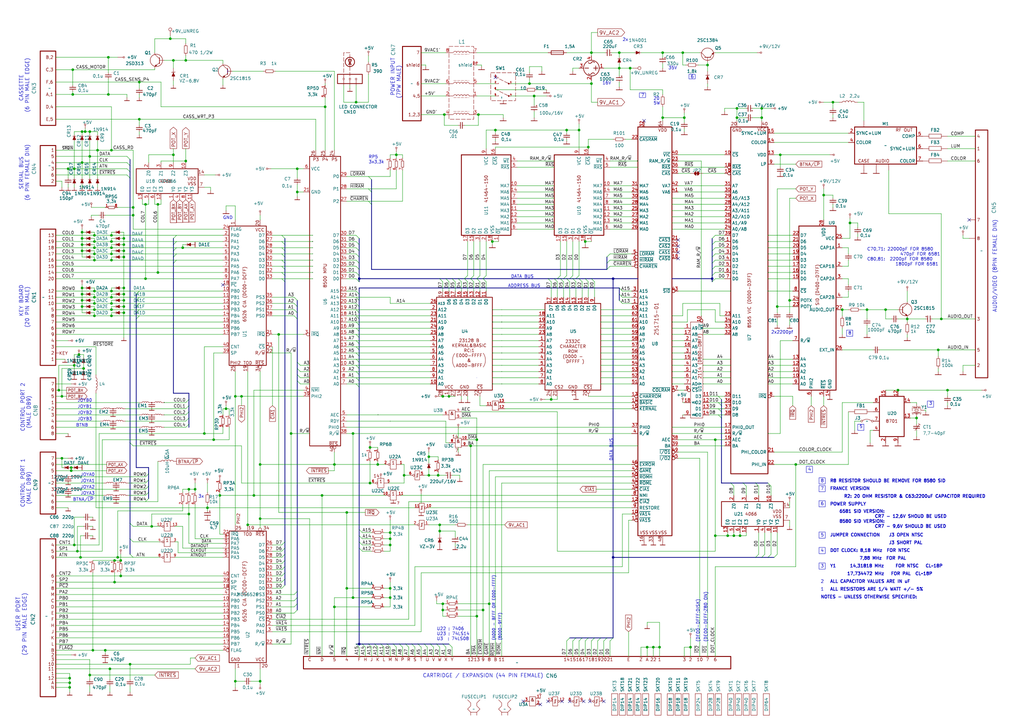
<source format=kicad_sch>
(kicad_sch (version 20230121) (generator eeschema)
  (paper "A3")
  (title_block (title "C64 250469 Motherboard replica") (date "2023-05-17") (rev "1.1") (comment 1 "Original Title: Commodore-64 BN/E") (comment 2 "by BWACK"))
  (lib_symbols
    (symbol "+5V_1" (power) (pin_names (offset 0))
      (property "Value" "+5V_1" (at 0 3.556 0))
      (symbol "+5V_1_1_1"
        (pin power_in line (at 0 0 90) (length 0) hide (name "+5V") (number "1"))
      )
    )
    (symbol "41464_RAM_64kx4bit_1"
      (property "Reference" "U" (at -13.97 0.635 0))
      (symbol "41464_RAM_64kx4bit_1_0_0"
        (text "41464-150" (at 0 2.54 900) (effects (font (size 1.27 1.27))))
      )
      (symbol "41464_RAM_64kx4bit_1_1_1"
        (pin input line (at 5.08 -19.05 90) (length 2.54) (name "~{OE}") (number "1"))
        (pin input line (at 12.7 3.81 180) (length 2.54) (name "MA7") (number "10"))
        (pin input line (at 12.7 -6.35 180) (length 2.54) (name "MA3") (number "11"))
        (pin input line (at 12.7 -8.89 180) (length 2.54) (name "MA2") (number "12"))
        (pin input line (at 12.7 -11.43 180) (length 2.54) (name "MA1") (number "13"))
        (pin input line (at 12.7 1.27 180) (length 2.54) (name "MA6") (number "14"))
        (pin input line (at -5.08 -19.05 90) (length 2.54) (name "D2") (number "15"))
        (pin input line (at 3.81 19.05 270) (length 2.54) (name "~{CAS}") (number "16"))
        (pin input line (at -7.62 -19.05 90) (length 2.54) (name "D3") (number "17"))
        (pin input line (at 2.54 -19.05 90) (length 2.54) (name "VSS") (number "18"))
        (pin input line (at 0 -19.05 90) (length 2.54) (name "D0") (number "2"))
        (pin input line (at -2.54 -19.05 90) (length 2.54) (name "D1") (number "3"))
        (pin input line (at 12.7 13.97 180) (length 2.54) (name "~{WE}") (number "4"))
        (pin input line (at 12.7 11.43 180) (length 2.54) (name "~{RAS}") (number "5"))
        (pin input line (at 12.7 -13.97 180) (length 2.54) (name "MA0") (number "6"))
        (pin input line (at 12.7 -1.27 180) (length 2.54) (name "MA5") (number "7"))
        (pin input line (at 12.7 -3.81 180) (length 2.54) (name "MA4") (number "8"))
        (pin input line (at 0 19.05 270) (length 2.54) (name "VCC") (number "9"))
      )
    )
    (symbol "74LS08_AND_1"
      (property "Reference" "U" (at 4.445 2.54 0))
      (property "Value" "74LS08_AND" (at 0 -3.175 0))
      (symbol "74LS08_AND_1_0_0"
        (text "&" (at 0 0.635 0) (effects (font (size 1.27 1.27))))
      )
      (symbol "74LS08_AND_1_1_1"
        (pin input line (at 3.175 1.27 180) (length 1.778) (name "") (number "1"))
        (pin input line (at 3.175 -1.27 180) (length 1.778) (name "") (number "2"))
        (pin output line (at -3.81 0 0) (length 2.54) (name "") (number "3"))
      )
      (symbol "74LS08_AND_1_2_1"
        (pin input line (at 3.81 1.27 180) (length 2.54) (name "") (number "4"))
        (pin input line (at 3.81 -1.27 180) (length 2.54) (name "") (number "5"))
        (pin output line (at -3.81 0 0) (length 2.54) (name "") (number "6"))
      )
      (symbol "74LS08_AND_1_3_1"
        (text "14" (at -1.27 2.54 0) (effects (font (size 1.27 1.27))))
        (text "7" (at -0.635 -3.175 0) (effects (font (size 1.27 1.27))))
        (pin input line (at 3.81 1.27 180) (length 2.54) (name "") (number "10"))
        (pin input line (at 0 1.905 180) (length 2.54) hide (name "VDD") (number "14"))
        (pin input line (at 0 -1.905 180) (length 2.54) hide (name "VSS") (number "7"))
        (pin output line (at -3.81 0 0) (length 2.54) (name "") (number "8"))
        (pin input line (at 3.81 -1.27 180) (length 2.54) (name "") (number "9"))
      )
      (symbol "74LS08_AND_1_4_1"
        (pin output line (at -3.81 0 0) (length 2.54) (name "") (number "11"))
        (pin input line (at 3.81 -1.27 180) (length 2.54) (name "") (number "12"))
        (pin input line (at 3.81 1.27 180) (length 2.54) (name "") (number "13"))
      )
    )
    (symbol "CAP_SMALL_1"
      (property "Reference" "C" (at -3.81 0 0))
      (symbol "CAP_SMALL_1_1_1"
        (pin input line (at 0 1.27 270) (length 1.27) hide (name "") (number "1"))
        (pin input line (at 0 -1.27 90) (length 1.27) hide (name "") (number "2"))
      )
    )
    (symbol "FILTER_LCL_1"
      (property "Reference" "EM" (at 0 3.81 0))
      (symbol "FILTER_LCL_1_1_1"
        (pin input line (at -5.08 0 0) (length 1.27) hide (name "") (number "1"))
        (pin input line (at 0 -1.905 90) (length 1.27) hide (name "") (number "2"))
        (pin input line (at 5.08 0 180) (length 1.27) hide (name "") (number "3"))
      )
    )
    (symbol "FILTER_LCL_2"
      (property "Reference" "EM" (at 0 3.81 0))
      (symbol "FILTER_LCL_2_1_1"
        (pin input line (at -5.08 0 0) (length 1.27) hide (name "") (number "1"))
        (pin input line (at 0 -1.905 90) (length 1.27) hide (name "") (number "2"))
        (pin input line (at 5.08 0 180) (length 1.27) hide (name "") (number "3"))
      )
    )
    (symbol "FILTER_LCL_3"
      (property "Reference" "EM" (at 0 3.81 0))
      (symbol "FILTER_LCL_3_1_1"
        (pin input line (at -5.08 0 0) (length 1.27) hide (name "") (number "1"))
        (pin input line (at 0 -1.905 90) (length 1.27) hide (name "") (number "2"))
        (pin input line (at 5.08 0 180) (length 1.27) hide (name "") (number "3"))
      )
    )
    (symbol "FILTER_LCL_4"
      (property "Reference" "EM" (at 0 3.81 0))
      (symbol "FILTER_LCL_4_1_1"
        (pin input line (at -5.08 0 0) (length 1.27) hide (name "") (number "1"))
        (pin input line (at 0 -1.905 90) (length 1.27) hide (name "") (number "2"))
        (pin input line (at 5.08 0 180) (length 1.27) hide (name "") (number "3"))
      )
    )
    (symbol "GND_1" (power) (pin_names (offset 0))
      (symbol "GND_1_1_1"
        (pin power_in line (at 0 0 270) (length 0) hide (name "GND") (number "1"))
      )
    )
    (symbol "GND_2" (power) (pin_names (offset 0))
      (symbol "GND_2_1_1"
        (pin power_in line (at 0 0 270) (length 0) hide (name "GND") (number "1"))
      )
    )
    (symbol "GND_3" (power) (pin_names (offset 0))
      (symbol "GND_3_1_1"
        (pin power_in line (at 0 0 270) (length 0) hide (name "GND") (number "1"))
      )
    )
    (symbol "GND_4" (power) (pin_names (offset 0))
      (symbol "GND_4_1_1"
        (pin power_in line (at 0 0 270) (length 0) hide (name "GND") (number "1"))
      )
    )
    (symbol "GND_5" (power) (pin_names (offset 0))
      (symbol "GND_5_1_1"
        (pin power_in line (at 0 0 270) (length 0) hide (name "GND") (number "1"))
      )
    )
    (symbol "INVERTER_SCHMITTTRIGGER_1"
      (property "Reference" "U" (at 4.445 2.54 0))
      (property "Value" "INVERTER_SCHMITTTRIGGER" (at 0 -3.175 0))
      (symbol "INVERTER_SCHMITTTRIGGER_1_1_1"
        (pin output line (at 3.175 0 180) (length 1.778) (name "") (number "1"))
        (pin output line (at -2.54 0 0) (length 0) (name "") (number "2"))
      )
      (symbol "INVERTER_SCHMITTTRIGGER_1_2_1"
        (pin output line (at 3.175 0 180) (length 1.778) (name "") (number "3"))
        (pin output line (at -2.54 0 0) (length 0) (name "") (number "4"))
      )
      (symbol "INVERTER_SCHMITTTRIGGER_1_3_1"
        (pin output line (at 3.175 0 180) (length 1.778) (name "") (number "5"))
        (pin output line (at -2.54 0 0) (length 0) (name "") (number "6"))
      )
      (symbol "INVERTER_SCHMITTTRIGGER_1_4_1"
        (pin output line (at -2.54 0 0) (length 0) (name "") (number "8"))
        (pin output line (at 3.175 0 180) (length 1.778) (name "") (number "9"))
      )
      (symbol "INVERTER_SCHMITTTRIGGER_1_5_1"
        (pin output line (at 3.175 0 180) (length 0) (name "") (number "10"))
        (pin output line (at -2.54 0 0) (length 1.778) (name "") (number "11"))
        (pin power_in line (at 0 1.905 180) (length 0) hide (name "") (number "14"))
        (pin power_in line (at 0 -1.905 180) (length 0) hide (name "") (number "7"))
      )
      (symbol "INVERTER_SCHMITTTRIGGER_1_6_1"
        (pin output line (at -2.54 0 0) (length 0) (name "") (number "12"))
        (pin output line (at 3.175 0 180) (length 1.778) (name "") (number "13"))
      )
    )
    (symbol "INVERTER_SCHMITTTRIGGER_2"
      (property "Reference" "U" (at 4.445 2.54 0))
      (property "Value" "INVERTER_SCHMITTTRIGGER" (at 0 -3.175 0))
      (symbol "INVERTER_SCHMITTTRIGGER_2_1_1"
        (pin output line (at 3.175 0 180) (length 1.778) (name "") (number "1"))
        (pin output line (at -2.54 0 0) (length 0) (name "") (number "2"))
      )
      (symbol "INVERTER_SCHMITTTRIGGER_2_2_1"
        (pin output line (at 3.175 0 180) (length 1.778) (name "") (number "3"))
        (pin output line (at -2.54 0 0) (length 0) (name "") (number "4"))
      )
      (symbol "INVERTER_SCHMITTTRIGGER_2_3_1"
        (pin output line (at 3.175 0 180) (length 1.778) (name "") (number "5"))
        (pin output line (at -2.54 0 0) (length 0) (name "") (number "6"))
      )
      (symbol "INVERTER_SCHMITTTRIGGER_2_4_1"
        (pin output line (at -2.54 0 0) (length 0) (name "") (number "8"))
        (pin output line (at 3.175 0 180) (length 1.778) (name "") (number "9"))
      )
      (symbol "INVERTER_SCHMITTTRIGGER_2_5_1"
        (pin output line (at 3.175 0 180) (length 0) (name "") (number "10"))
        (pin output line (at -2.54 0 0) (length 1.778) (name "") (number "11"))
        (pin power_in line (at 0 1.905 180) (length 0) hide (name "") (number "14"))
        (pin power_in line (at 0 -1.905 180) (length 0) hide (name "") (number "7"))
      )
      (symbol "INVERTER_SCHMITTTRIGGER_2_6_1"
        (pin output line (at -2.54 0 0) (length 0) (name "") (number "12"))
        (pin output line (at 3.175 0 180) (length 1.778) (name "") (number "13"))
      )
    )
    (symbol "c64c-symbol-library:+5V" (power) (pin_names (offset 0))
      (property "Value" "+5V" (at -0.049 2.6632 0))
      (symbol "+5V_1_1"
        (pin power_in line (at 0 0 90) (length 0) hide (name "+5V") (number "1"))
      )
    )
    (symbol "c64c-symbol-library:+9V/12V" (power) (in_bom no) (on_board no)
      (property "Value" "+9V/12V" (at 0 4.572 0))
      (symbol "+9V/12V_1_1"
        (pin power_in line (at 0 0 0) (length 0) hide (name "+9V/12V") (number "1"))
      )
    )
    (symbol "c64c-symbol-library:251715-01"
      (property "Reference" "U" (at 0 -8.89 0))
      (symbol "251715-01_0_0"
        (text "16" (at -4.8429 -86.3911 900) (effects (font (size 1.27 1.27))))
        (text "251715-01" (at 1.27 3.81 900) (effects (font (size 1.524 1.524))))
        (text "33" (at -1.0585 -86.4771 900) (effects (font (size 1.27 1.27))))
        (text "48" (at 2.7257 -86.3911 900) (effects (font (size 1.27 1.27))))
        (text "64" (at 2.7834 83.8886 900) (effects (font (size 1.27 1.27))))
        (text "VDD" (at 3.81 81.28 0) (effects (font (size 1.27 1.27))))
        (text "VSS" (at -3.81 -83.82 0) (effects (font (size 1.27 1.27))))
        (text "VSS" (at 0 -83.82 0) (effects (font (size 1.27 1.27))))
        (text "VSS" (at 3.81 -83.82 0) (effects (font (size 1.27 1.27))))
      )
      (symbol "251715-01_1_1"
        (pin input line (at -8.89 10.16 0) (length 2.54) (name "A13") (number "1"))
        (pin input inverted (at -8.89 -76.2 0) (length 2.54) (name "~{VA14}") (number "10"))
        (pin input inverted (at -8.89 -78.74 0) (length 2.54) (name "~{VA15}") (number "11"))
        (pin input inverted (at -8.89 -71.12 0) (length 2.54) (name "~{CIA2}") (number "12"))
        (pin input inverted (at -8.89 -27.94 0) (length 2.54) (name "~{CHARROM}") (number "13"))
        (pin input inverted (at -8.89 -30.48 0) (length 2.54) (name "~{BASIC}") (number "14"))
        (pin input inverted (at -8.89 -33.02 0) (length 2.54) (name "~{KERNAL}") (number "15"))
        (pin power_in line (at -3.81 -87.63 90) (length 2.54) hide (name "VSS") (number "16"))
        (pin input inverted (at 10.16 -25.4 180) (length 2.54) (name "~{COLRAM}") (number "17"))
        (pin input line (at 10.16 28.575 180) (length 2.54) (name "~{CAS0}") (number "18"))
        (pin input line (at 10.16 31.115 180) (length 2.54) (name "~{CAS1}") (number "19"))
        (pin input line (at -8.89 12.7 0) (length 2.54) (name "A14") (number "2"))
        (pin input line (at 10.16 33.655 180) (length 2.54) (name "~{CAS2}") (number "20"))
        (pin input line (at 10.16 36.195 180) (length 2.54) (name "~{CAS3}") (number "21"))
        (pin input line (at -8.89 77.47 0) (length 2.54) (name "~{CASRAM}") (number "22"))
        (pin input line (at 10.16 68.58 180) (length 2.54) (name "RAM_R/~{W}") (number "23"))
        (pin input line (at -8.89 55.88 0) (length 2.54) (name "MA6") (number "24"))
        (pin input line (at -8.89 48.26 0) (length 2.54) (name "MA3") (number "25"))
        (pin input line (at 7.62 48.26 180) (length 2.54) hide (name "MA3") (number "25"))
        (pin input line (at -8.89 40.64 0) (length 2.54) (name "MA0") (number "26"))
        (pin input line (at 7.62 40.64 180) (length 2.54) hide (name "MA0") (number "26"))
        (pin input line (at -8.89 45.72 0) (length 2.54) (name "MA2") (number "27"))
        (pin input line (at 7.62 45.72 180) (length 2.54) hide (name "MA2") (number "27"))
        (pin input line (at -8.89 50.8 0) (length 2.54) (name "MA4") (number "28"))
        (pin input line (at 7.62 50.8 180) (length 2.54) hide (name "MA4") (number "28"))
        (pin input line (at -8.89 43.18 0) (length 2.54) (name "MA1") (number "29"))
        (pin input line (at 7.62 43.18 180) (length 2.54) hide (name "MA1") (number "29"))
        (pin input line (at -8.89 15.24 0) (length 2.54) (name "A15") (number "3"))
        (pin input line (at -8.89 53.34 0) (length 2.54) (name "MA5") (number "30"))
        (pin input line (at 7.62 53.34 180) (length 2.54) hide (name "MA5") (number "30"))
        (pin input line (at -8.89 58.42 0) (length 2.54) (name "MA7") (number "31"))
        (pin input line (at -3.81 85.09 270) (length 2.54) (name "") (number "32"))
        (pin power_in line (at 0 -87.63 90) (length 2.54) hide (name "VSS") (number "33"))
        (pin input inverted (at -8.89 -66.04 0) (length 2.54) (name "~{CIA1}") (number "34"))
        (pin input line (at 10.16 63.5 180) (length 2.54) (name "~{CAS}") (number "35"))
        (pin input line (at -6.35 66.04 0) (length 2.54) hide (name "~{RAS}") (number "36"))
        (pin input line (at 10.16 66.04 180) (length 2.54) (name "~{RAS}") (number "36"))
        (pin input line (at -8.89 -40.64 0) (length 2.54) (name "PHI0") (number "37"))
        (pin input line (at 7.62 -40.64 180) (length 2.54) hide (name "PHI0") (number "37"))
        (pin input line (at 10.16 -45.72 180) (length 2.54) (name "AEC") (number "38"))
        (pin input line (at 10.16 -48.26 180) (length 2.54) (name "BA") (number "39"))
        (pin input line (at -8.89 -43.18 0) (length 2.54) (name "R/~{W}") (number "4"))
        (pin input line (at 7.62 -43.18 180) (length 2.54) hide (name "R/~{W}") (number "4"))
        (pin input line (at 10.16 71.12 180) (length 2.54) (name "~{VIC}") (number "40"))
        (pin input line (at 10.16 55.88 180) (length 2.54) (name "VA6") (number "41"))
        (pin input line (at 10.16 58.42 180) (length 2.54) (name "VA7") (number "42"))
        (pin input inverted (at 10.16 15.24 180) (length 2.54) (name "~{SID}") (number "43"))
        (pin input inverted (at -8.89 -63.5 0) (length 2.54) (name "~{ROML}") (number "44"))
        (pin input inverted (at 10.16 -53.34 180) (length 2.54) (name "~{I/O2}") (number "45"))
        (pin input inverted (at -8.89 -55.88 0) (length 2.54) (name "~{EXROM}") (number "46"))
        (pin input inverted (at -8.89 -58.42 0) (length 2.54) (name "~{GAME}") (number "47"))
        (pin power_in line (at 3.81 -87.63 90) (length 2.54) hide (name "VSS") (number "48"))
        (pin input inverted (at 10.16 -50.8 180) (length 2.54) (name "~{I/O1}") (number "49"))
        (pin input inverted (at -8.89 30.48 0) (length 2.54) (name "~{LORAM}") (number "5"))
        (pin input inverted (at -8.89 -60.96 0) (length 2.54) (name "~{ROMH}") (number "50"))
        (pin input line (at -8.89 -22.86 0) (length 2.54) (name "A0") (number "51"))
        (pin input line (at -8.89 -20.32 0) (length 2.54) (name "A1") (number "52"))
        (pin input line (at -8.89 -17.78 0) (length 2.54) (name "A2") (number "53"))
        (pin input line (at -8.89 -15.24 0) (length 2.54) (name "A3") (number "54"))
        (pin input line (at -8.89 -12.7 0) (length 2.54) (name "A4") (number "55"))
        (pin input line (at -8.89 -10.16 0) (length 2.54) (name "A5") (number "56"))
        (pin input line (at -8.89 -7.62 0) (length 2.54) (name "A6") (number "57"))
        (pin input line (at -8.89 -5.08 0) (length 2.54) (name "A7") (number "58"))
        (pin input line (at -8.89 -2.54 0) (length 2.54) (name "A8") (number "59"))
        (pin input inverted (at -8.89 27.94 0) (length 2.54) (name "~{HIRAM}") (number "6"))
        (pin input line (at -8.89 0 0) (length 2.54) (name "A9") (number "60"))
        (pin input line (at -8.89 2.54 0) (length 2.54) (name "A10") (number "61"))
        (pin input line (at -8.89 5.08 0) (length 2.54) (name "A11") (number "62"))
        (pin input line (at -8.89 7.62 0) (length 2.54) (name "A12") (number "63"))
        (pin input line (at 3.81 85.09 270) (length 2.54) hide (name "VDD") (number "64"))
        (pin input inverted (at -8.89 25.4 0) (length 2.54) (name "~{CHAREN}") (number "7"))
        (pin input line (at -8.89 -68.58 0) (length 2.54) (name "NMI") (number "8"))
        (pin input line (at -8.89 -73.66 0) (length 2.54) (name "RESTORE") (number "9"))
      )
    )
    (symbol "c64c-symbol-library:4066"
      (property "Reference" "U" (at -9.525 0 0))
      (symbol "4066_0_0"
        (text "14" (at 13.97 3.81 0) (effects (font (size 1.27 1.27))))
        (text "4066" (at -0.635 0 0) (effects (font (size 1.27 1.27) italic)))
        (text "7" (at 13.97 -1.27 0) (effects (font (size 1.27 1.27))))
        (text "VDD\nVSS" (at 10.16 0 0) (effects (font (size 1.27 1.27))))
      )
      (symbol "4066_1_1"
        (pin input line (at 2.54 -7.62 90) (length 2.54) (name "Y0") (number "1"))
        (pin input line (at 7.62 7.62 270) (length 2.54) (name "Z3") (number "10"))
        (pin input line (at 10.16 -7.62 90) (length 2.54) (name "Y3") (number "11"))
        (pin input line (at -2.54 -7.62 90) (length 2.54) (name "E3") (number "12"))
        (pin input line (at -10.16 -7.62 90) (length 2.54) (name "E0") (number "13"))
        (pin input line (at 15.24 2.54 180) (length 2.54) hide (name "VDD") (number "14"))
        (pin input line (at -7.62 7.62 270) (length 2.54) (name "Z0") (number "2"))
        (pin input line (at -2.54 7.62 270) (length 2.54) (name "Z1") (number "3"))
        (pin input line (at 5.08 -7.62 90) (length 2.54) (name "Y1") (number "4"))
        (pin input line (at -7.62 -7.62 90) (length 2.54) (name "E1") (number "5"))
        (pin input line (at -5.08 -7.62 90) (length 2.54) (name "E2") (number "6"))
        (pin input line (at 15.24 -2.54 180) (length 2.54) hide (name "VSS") (number "7"))
        (pin input line (at 7.62 -7.62 90) (length 2.54) (name "Y2") (number "8"))
        (pin input line (at 2.54 7.62 270) (length 2.54) (name "Z2") (number "9"))
      )
    )
    (symbol "c64c-symbol-library:41464_RAM_64kx4bit"
      (property "Reference" "U" (at -13.97 0.635 0))
      (symbol "41464_RAM_64kx4bit_0_0"
        (text "41464-150" (at 0 2.54 900) (effects (font (size 1.27 1.27))))
      )
      (symbol "41464_RAM_64kx4bit_1_1"
        (pin input line (at 5.08 -19.05 90) (length 2.54) (name "~{OE}") (number "1"))
        (pin input line (at 12.7 3.81 180) (length 2.54) (name "MA7") (number "10"))
        (pin input line (at 12.7 -6.35 180) (length 2.54) (name "MA3") (number "11"))
        (pin input line (at 12.7 -8.89 180) (length 2.54) (name "MA2") (number "12"))
        (pin input line (at 12.7 -11.43 180) (length 2.54) (name "MA1") (number "13"))
        (pin input line (at 12.7 1.27 180) (length 2.54) (name "MA6") (number "14"))
        (pin input line (at -5.08 -19.05 90) (length 2.54) (name "D2") (number "15"))
        (pin input line (at 3.81 19.05 270) (length 2.54) (name "~{CAS}") (number "16"))
        (pin input line (at -7.62 -19.05 90) (length 2.54) (name "D3") (number "17"))
        (pin input line (at 2.54 -19.05 90) (length 2.54) (name "VSS") (number "18"))
        (pin input line (at 0 -19.05 90) (length 2.54) (name "D0") (number "2"))
        (pin input line (at -2.54 -19.05 90) (length 2.54) (name "D1") (number "3"))
        (pin input line (at 12.7 13.97 180) (length 2.54) (name "~{WE}") (number "4"))
        (pin input line (at 12.7 11.43 180) (length 2.54) (name "~{RAS}") (number "5"))
        (pin input line (at 12.7 -13.97 180) (length 2.54) (name "MA0") (number "6"))
        (pin input line (at 12.7 -1.27 180) (length 2.54) (name "MA5") (number "7"))
        (pin input line (at 12.7 -3.81 180) (length 2.54) (name "MA4") (number "8"))
        (pin input line (at 0 19.05 270) (length 2.54) (name "VCC") (number "9"))
      )
    )
    (symbol "c64c-symbol-library:74LS08_AND"
      (property "Reference" "U" (at 4.445 2.54 0))
      (property "Value" "74LS08_AND" (at 0 -3.175 0))
      (symbol "74LS08_AND_0_0"
        (text "&" (at 0 0.635 0) (effects (font (size 1.27 1.27))))
      )
      (symbol "74LS08_AND_1_1"
        (pin input line (at 3.175 1.27 180) (length 1.778) (name "") (number "1"))
        (pin input line (at 3.175 -1.27 180) (length 1.778) (name "") (number "2"))
        (pin output line (at -3.81 0 0) (length 2.54) (name "") (number "3"))
      )
      (symbol "74LS08_AND_2_1"
        (pin input line (at 3.81 1.27 180) (length 2.54) (name "") (number "4"))
        (pin input line (at 3.81 -1.27 180) (length 2.54) (name "") (number "5"))
        (pin output line (at -3.81 0 0) (length 2.54) (name "") (number "6"))
      )
      (symbol "74LS08_AND_3_1"
        (text "14" (at -1.27 2.54 0) (effects (font (size 1.27 1.27))))
        (text "7" (at -0.635 -3.175 0) (effects (font (size 1.27 1.27))))
        (pin input line (at 3.81 1.27 180) (length 2.54) (name "") (number "10"))
        (pin input line (at 0 1.905 180) (length 2.54) hide (name "VDD") (number "14"))
        (pin output line (at -3.81 0 0) (length 2.54) (name "") (number "8"))
        (pin input line (at 3.81 -1.27 180) (length 2.54) (name "") (number "9"))
        (pin input line (at 0 -1.905 180) (length 2.54) hide (name "7") (number "VSS"))
      )
      (symbol "74LS08_AND_4_1"
        (pin output line (at -3.81 0 0) (length 2.54) (name "") (number "11"))
        (pin input line (at 3.81 -1.27 180) (length 2.54) (name "") (number "12"))
        (pin input line (at 3.81 1.27 180) (length 2.54) (name "") (number "13"))
      )
    )
    (symbol "c64c-symbol-library:8701"
      (property "Reference" "U" (at 0 0 0))
      (symbol "8701_0_0"
        (text "8701" (at 0 -2.54 0) (effects (font (size 1.27 1.27))))
      )
      (symbol "8701_1_1"
        (pin input line (at 2.54 10.16 270) (length 2.54) (name "") (number "12"))
        (pin input line (at 7.62 -1.27 180) (length 2.54) (name "") (number "13"))
        (pin input line (at 7.62 5.08 180) (length 2.54) (name "") (number "14"))
        (pin input line (at -2.54 10.16 270) (length 2.54) (name "") (number "15"))
        (pin input line (at -2.54 -11.43 90) (length 2.54) (name "") (number "2"))
        (pin input line (at -7.62 -6.35 0) (length 2.54) (name "") (number "4"))
        (pin input line (at -7.62 1.27 0) (length 2.54) (name "") (number "6"))
        (pin input line (at -7.62 -2.54 0) (length 2.54) (name "") (number "7"))
        (pin input line (at -7.62 5.08 0) (length 2.54) (name "") (number "8"))
        (pin input line (at 2.54 -11.43 90) (length 2.54) (name "") (number "9"))
      )
    )
    (symbol "c64c-symbol-library:9V_UNREG" (power) (in_bom no) (on_board no)
      (property "Value" "9V_UNREG" (at 0 4.572 0))
      (symbol "9V_UNREG_1_1"
        (pin power_in line (at 0 0 0) (length 0) hide (name "+9V_UNREG") (number "1"))
      )
    )
    (symbol "c64c-symbol-library:AUDIO_VIDEO_CONNECTOR"
      (property "Reference" "CN" (at 10.16 -26.67 0))
      (symbol "AUDIO_VIDEO_CONNECTOR_0_0"
        (text "1" (at -1.27 41.91 0) (effects (font (size 1.27 1.27))))
        (text "2" (at -1.27 -46.99 0) (effects (font (size 1.27 1.27))))
        (text "3" (at -1.27 -27.94 0) (effects (font (size 1.27 1.27))))
        (text "4" (at -1.27 46.99 0) (effects (font (size 1.27 1.27))))
        (text "5" (at -1.27 -40.64 0) (effects (font (size 1.27 1.27))))
        (text "6" (at -1.27 36.83 0) (effects (font (size 1.27 1.27))))
        (text "7" (at -1.27 12.7 0) (effects (font (size 1.27 1.27))))
        (text "8" (at -1.27 5.08 0) (effects (font (size 1.27 1.27))))
      )
      (symbol "AUDIO_VIDEO_CONNECTOR_1_1"
        (pin input line (at -5.08 12.7 0) (length 0) hide (name "7") (number ""))
        (pin input line (at -2.54 41.91 0) (length 0) hide (name "LUM") (number "1"))
        (pin input line (at -2.54 -46.99 0) (length 0) hide (name "GND") (number "2"))
        (pin input line (at -2.54 -27.94 0) (length 0) hide (name "AUDIO_OUT") (number "3"))
        (pin input line (at -2.54 46.99 0) (length 0) hide (name "COMP") (number "4"))
        (pin input line (at -2.54 -40.64 0) (length 0) hide (name "AUDIO_IN") (number "5"))
        (pin input line (at -2.54 36.83 0) (length 0) hide (name "COLOR") (number "6"))
        (pin input line (at -5.08 5.08 0) (length 0) hide (name "VCC") (number "8"))
      )
    )
    (symbol "c64c-symbol-library:BRIDGE_RECTIFIER" (pin_names (offset 1.016))
      (property "Reference" "CR" (at -8.89 3.81 0))
      (symbol "BRIDGE_RECTIFIER_1_1"
        (pin power_out line (at -5.08 0 0) (length 1.905) (name "~") (number "1"))
        (pin power_in line (at 0 -5.08 90) (length 1.905) (name "~") (number "2"))
        (pin power_out line (at 5.08 0 180) (length 1.905) (name "~") (number "3"))
        (pin power_in line (at 0 5.08 270) (length 1.905) (name "~") (number "4"))
      )
    )
    (symbol "c64c-symbol-library:CAP_POLARIZED"
      (property "Reference" "C" (at -2.54 0 0))
      (symbol "CAP_POLARIZED_1_1"
        (pin input line (at 0 1.27 270) (length 1.27) hide (name "") (number "1"))
        (pin input line (at 0 -1.27 90) (length 1.27) hide (name "") (number "2"))
      )
    )
    (symbol "c64c-symbol-library:CAP_SMALL"
      (property "Reference" "C" (at -3.81 0 0))
      (symbol "CAP_SMALL_1_1"
        (pin input line (at 0 1.27 270) (length 1.27) hide (name "") (number "1"))
        (pin input line (at 0 -1.27 90) (length 1.27) hide (name "") (number "2"))
      )
    )
    (symbol "c64c-symbol-library:CAP_SMALL_VARIABLE"
      (property "Reference" "CT" (at -3.81 0 0))
      (property "Value" "CAP_SMALL_VARIABLE" (at 0 0 0))
      (symbol "CAP_SMALL_VARIABLE_1_1"
        (pin input line (at 0 1.27 270) (length 1.27) hide (name "") (number "1"))
        (pin input line (at 0 -1.27 90) (length 1.27) hide (name "") (number "2"))
      )
    )
    (symbol "c64c-symbol-library:CARTRIDGE_EXPANSION_PORT"
      (property "Reference" "CN" (at -8.89 -8.89 0))
      (symbol "CARTRIDGE_EXPANSION_PORT_0_0"
        (text "1" (at 58.42 1.27 0) (effects (font (size 1.27 1.27))))
        (text "10" (at 74.93 1.27 0) (effects (font (size 1.27 1.27))))
        (text "11" (at -6.35 1.27 0) (effects (font (size 1.27 1.27))))
        (text "12" (at -19.05 1.27 0) (effects (font (size 1.27 1.27))))
        (text "13" (at -16.51 1.27 0) (effects (font (size 1.27 1.27))))
        (text "14" (at 20.32 1.27 0) (effects (font (size 1.27 1.27))))
        (text "15" (at 22.86 1.27 0) (effects (font (size 1.27 1.27))))
        (text "16" (at 25.4 1.27 0) (effects (font (size 1.27 1.27))))
        (text "17" (at 27.94 1.27 0) (effects (font (size 1.27 1.27))))
        (text "18" (at 30.48 1.27 0) (effects (font (size 1.27 1.27))))
        (text "19" (at 33.02 1.27 0) (effects (font (size 1.27 1.27))))
        (text "2" (at 71.12 1.27 0) (effects (font (size 1.27 1.27))))
        (text "20" (at 35.56 1.27 0) (effects (font (size 1.27 1.27))))
        (text "21" (at 38.1 1.27 0) (effects (font (size 1.27 1.27))))
        (text "22" (at 55.88 1.27 0) (effects (font (size 1.27 1.27))))
        (text "3" (at 68.58 1.27 0) (effects (font (size 1.27 1.27))))
        (text "4" (at -69.85 1.27 0) (effects (font (size 1.27 1.27))))
        (text "5" (at -74.93 1.27 0) (effects (font (size 1.27 1.27))))
        (text "6" (at 81.28 1.27 0) (effects (font (size 1.27 1.27))))
        (text "7" (at 78.105 1.27 0) (effects (font (size 1.27 1.27))))
        (text "8" (at -11.43 1.27 0) (effects (font (size 1.27 1.27))))
        (text "9" (at -13.97 1.27 0) (effects (font (size 1.27 1.27))))
        (text "A" (at 53.34 1.27 0) (effects (font (size 1.27 1.27))))
        (text "B" (at -8.89 1.27 0) (effects (font (size 1.27 1.27))))
        (text "C" (at -85.09 1.27 0) (effects (font (size 1.27 1.27))))
        (text "D" (at -80.01 1.27 0) (effects (font (size 1.27 1.27))))
        (text "E" (at 45.72 1.27 0) (effects (font (size 1.27 1.27))))
        (text "F" (at -64.77 1.27 0) (effects (font (size 1.27 1.27))))
        (text "H" (at -62.23 1.27 0) (effects (font (size 1.27 1.27))))
        (text "J" (at -59.69 1.27 0) (effects (font (size 1.27 1.27))))
        (text "K" (at -57.15 1.27 0) (effects (font (size 1.27 1.27))))
        (text "L" (at -54.61 1.27 0) (effects (font (size 1.27 1.27))))
        (text "M" (at -52.07 1.27 0) (effects (font (size 1.27 1.27))))
        (text "N" (at -49.53 1.27 0) (effects (font (size 1.27 1.27))))
        (text "P" (at -46.99 1.27 0) (effects (font (size 1.27 1.27))))
        (text "R" (at -44.45 1.27 0) (effects (font (size 1.27 1.27))))
        (text "S" (at -41.91 1.27 0) (effects (font (size 1.27 1.27))))
        (text "T" (at -39.37 1.27 0) (effects (font (size 1.27 1.27))))
        (text "U" (at -36.83 1.27 0) (effects (font (size 1.27 1.27))))
        (text "V" (at -34.29 1.27 0) (effects (font (size 1.27 1.27))))
        (text "W" (at -31.75 1.27 0) (effects (font (size 1.27 1.27))))
        (text "X" (at -29.21 1.27 0) (effects (font (size 1.27 1.27))))
        (text "Y" (at -26.67 1.27 0) (effects (font (size 1.27 1.27))))
        (text "Z" (at 50.8 1.27 0) (effects (font (size 1.27 1.27))))
      )
      (symbol "CARTRIDGE_EXPANSION_PORT_1_1"
        (pin input line (at 58.42 2.54 0) (length 0) hide (name "") (number "1"))
        (pin input line (at 74.93 2.54 0) (length 0) hide (name "") (number "10"))
        (pin input line (at -6.35 2.54 270) (length 0) hide (name "") (number "11"))
        (pin input line (at -19.05 2.54 270) (length 0) hide (name "") (number "12"))
        (pin input line (at -16.51 2.54 270) (length 0) hide (name "") (number "13"))
        (pin input line (at 20.32 2.54 0) (length 2.54) hide (name "") (number "14"))
        (pin input line (at 22.86 2.54 0) (length 2.54) hide (name "") (number "15"))
        (pin input line (at 25.4 2.54 0) (length 2.54) hide (name "") (number "16"))
        (pin input line (at 27.94 2.54 0) (length 2.54) hide (name "") (number "17"))
        (pin input line (at 30.48 2.54 0) (length 2.54) hide (name "") (number "18"))
        (pin input line (at 33.02 2.54 0) (length 2.54) hide (name "") (number "19"))
        (pin input line (at 71.12 2.54 0) (length 0) hide (name "") (number "2"))
        (pin input line (at 35.56 2.54 0) (length 2.54) hide (name "") (number "20"))
        (pin input line (at 38.1 2.54 0) (length 2.54) hide (name "") (number "21"))
        (pin input line (at 55.88 2.54 0) (length 0) hide (name "") (number "22"))
        (pin input line (at 68.58 2.54 0) (length 0) hide (name "") (number "3"))
        (pin input inverted (at -69.85 2.54 90) (length 0) hide (name "") (number "4"))
        (pin input inverted (at -74.93 2.54 90) (length 0) hide (name "") (number "5"))
        (pin input line (at 81.28 2.54 0) (length 0) hide (name "") (number "6"))
        (pin input line (at 78.105 2.54 0) (length 0) hide (name "") (number "7"))
        (pin input line (at -11.43 2.54 270) (length 0) hide (name "") (number "8"))
        (pin input line (at -13.97 2.54 270) (length 0) hide (name "") (number "9"))
        (pin input line (at 53.34 2.54 0) (length 0) hide (name "") (number "A"))
        (pin input line (at -8.89 2.54 270) (length 0) hide (name "") (number "B"))
        (pin input inverted (at -85.09 2.54 90) (length 0) hide (name "") (number "C"))
        (pin input inverted (at -80.01 2.54 90) (length 0) hide (name "") (number "D"))
        (pin input line (at 45.72 2.54 0) (length 0) hide (name "") (number "E"))
        (pin input inverted (at -64.77 2.54 90) (length 0) hide (name "") (number "F"))
        (pin input line (at -62.23 2.54 270) (length 0) hide (name "") (number "H"))
        (pin input line (at -59.69 2.54 270) (length 0) hide (name "") (number "J"))
        (pin input line (at -57.15 2.54 270) (length 0) hide (name "") (number "K"))
        (pin input line (at -54.61 2.54 270) (length 0) hide (name "") (number "L"))
        (pin input line (at -52.07 2.54 270) (length 0) hide (name "") (number "M"))
        (pin input line (at -49.53 2.54 270) (length 0) hide (name "") (number "N"))
        (pin input line (at -46.99 2.54 270) (length 0) hide (name "") (number "P"))
        (pin input line (at -44.45 2.54 270) (length 0) hide (name "") (number "R"))
        (pin input line (at -41.91 2.54 270) (length 0) hide (name "") (number "S"))
        (pin input line (at -39.37 2.54 270) (length 0) hide (name "") (number "T"))
        (pin input line (at -36.83 2.54 270) (length 0) hide (name "") (number "U"))
        (pin input line (at -34.29 2.54 270) (length 0) hide (name "") (number "V"))
        (pin input line (at -31.75 2.54 270) (length 0) hide (name "") (number "W"))
        (pin input line (at -29.21 2.54 270) (length 0) hide (name "") (number "X"))
        (pin input line (at -26.67 2.54 270) (length 0) hide (name "") (number "Y"))
        (pin input line (at 50.8 2.54 0) (length 0) hide (name "") (number "Z"))
      )
    )
    (symbol "c64c-symbol-library:CASSETTE_PORT"
      (property "Reference" "CN" (at -6.35 0 90))
      (symbol "CASSETTE_PORT_0_0"
        (text "A,1" (at 0 -2.54 0) (effects (font (size 1.27 1.27))))
        (text "B,2" (at 0 12.7 0) (effects (font (size 1.27 1.27))))
        (text "C,3" (at 0 7.62 0) (effects (font (size 1.27 1.27))))
        (text "D,4" (at 0 -7.62 0) (effects (font (size 1.27 1.27))))
        (text "E,5" (at 0 -12.7 0) (effects (font (size 1.27 1.27))))
        (text "F,6" (at 0 2.54 0) (effects (font (size 1.27 1.27))))
      )
      (symbol "CASSETTE_PORT_1_1"
        (pin input line (at 2.54 -2.54 180) (length 2.54) hide (name "") (number "1"))
        (pin input line (at 2.54 12.7 180) (length 2.54) hide (name "") (number "2"))
        (pin input line (at 2.54 7.62 180) (length 2.54) hide (name "") (number "3"))
        (pin input line (at 2.54 -7.62 180) (length 2.54) hide (name "") (number "4"))
        (pin input line (at 2.54 -12.7 180) (length 2.54) hide (name "") (number "5"))
        (pin input line (at 2.54 2.54 180) (length 2.54) hide (name "") (number "6"))
        (pin input line (at 2.54 -2.54 180) (length 2.54) hide (name "") (number "A"))
        (pin input line (at 2.54 12.7 180) (length 2.54) hide (name "") (number "B"))
        (pin input line (at 2.54 7.62 180) (length 2.54) hide (name "") (number "C"))
        (pin input line (at 2.54 -7.62 180) (length 2.54) hide (name "") (number "D"))
        (pin input line (at 2.54 -12.7 180) (length 2.54) hide (name "") (number "E"))
        (pin input line (at 2.54 2.54 180) (length 2.54) hide (name "") (number "F"))
      )
    )
    (symbol "c64c-symbol-library:CHARACTERROM"
      (property "Reference" "U" (at 0 3.81 0))
      (symbol "CHARACTERROM_0_0"
        (text "12" (at 0.3491 -20.2958 900) (effects (font (size 1.27 1.27))))
        (text "20" (at 4.953 -20.2506 900) (effects (font (size 1.27 1.27))))
        (text "21" (at -7.4154 -20.3456 900) (effects (font (size 1.27 1.27))))
        (text "2332C\nCHARACTER\nROM\n(D000 -\n  DFFFF )" (at 0 -3.175 0) (effects (font (size 1.27 1.27))))
        (text "24" (at -9.929 -20.3456 900) (effects (font (size 1.27 1.27))))
        (text "CS2" (at -5.715 -17.78 0) (effects (font (size 1.27 1.27))))
        (text "GND" (at 0 -17.78 0) (effects (font (size 1.27 1.27))))
        (text "~{CS1}" (at 6.2779 -17.8402 0) (effects (font (size 1.27 1.27))))
      )
      (symbol "CHARACTERROM_1_1"
        (pin input line (at -13.97 1.27 0) (length 2.54) (name "A7") (number "1"))
        (pin input line (at 6.35 19.05 270) (length 2.54) (name "D1") (number "10"))
        (pin input line (at 3.81 19.05 270) (length 2.54) (name "D2") (number "11"))
        (pin input line (at 1.27 -21.59 90) (length 2.54) hide (name "GND") (number "12"))
        (pin input line (at 1.27 19.05 270) (length 2.54) (name "D3") (number "13"))
        (pin input line (at -1.27 19.05 270) (length 2.54) (name "D4") (number "14"))
        (pin input line (at -3.81 19.05 270) (length 2.54) (name "D5") (number "15"))
        (pin input line (at -6.35 19.05 270) (length 2.54) (name "D6") (number "16"))
        (pin input line (at -8.89 19.05 270) (length 2.54) (name "D7") (number "17"))
        (pin input line (at -13.97 11.43 0) (length 2.54) (name "A11") (number "18"))
        (pin input line (at -13.97 8.89 0) (length 2.54) (name "A10") (number "19"))
        (pin input line (at -13.97 -1.27 0) (length 2.54) (name "A6") (number "2"))
        (pin input inverted (at 6.35 -21.59 90) (length 2.54) hide (name "~{CS1}") (number "20"))
        (pin input line (at -6.35 -21.59 90) (length 2.54) hide (name "CS2") (number "21"))
        (pin input line (at -13.97 6.35 0) (length 2.54) (name "A9") (number "22"))
        (pin input line (at -13.97 3.81 0) (length 2.54) (name "A8") (number "23"))
        (pin input line (at -8.89 -21.59 90) (length 2.54) hide (name "VCC") (number "24"))
        (pin input line (at -13.97 -3.81 0) (length 2.54) (name "A5") (number "3"))
        (pin input line (at -13.97 -6.35 0) (length 2.54) (name "A4") (number "4"))
        (pin input line (at -13.97 -8.89 0) (length 2.54) (name "A3") (number "5"))
        (pin input line (at -13.97 -11.43 0) (length 2.54) (name "A2") (number "6"))
        (pin input line (at -13.97 -13.97 0) (length 2.54) (name "A1") (number "7"))
        (pin input line (at -13.97 -16.51 0) (length 2.54) (name "A0") (number "8"))
        (pin input line (at 8.89 19.05 270) (length 2.54) (name "D0") (number "9"))
      )
    )
    (symbol "c64c-symbol-library:CHOKE"
      (property "Reference" "L" (at -2.54 17.78 0))
      (symbol "CHOKE_1_0"
        (pin input line (at 6.35 -5.08 180) (length 1.27) (name "") (number "1"))
        (pin input line (at -6.35 -5.08 0) (length 1.27) (name "") (number "2"))
        (pin input line (at 6.35 -12.7 180) (length 1.27) (name "") (number "3"))
        (pin input line (at -6.35 -12.7 0) (length 1.27) (name "") (number "4"))
        (pin input line (at 6.35 0 180) (length 1.27) (name "") (number "5"))
        (pin input line (at -6.35 0 0) (length 1.27) (name "") (number "6"))
        (pin input line (at 6.35 12.7 180) (length 1.27) (name "") (number "7"))
        (pin input line (at -6.35 12.7 0) (length 1.27) (name "") (number "8"))
        (pin input line (at 6.35 7.62 180) (length 1.27) (name "shield") (number "pe"))
      )
    )
    (symbol "c64c-symbol-library:CIA_U1"
      (property "Reference" "U" (at -1.27 -15.24 90))
      (symbol "CIA_U1_0_0"
        (text "1" (at -6.1069 30.477 900) (effects (font (size 1.27 1.27))))
        (text "19" (at -1.0279 -29.206 900) (effects (font (size 1.27 1.27))))
        (text "20" (at 4.0461 30.4938 900) (effects (font (size 1.27 1.27))))
        (text "22" (at 8.9162 -22.0182 0) (effects (font (size 1.27 1.27))))
        (text "25" (at -6.1051 -29.2573 900) (effects (font (size 1.27 1.27))))
        (text "34" (at 4.076 -29.2332 900) (effects (font (size 1.27 1.27))))
        (text "6526 CIA (DC00-DCFF)" (at -1.27 1.27 900) (effects (font (size 1.27 1.27))))
        (text "PHI2" (at -5.1027 -26.9069 0) (effects (font (size 1.27 1.27))))
        (text "R/~{W}" (at 5.08 -22.86 0) (effects (font (size 1.27 1.27))))
        (text "TOD" (at -0.0006 -26.9471 0) (effects (font (size 1.27 1.27))))
        (text "VCC" (at 4.9763 27.6506 0) (effects (font (size 1.27 1.27))))
        (text "~{RES}" (at 4.9071 -26.9971 0) (effects (font (size 1.27 1.27))))
      )
      (symbol "CIA_U1_1_0"
        (pin input line (at -10.16 2.54 0) (length 2.54) (name "PB0") (number "10"))
        (pin input line (at -10.16 0 0) (length 2.54) (name "PB1") (number "11"))
        (pin input line (at -10.16 -2.54 0) (length 2.54) (name "PB2") (number "12"))
        (pin input line (at -10.16 -5.08 0) (length 2.54) (name "PB3") (number "13"))
        (pin input line (at -10.16 -7.62 0) (length 2.54) (name "PB4") (number "14"))
        (pin input line (at -10.16 -10.16 0) (length 2.54) (name "PB5") (number "15"))
        (pin input line (at -10.16 -12.7 0) (length 2.54) (name "PB6") (number "16"))
        (pin input line (at -10.16 -15.24 0) (length 2.54) (name "PB7") (number "17"))
        (pin input line (at -10.16 5.08 0) (length 2.54) (name "~{PC}") (number "18"))
        (pin input line (at -10.16 25.4 0) (length 2.54) (name "PA0") (number "2"))
        (pin input inverted (at 10.16 -15.24 180) (length 2.54) (name "~{IRQ}") (number "21"))
        (pin input line (at 8.89 -22.86 180) (length 1.27) hide (name "R/~{W}") (number "22"))
        (pin input inverted (at 10.16 -20.32 180) (length 2.54) (name "~{CS}") (number "23"))
        (pin input line (at -10.16 27.94 0) (length 2.54) (name "FLAG") (number "24"))
        (pin input line (at 10.16 25.4 180) (length 2.54) (name "D7") (number "26"))
        (pin input line (at 10.16 22.86 180) (length 2.54) (name "D6") (number "27"))
        (pin input line (at 10.16 20.32 180) (length 2.54) (name "D5") (number "28"))
        (pin input line (at 10.16 17.78 180) (length 2.54) (name "D4") (number "29"))
        (pin input line (at -10.16 22.86 0) (length 2.54) (name "PA1") (number "3"))
        (pin input line (at 10.16 15.24 180) (length 2.54) (name "D3") (number "30"))
        (pin input line (at 10.16 12.7 180) (length 2.54) (name "D2") (number "31"))
        (pin input line (at 10.16 10.16 180) (length 2.54) (name "D1") (number "32"))
        (pin input line (at 10.16 0 180) (length 2.54) (name "PS3") (number "35"))
        (pin input line (at 10.16 -2.54 180) (length 2.54) (name "PS2") (number "36"))
        (pin input line (at 10.16 -5.08 180) (length 2.54) (name "PS1") (number "37"))
        (pin input line (at 10.16 -7.62 180) (length 2.54) (name "PS0") (number "38"))
        (pin input line (at -10.16 20.32 0) (length 2.54) (name "PA2") (number "4"))
        (pin input line (at -10.16 17.78 0) (length 2.54) (name "PA3") (number "5"))
        (pin input line (at -10.16 15.24 0) (length 2.54) (name "PA4") (number "6"))
        (pin input line (at -10.16 12.7 0) (length 2.54) (name "PA5") (number "7"))
        (pin input line (at -10.16 10.16 0) (length 2.54) (name "PA6") (number "8"))
        (pin input line (at -10.16 7.62 0) (length 2.54) (name "PA7") (number "9"))
      )
      (symbol "CIA_U1_1_1"
        (pin input line (at -5.08 31.75 270) (length 2.54) hide (name "GND") (number "1"))
        (pin input line (at 0 -30.48 90) (length 2.54) hide (name "TOD") (number "19"))
        (pin input line (at 5.08 31.75 270) (length 2.54) hide (name "VCC") (number "20"))
        (pin input line (at -5.08 -30.48 90) (length 2.54) hide (name "PHI2") (number "25"))
        (pin input line (at 10.16 7.62 180) (length 2.54) (name "D0") (number "33"))
        (pin input inverted (at 5.08 -30.48 90) (length 2.54) hide (name "~{RES}") (number "34"))
        (pin input line (at -10.16 -22.86 0) (length 2.54) (name "SP") (number "39"))
        (pin input line (at -10.16 -20.32 0) (length 2.54) (name "CNT") (number "40"))
      )
    )
    (symbol "c64c-symbol-library:CIA_U2"
      (property "Reference" "U" (at 0 0 0))
      (symbol "CIA_U2_0_0"
        (text "1" (at -3.81 -29.21 0) (effects (font (size 1.27 1.27))))
        (text "19" (at 1.4186 27.3189 0) (effects (font (size 1.27 1.27))))
        (text "20" (at 6.985 -29.21 0) (effects (font (size 1.27 1.27))))
        (text "25" (at -3.81 27.305 0) (effects (font (size 1.27 1.27))))
        (text "34" (at 7.62 27.305 0) (effects (font (size 1.27 1.27))))
        (text "6526 CIA (DC00-DCFF)" (at -1.27 1.27 900) (effects (font (size 1.4 1.4))))
        (text "GND" (at -5.08 -26.67 0) (effects (font (size 1.27 1.27))))
        (text "PHI2" (at -3.81 31.115 900) (effects (font (size 1.27 1.27))))
        (text "TOD" (at 0 24.765 0) (effects (font (size 1.27 1.27))))
        (text "VCC" (at 5.08 -26.67 0) (effects (font (size 1.27 1.27))))
        (text "~{RES}" (at 5.08 24.765 0) (effects (font (size 1.27 1.27))))
      )
      (symbol "CIA_U2_1_0"
        (pin input line (at -10.16 -2.54 0) (length 2.54) (name "PB0") (number "10"))
        (pin input line (at -10.16 -5.08 0) (length 2.54) (name "PB1") (number "11"))
        (pin input line (at -10.16 -7.62 0) (length 2.54) (name "PB2") (number "12"))
        (pin input line (at -10.16 -10.16 0) (length 2.54) (name "PB3") (number "13"))
        (pin input line (at -10.16 -12.7 0) (length 2.54) (name "PB4") (number "14"))
        (pin input line (at -10.16 -15.24 0) (length 2.54) (name "PB5") (number "15"))
        (pin input line (at -10.16 -17.78 0) (length 2.54) (name "PB6") (number "16"))
        (pin input line (at -10.16 -20.32 0) (length 2.54) (name "PB7") (number "17"))
        (pin input inverted (at -10.16 2.54 0) (length 2.54) (name "~{PC}") (number "18"))
        (pin input line (at 10.16 -12.7 180) (length 2.54) (name "PA0") (number "2"))
        (pin input inverted (at -10.16 24.765 0) (length 2.54) (name "~{IRQ}") (number "21"))
        (pin input line (at 10.16 -20.32 180) (length 2.54) (name "R/~{W}") (number "22"))
        (pin input inverted (at 10.16 -10.16 180) (length 2.54) (name "~{CS}") (number "23"))
        (pin input inverted (at -10.16 -22.86 0) (length 2.54) (name "FLAG") (number "24"))
        (pin input line (at 10.16 20.32 180) (length 2.54) (name "D7") (number "26"))
        (pin input line (at 10.16 17.78 180) (length 2.54) (name "D6") (number "27"))
        (pin input line (at 10.16 15.24 180) (length 2.54) (name "D5") (number "28"))
        (pin input line (at 10.16 12.7 180) (length 2.54) (name "D4") (number "29"))
        (pin input line (at 10.16 -15.24 180) (length 2.54) (name "PA1") (number "3"))
        (pin input line (at 10.16 10.16 180) (length 2.54) (name "D3") (number "30"))
        (pin input line (at 10.16 7.62 180) (length 2.54) (name "D2") (number "31"))
        (pin input line (at 10.16 5.08 180) (length 2.54) (name "D1") (number "32"))
        (pin input line (at 10.16 0 180) (length 2.54) (name "PS3") (number "35"))
        (pin input line (at 10.16 -2.54 180) (length 2.54) (name "PS2") (number "36"))
        (pin input line (at 10.16 -5.08 180) (length 2.54) (name "PS1") (number "37"))
        (pin input line (at 10.16 -7.62 180) (length 2.54) (name "PS0") (number "38"))
        (pin input line (at -10.16 0 0) (length 2.54) (name "PA2") (number "4"))
        (pin input line (at -10.16 15.24 0) (length 2.54) (name "PA3") (number "5"))
        (pin input line (at -10.16 17.145 0) (length 2.54) (name "PA4") (number "6"))
        (pin input line (at -10.16 19.05 0) (length 2.54) (name "PA5") (number "7"))
        (pin input line (at -10.16 22.86 0) (length 2.54) (name "PA6") (number "8"))
        (pin input line (at -10.16 20.955 0) (length 2.54) (name "PA7") (number "9"))
      )
      (symbol "CIA_U2_1_1"
        (pin input line (at -5.08 -30.48 90) (length 2.54) hide (name "GND") (number "1"))
        (pin input line (at 0 28.575 270) (length 2.54) hide (name "TOD") (number "19"))
        (pin input line (at 5.08 -30.48 90) (length 2.54) hide (name "VCC") (number "20"))
        (pin input line (at -5.08 28.575 270) (length 2.54) hide (name "PHI2") (number "25"))
        (pin input line (at 10.16 2.54 180) (length 2.54) (name "D0") (number "33"))
        (pin input inverted (at 5.08 27.305 270) (length 2.54) hide (name "~{RES}") (number "34"))
        (pin input line (at -10.16 5.08 0) (length 2.54) (name "SP") (number "39"))
        (pin input line (at -10.16 7.62 0) (length 2.54) (name "CNT") (number "40"))
      )
    )
    (symbol "c64c-symbol-library:COLOR_RAM_2114"
      (property "Reference" "U" (at 1.27 -5.08 90))
      (symbol "COLOR_RAM_2114_0_0"
        (text "2114 (D800-D8FF)" (at 1.27 6.35 900) (effects (font (size 1.27 1.27))))
      )
      (symbol "COLOR_RAM_2114_1_1"
        (pin input line (at -5.08 17.78 0) (length 2.54) (name "A9") (number "1"))
        (pin input inverted (at 1.905 22.86 270) (length 2.54) (name "~{WE}") (number "10"))
        (pin input line (at 5.08 -10.16 180) (length 2.54) (name "D3") (number "11"))
        (pin input line (at 5.08 -12.7 180) (length 2.54) (name "D2") (number "12"))
        (pin input line (at 5.08 -15.24 180) (length 2.54) (name "D1") (number "13"))
        (pin input line (at 5.08 -17.78 180) (length 2.54) (name "D0") (number "14"))
        (pin input line (at -5.08 5.08 0) (length 2.54) (name "A4") (number "15"))
        (pin input line (at -5.08 10.16 0) (length 2.54) (name "A6") (number "16"))
        (pin input line (at -5.08 15.24 0) (length 2.54) (name "A8") (number "17"))
        (pin input line (at -5.08 -12.7 0) (length 2.54) (name "VCC") (number "18"))
        (pin input line (at -5.08 12.7 0) (length 2.54) (name "A7") (number "2"))
        (pin input line (at -5.08 7.62 0) (length 2.54) (name "A5") (number "3"))
        (pin input line (at -5.08 2.54 0) (length 2.54) (name "A3") (number "4"))
        (pin input line (at -5.08 0 0) (length 2.54) (name "A2") (number "5"))
        (pin input line (at -5.08 -2.54 0) (length 2.54) (name "A1") (number "6"))
        (pin input line (at -5.08 -5.08 0) (length 2.54) (name "A0") (number "7"))
        (pin input inverted (at -5.08 -7.62 0) (length 2.54) (name "~{CS}") (number "8"))
        (pin input line (at -5.08 -17.78 0) (length 2.54) (name "VSS") (number "9"))
      )
    )
    (symbol "c64c-symbol-library:CONTROL_PORT"
      (property "Reference" "CN" (at -5.08 0 90))
      (symbol "CONTROL_PORT_0_0"
        (text "1" (at 1.27 2.54 0) (effects (font (size 1.27 1.27))))
        (text "2" (at 1.27 0 0) (effects (font (size 1.27 1.27))))
        (text "3" (at 1.27 -2.54 0) (effects (font (size 1.27 1.27))))
        (text "4" (at 1.27 -5.08 0) (effects (font (size 1.27 1.27))))
        (text "5" (at 1.27 5.08 0) (effects (font (size 1.27 1.27))))
        (text "6" (at 1.27 -7.62 0) (effects (font (size 1.27 1.27))))
        (text "7" (at 1.27 10.16 0) (effects (font (size 1.27 1.27))))
        (text "8" (at 1.27 -10.16 0) (effects (font (size 1.27 1.27))))
        (text "9" (at 1.27 7.62 0) (effects (font (size 1.27 1.27))))
      )
      (symbol "CONTROL_PORT_1_1"
        (pin input line (at 2.54 2.54 0) (length 0) hide (name "") (number "1"))
        (pin input line (at 2.54 0 0) (length 0) hide (name "") (number "2"))
        (pin input line (at 2.54 -2.54 0) (length 0) hide (name "") (number "3"))
        (pin input line (at 2.54 -5.08 0) (length 0) hide (name "") (number "4"))
        (pin input line (at 2.54 5.08 0) (length 0) hide (name "") (number "5"))
        (pin input line (at 2.54 -7.62 0) (length 0) hide (name "") (number "6"))
        (pin input line (at 2.54 10.16 0) (length 0) hide (name "") (number "7"))
        (pin input line (at 2.54 -10.16 0) (length 0) hide (name "") (number "8"))
        (pin input line (at 2.54 7.62 0) (length 0) hide (name "") (number "9"))
      )
    )
    (symbol "c64c-symbol-library:Crystal" (pin_names (offset 1.016))
      (property "Reference" "Y" (at -7.62 1.27 0))
      (symbol "Crystal_1_1"
        (pin input line (at 0 2.54 90) (length 0) hide (name "~") (number "1"))
        (pin input line (at 0 -2.54 90) (length 0) hide (name "~") (number "2"))
        (pin input line (at 3.175 0 180) (length 1.27) hide (name "") (number "3"))
      )
    )
    (symbol "c64c-symbol-library:DIODE_ARRAY_COMMON_Anoda"
      (property "Reference" "DA" (at 1.905 0 0))
      (symbol "DIODE_ARRAY_COMMON_Anoda_1_1"
        (pin input line (at 0 1.27 270) (length 1.27) hide (name "KATODE") (number "1"))
        (pin input line (at 0 -1.27 90) (length 1.27) hide (name "A") (number "4"))
      )
      (symbol "DIODE_ARRAY_COMMON_Anoda_2_1"
        (pin input line (at 0 1.27 270) (length 1.27) hide (name "KATODE") (number "2"))
        (pin input line (at 0 -1.27 90) (length 1.27) hide (name "A") (number "4"))
      )
      (symbol "DIODE_ARRAY_COMMON_Anoda_3_1"
        (pin input line (at 0 1.27 270) (length 1.27) hide (name "KATODE") (number "3"))
        (pin input line (at 0 -1.27 90) (length 1.27) hide (name "A") (number "4"))
      )
      (symbol "DIODE_ARRAY_COMMON_Anoda_4_1"
        (pin input line (at 0 -1.27 90) (length 1.27) hide (name "A") (number "4"))
        (pin input line (at 0 1.27 270) (length 1.27) hide (name "KATODE") (number "5"))
      )
      (symbol "DIODE_ARRAY_COMMON_Anoda_5_1"
        (pin input line (at 0 -1.27 90) (length 1.27) hide (name "A") (number "4"))
        (pin input line (at 0 1.27 270) (length 1.27) hide (name "KATODE") (number "6"))
      )
      (symbol "DIODE_ARRAY_COMMON_Anoda_6_1"
        (pin input line (at 0 -1.27 90) (length 1.27) hide (name "A") (number "4"))
        (pin input line (at 0 1.27 270) (length 1.27) hide (name "KATODE") (number "7"))
      )
    )
    (symbol "c64c-symbol-library:DIODE_ARRAY_COMMON_CATHODE"
      (property "Reference" "DA" (at 1.905 0 0))
      (symbol "DIODE_ARRAY_COMMON_CATHODE_1_1"
        (pin input line (at 0 -1.27 90) (length 1.27) hide (name "A") (number "1"))
        (pin input line (at 0 1.27 270) (length 1.27) hide (name "KATODE") (number "4"))
      )
      (symbol "DIODE_ARRAY_COMMON_CATHODE_2_1"
        (pin input line (at 0 -1.27 90) (length 1.27) hide (name "A") (number "2"))
        (pin input line (at 0 1.27 270) (length 1.27) hide (name "KATODE") (number "4"))
      )
      (symbol "DIODE_ARRAY_COMMON_CATHODE_3_1"
        (pin input line (at 0 -1.27 90) (length 1.27) hide (name "A") (number "3"))
        (pin input line (at 0 1.27 270) (length 1.27) hide (name "KATODE") (number "4"))
      )
      (symbol "DIODE_ARRAY_COMMON_CATHODE_4_1"
        (pin input line (at 0 1.27 270) (length 1.27) hide (name "KATODE") (number "4"))
        (pin input line (at 0 -1.27 90) (length 1.27) hide (name "A") (number "5"))
      )
      (symbol "DIODE_ARRAY_COMMON_CATHODE_5_1"
        (pin input line (at 0 1.27 270) (length 1.27) hide (name "KATODE") (number "4"))
        (pin input line (at 0 -1.27 90) (length 1.27) hide (name "A") (number "6"))
      )
      (symbol "DIODE_ARRAY_COMMON_CATHODE_6_1"
        (pin input line (at 0 1.27 270) (length 1.27) hide (name "KATODE") (number "4"))
        (pin input line (at 0 -1.27 90) (length 1.27) hide (name "A") (number "7"))
      )
    )
    (symbol "c64c-symbol-library:DIODE_SMALL"
      (property "Reference" "CR" (at 1.905 0 0))
      (symbol "DIODE_SMALL_1_1"
        (pin input line (at 0 1.27 270) (length 1.27) hide (name "KATODE") (number "1"))
        (pin input line (at 0 -1.27 90) (length 1.27) hide (name "A") (number "2"))
      )
    )
    (symbol "c64c-symbol-library:FERRITE_BEAD" (pin_names (offset 1.016))
      (property "Reference" "FB" (at -1.27 0 0))
      (symbol "FERRITE_BEAD_1_1"
        (pin input line (at -5.08 0 0) (length 0) hide (name "~") (number "1"))
        (pin input line (at 5.08 0 180) (length 0) hide (name "~") (number "2"))
      )
    )
    (symbol "c64c-symbol-library:FILTER_LCL"
      (property "Reference" "EM" (at 0 3.81 0))
      (symbol "FILTER_LCL_1_1"
        (pin input line (at -5.08 0 0) (length 1.27) hide (name "") (number "1"))
        (pin input line (at 0 -1.905 90) (length 1.27) hide (name "") (number "2"))
        (pin input line (at 5.08 0 180) (length 1.27) hide (name "") (number "3"))
      )
    )
    (symbol "c64c-symbol-library:FUSECLIP"
      (property "Reference" "FUSECLIP" (at -1.27 5.08 0))
    )
    (symbol "c64c-symbol-library:Fuse" (pin_numbers hide) (pin_names (offset 0))
      (property "Reference" "F" (at 2.032 0 90))
      (property "Value" "Fuse" (at -1.905 0 90))
      (symbol "Fuse_1_1"
        (pin passive line (at 0 3.81 270) (length 1.27) (name "~") (number "1"))
        (pin passive line (at 0 -3.81 90) (length 1.27) (name "~") (number "2"))
      )
    )
    (symbol "c64c-symbol-library:GND" (power) (pin_names (offset 0))
      (symbol "GND_1_1"
        (pin power_in line (at 0 0 270) (length 0) hide (name "GND") (number "1"))
      )
    )
    (symbol "c64c-symbol-library:INDUCTOR"
      (property "Reference" "L" (at 3.81 -1.27 0))
      (symbol "INDUCTOR_1_1"
        (pin input line (at 0 3.81 270) (length 2.54) hide (name "") (number "1"))
        (pin input line (at 0 -3.81 90) (length 2.54) hide (name "") (number "2"))
      )
    )
    (symbol "c64c-symbol-library:INVERTER_OPENCOLLECTOR_7406"
      (property "Reference" "U" (at 4.445 2.54 0))
      (symbol "INVERTER_OPENCOLLECTOR_7406_0_0"
        (text "1" (at 0 0.635 0) (effects (font (size 1.27 1.27))))
      )
      (symbol "INVERTER_OPENCOLLECTOR_7406_1_1"
        (pin input line (at 3.175 0 180) (length 0) (name "") (number "1"))
        (pin output line (at -3.175 0 180) (length 0) (name "") (number "2"))
      )
      (symbol "INVERTER_OPENCOLLECTOR_7406_2_1"
        (pin output line (at 3.175 0 180) (length 0) (name "") (number "3"))
        (pin output line (at -3.175 0 0) (length 0) (name "") (number "4"))
      )
      (symbol "INVERTER_OPENCOLLECTOR_7406_3_1"
        (text "14" (at -1.7926 2.917 0) (effects (font (size 1.27 1.27))))
        (pin power_in line (at 0 1.905 180) (length 0) hide (name "") (number "14"))
        (pin output line (at 3.175 0 180) (length 0) (name "") (number "5"))
        (pin output line (at -3.175 0 0) (length 0) (name "") (number "6"))
      )
      (symbol "INVERTER_OPENCOLLECTOR_7406_4_1"
        (pin output line (at -3.175 0 0) (length 0) (name "") (number "8"))
        (pin output line (at 3.175 0 180) (length 0) (name "") (number "9"))
      )
      (symbol "INVERTER_OPENCOLLECTOR_7406_5_1"
        (text "7" (at 2.0234 -3.1297 0) (effects (font (size 1.016 1.016))))
        (pin output line (at -3.175 0 0) (length 0) (name "") (number "10"))
        (pin output line (at 3.175 0 180) (length 0) (name "") (number "11"))
        (pin power_in line (at 0 -1.905 0) (length 0) hide (name "") (number "7"))
      )
      (symbol "INVERTER_OPENCOLLECTOR_7406_6_1"
        (pin output line (at -3.175 0 0) (length 0) (name "") (number "12"))
        (pin output line (at 3.175 0 180) (length 0) (name "") (number "13"))
      )
    )
    (symbol "c64c-symbol-library:INVERTER_SCHMITTTRIGGER"
      (property "Reference" "U" (at 4.445 2.54 0))
      (property "Value" "INVERTER_SCHMITTTRIGGER" (at 0 -3.175 0))
      (symbol "INVERTER_SCHMITTTRIGGER_1_1"
        (pin output line (at 3.175 0 180) (length 1.778) (name "") (number "1"))
        (pin output line (at -2.54 0 0) (length 0) (name "") (number "2"))
      )
      (symbol "INVERTER_SCHMITTTRIGGER_2_1"
        (pin output line (at 3.175 0 180) (length 1.778) (name "") (number "3"))
        (pin output line (at -2.54 0 0) (length 0) (name "") (number "4"))
      )
      (symbol "INVERTER_SCHMITTTRIGGER_3_1"
        (pin output line (at 3.175 0 180) (length 1.778) (name "") (number "5"))
        (pin output line (at -2.54 0 0) (length 0) (name "") (number "6"))
      )
      (symbol "INVERTER_SCHMITTTRIGGER_4_1"
        (pin output line (at -2.54 0 0) (length 0) (name "") (number "8"))
        (pin output line (at 3.175 0 180) (length 1.778) (name "") (number "9"))
      )
      (symbol "INVERTER_SCHMITTTRIGGER_5_1"
        (pin output line (at 3.175 0 180) (length 0) (name "") (number "10"))
        (pin output line (at -2.54 0 0) (length 1.778) (name "") (number "11"))
        (pin power_in line (at 0 1.905 180) (length 0) hide (name "") (number "4"))
        (pin power_in line (at 0 -1.905 180) (length 0) hide (name "") (number "7"))
      )
      (symbol "INVERTER_SCHMITTTRIGGER_6_1"
        (pin output line (at -2.54 0 0) (length 0) (name "") (number "12"))
        (pin output line (at 3.175 0 180) (length 1.778) (name "") (number "13"))
      )
    )
    (symbol "c64c-symbol-library:JUMPER"
      (property "Reference" "J" (at 0 0 0))
      (symbol "JUMPER_1_1"
        (pin input line (at -2.54 0 0) (length 2.54) hide (name "") (number "1"))
        (pin input line (at 2.54 0 180) (length 2.54) hide (name "") (number "2"))
      )
    )
    (symbol "c64c-symbol-library:KERNALBASIC"
      (property "Reference" "U" (at -1.27 6.985 0))
      (symbol "KERNALBASIC_0_0"
        (text "1" (at -7.4154 -20.3456 900) (effects (font (size 1.27 1.27))))
        (text "14" (at -2.3136 -20.3207 900) (effects (font (size 1.27 1.27))))
        (text "19" (at -9.9442 20.3121 900) (effects (font (size 1.27 1.27))))
        (text "20" (at 0.3491 -20.2958 900) (effects (font (size 1.27 1.27))))
        (text "22" (at 4.953 -20.2506 900) (effects (font (size 1.27 1.27))))
        (text "23128 B\nKERNAL&BASIC\nRC:1\nE000-FFFF\n&\nA000-BFFF" (at 1.905 -3.81 0) (effects (font (size 1.27 1.27))))
        (text "27" (at -4.8272 -20.3705 900) (effects (font (size 1.27 1.27))))
        (text "28" (at -9.929 -20.3456 900) (effects (font (size 1.27 1.27))))
        (text "GND" (at 0 -17.78 0) (effects (font (size 1.27 1.27))))
        (text "VCC" (at -6.35 -17.78 0) (effects (font (size 1.27 1.27))))
        (text "~{CS}" (at 6.2779 -17.8402 0) (effects (font (size 1.27 1.27))))
      )
      (symbol "KERNALBASIC_1_1"
        (pin input line (at -6.35 -21.59 90) (length 2.54) hide (name "VCC") (number "1"))
        (pin input line (at -13.97 -16.51 0) (length 2.54) (name "A0") (number "10"))
        (pin input line (at 8.89 21.59 270) (length 2.54) (name "D0") (number "11"))
        (pin input line (at 6.35 21.59 270) (length 2.54) (name "D1") (number "12"))
        (pin input line (at 3.81 21.59 270) (length 2.54) (name "D2") (number "13"))
        (pin input line (at -1.27 -21.59 90) (length 2.54) hide (name "GND") (number "14"))
        (pin input line (at 1.27 21.59 270) (length 2.54) (name "D3") (number "15"))
        (pin input line (at -1.27 21.59 270) (length 2.54) (name "D4") (number "16"))
        (pin input line (at -3.81 21.59 270) (length 2.54) (name "D5") (number "17"))
        (pin input line (at -6.35 21.59 270) (length 2.54) (name "D6") (number "18"))
        (pin input line (at -8.89 21.59 270) (length 2.54) hide (name "D7") (number "19"))
        (pin input line (at -13.97 13.97 0) (length 2.54) (name "A12") (number "2"))
        (pin input line (at 1.27 -21.59 90) (length 2.54) hide (name "GND") (number "20"))
        (pin input line (at -13.97 8.89 0) (length 2.54) (name "A10") (number "21"))
        (pin input inverted (at 6.35 -21.59 90) (length 2.54) hide (name "~{CS}") (number "22"))
        (pin input line (at -13.97 11.43 0) (length 2.54) (name "A11") (number "23"))
        (pin input line (at -13.97 6.35 0) (length 2.54) (name "A9") (number "24"))
        (pin input line (at -13.97 3.81 0) (length 2.54) (name "A8") (number "25"))
        (pin input line (at -13.97 16.51 0) (length 2.54) (name "A13") (number "26"))
        (pin input line (at -3.81 -21.59 90) (length 2.54) hide (name "VCC") (number "27"))
        (pin input line (at -8.89 -21.59 90) (length 2.54) hide (name "VCC") (number "28"))
        (pin input line (at -13.97 1.27 0) (length 2.54) (name "A7") (number "3"))
        (pin input line (at -13.97 -1.27 0) (length 2.54) (name "A6") (number "4"))
        (pin input line (at -13.97 -3.81 0) (length 2.54) (name "A5") (number "5"))
        (pin input line (at -13.97 -6.35 0) (length 2.54) (name "A4") (number "6"))
        (pin input line (at -13.97 -8.89 0) (length 2.54) (name "A3") (number "7"))
        (pin input line (at -13.97 -11.43 0) (length 2.54) (name "A2") (number "8"))
        (pin input line (at -13.97 -13.97 0) (length 2.54) (name "A1") (number "9"))
      )
    )
    (symbol "c64c-symbol-library:KEYBOARD_CONNECTOR"
      (property "Reference" "CN" (at -1.27 0 90))
      (symbol "KEYBOARD_CONNECTOR_0_0"
        (text "1" (at 3.81 -25.4 0) (effects (font (size 1.27 1.27))))
        (text "10" (at 3.175 -2.54 0) (effects (font (size 1.27 1.27))))
        (text "11" (at 3.175 0 0) (effects (font (size 1.27 1.27))))
        (text "12" (at 3.175 2.54 0) (effects (font (size 1.27 1.27))))
        (text "13" (at 3.175 25.4 0) (effects (font (size 1.27 1.27))))
        (text "14" (at 3.175 10.16 0) (effects (font (size 1.27 1.27))))
        (text "15" (at 3.175 12.7 0) (effects (font (size 1.27 1.27))))
        (text "16" (at 3.175 15.24 0) (effects (font (size 1.27 1.27))))
        (text "17" (at 3.175 17.78 0) (effects (font (size 1.27 1.27))))
        (text "18" (at 3.175 20.32 0) (effects (font (size 1.27 1.27))))
        (text "19" (at 3.175 22.86 0) (effects (font (size 1.27 1.27))))
        (text "2" (at 3.81 -22.86 0) (effects (font (size 1.27 1.27))))
        (text "20" (at 3.175 7.62 0) (effects (font (size 1.27 1.27))))
        (text "3" (at 3.81 -20.32 0) (effects (font (size 1.27 1.27))))
        (text "4" (at 3.81 -17.78 0) (effects (font (size 1.27 1.27))))
        (text "5" (at 3.81 -5.08 0) (effects (font (size 1.27 1.27))))
        (text "6" (at 3.81 -12.7 0) (effects (font (size 1.27 1.27))))
        (text "7" (at 3.81 -10.16 0) (effects (font (size 1.27 1.27))))
        (text "8" (at 3.81 -7.62 0) (effects (font (size 1.27 1.27))))
        (text "9" (at 3.81 -15.24 0) (effects (font (size 1.27 1.27))))
        (text "KEY" (at 8.2474 -22.964 0) (effects (font (size 1.27 1.27))))
      )
      (symbol "KEYBOARD_CONNECTOR_1_1"
        (pin input line (at 5.08 -25.4 180) (length 2.54) hide (name "") (number "1"))
        (pin input line (at 5.08 -2.54 180) (length 2.54) hide (name "") (number "10"))
        (pin input line (at 5.08 0 180) (length 2.54) hide (name "") (number "11"))
        (pin input line (at 5.08 2.54 180) (length 2.54) hide (name "") (number "12"))
        (pin input line (at 5.08 25.4 180) (length 2.54) hide (name "") (number "13"))
        (pin input line (at 5.08 10.16 180) (length 2.54) hide (name "") (number "14"))
        (pin input line (at 5.08 12.7 180) (length 2.54) hide (name "") (number "15"))
        (pin input line (at 5.08 15.24 180) (length 2.54) hide (name "") (number "16"))
        (pin input line (at 5.08 17.78 180) (length 2.54) hide (name "") (number "17"))
        (pin input line (at 5.08 20.32 180) (length 2.54) hide (name "") (number "18"))
        (pin input line (at 5.08 22.86 180) (length 2.54) hide (name "") (number "19"))
        (pin input line (at 5.08 7.62 180) (length 2.54) hide (name "") (number "20"))
        (pin input line (at 5.08 -20.32 180) (length 2.54) hide (name "") (number "3"))
        (pin input line (at 5.08 -17.78 180) (length 2.54) hide (name "") (number "4"))
        (pin input line (at 5.08 -5.08 180) (length 2.54) hide (name "") (number "5"))
        (pin input line (at 5.08 -12.7 180) (length 2.54) hide (name "") (number "6"))
        (pin input line (at 5.08 -10.16 180) (length 2.54) hide (name "") (number "7"))
        (pin input line (at 5.08 -7.62 180) (length 2.54) hide (name "") (number "8"))
        (pin input line (at 5.08 -15.24 180) (length 2.54) hide (name "") (number "9"))
      )
    )
    (symbol "c64c-symbol-library:LED_CONNECTOR"
      (property "Reference" "CN" (at 0.635 2.54 0))
      (symbol "LED_CONNECTOR_1_0"
        (pin input line (at -2.54 -2.54 90) (length 2.54) hide (name "") (number "1"))
        (pin input line (at 0 -2.54 90) (length 2.54) hide (name "") (number "2"))
        (pin input line (at 2.54 -2.54 90) (length 2.54) hide (name "") (number "3"))
      )
    )
    (symbol "c64c-symbol-library:MPU"
      (property "Reference" "U" (at 0 26.67 90))
      (symbol "MPU_0_0"
        (text "24" (at 2.7366 85.6757 900) (effects (font (size 1.27 1.27))))
        (text "25" (at -0.9343 85.6393 900) (effects (font (size 1.27 1.27))))
        (text "26" (at -4.9047 85.6724 900) (effects (font (size 1.27 1.27))))
        (text "40" (at 2.7019 -35.5174 900) (effects (font (size 1.27 1.27))))
        (text "8500 MPU" (at 0 35.56 900) (effects (font (size 1.27 1.27))))
        (text "P3" (at -3.81 83.185 0) (effects (font (size 1.27 1.27))))
        (text "P4" (at 0 83.185 0) (effects (font (size 1.27 1.27))))
        (text "P5" (at 3.81 83.185 0) (effects (font (size 1.27 1.27))))
        (text "~{RES}" (at 3.4164 -33.5495 0) (effects (font (size 1.27 1.27))))
      )
      (symbol "MPU_1_1"
        (pin input line (at 8.89 -26.67 180) (length 2.54) (name "PHI0") (number "1"))
        (pin input line (at 8.89 -1.27 180) (length 2.54) (name "A3") (number "10"))
        (pin input line (at 8.89 1.27 180) (length 2.54) (name "A4") (number "11"))
        (pin input line (at 8.89 3.81 180) (length 2.54) (name "A5") (number "12"))
        (pin input line (at 8.89 6.35 180) (length 2.54) (name "A6") (number "13"))
        (pin input line (at 8.89 8.89 180) (length 2.54) (name "A7") (number "14"))
        (pin input line (at 8.89 11.43 180) (length 2.54) (name "A8") (number "15"))
        (pin input line (at 8.89 13.97 180) (length 2.54) (name "A9") (number "16"))
        (pin input line (at 8.89 16.51 180) (length 2.54) (name "A10") (number "17"))
        (pin input line (at 8.89 19.05 180) (length 2.54) (name "A11") (number "18"))
        (pin input line (at 8.89 21.59 180) (length 2.54) (name "A12") (number "19"))
        (pin input line (at 8.89 -24.13 180) (length 2.54) (name "RDY") (number "2"))
        (pin input line (at 8.89 24.13 180) (length 2.54) (name "A13") (number "20"))
        (pin power_in line (at -8.89 69.85 0) (length 2.54) (name "GND") (number "21"))
        (pin input line (at 8.89 26.67 180) (length 2.54) (name "A14") (number "22"))
        (pin input line (at 8.89 29.21 180) (length 2.54) (name "A15") (number "23"))
        (pin input line (at 3.81 86.995 270) (length 2.54) hide (name "P5") (number "24"))
        (pin input line (at 0 86.995 270) (length 2.54) hide (name "P4") (number "25"))
        (pin input line (at -3.81 86.995 270) (length 2.54) hide (name "P3") (number "26"))
        (pin input line (at 8.89 66.04 180) (length 2.54) (name "P2") (number "27"))
        (pin input line (at 8.89 71.12 180) (length 2.54) (name "P1") (number "28"))
        (pin input line (at 8.89 76.2 180) (length 2.54) (name "P0") (number "29"))
        (pin input inverted (at -8.89 11.43 0) (length 2.54) (name "~{IRQ}") (number "3"))
        (pin bidirectional line (at 8.89 52.07 180) (length 2.54) (name "D7") (number "30"))
        (pin input line (at 8.89 49.53 180) (length 2.54) (name "D6") (number "31"))
        (pin input line (at 8.89 46.99 180) (length 2.54) (name "D5") (number "32"))
        (pin input line (at 8.89 44.45 180) (length 2.54) (name "D4") (number "33"))
        (pin input line (at 8.89 41.91 180) (length 2.54) (name "D3") (number "34"))
        (pin input line (at 8.89 39.37 180) (length 2.54) (name "D2") (number "35"))
        (pin input line (at 8.89 36.83 180) (length 2.54) (name "D1") (number "36"))
        (pin input line (at 8.89 34.29 180) (length 2.54) (name "D0") (number "37"))
        (pin input line (at 8.89 -29.21 180) (length 2.54) (name "R/~{W}") (number "38"))
        (pin input line (at -8.89 -13.97 0) (length 2.54) (name "PHI2") (number "39"))
        (pin input inverted (at -8.89 -11.43 0) (length 2.54) (name "~{NMI}") (number "4"))
        (pin input inverted (at 3.81 -36.83 90) (length 2.54) hide (name "~{RES}") (number "40"))
        (pin input line (at 8.89 -21.59 180) (length 2.54) (name "AEC") (number "5"))
        (pin power_in line (at -8.89 79.375 0) (length 2.54) (name "VCC") (number "6"))
        (pin input line (at 8.89 -8.89 180) (length 2.54) (name "A0") (number "7"))
        (pin input line (at 8.89 -6.35 180) (length 2.54) (name "A1") (number "8"))
        (pin input line (at 8.89 -3.81 180) (length 2.54) (name "A2") (number "9"))
      )
    )
    (symbol "c64c-symbol-library:POWER_CONNECTOR"
      (property "Reference" "CN" (at -15.24 16.51 90))
      (symbol "POWER_CONNECTOR_0_0"
        (text "1,2,3" (at 0.9769 -12.7311 0) (effects (font (size 1.27 1.27))))
        (text "4,5" (at 1.905 -5.08 0) (effects (font (size 1.27 1.27))))
        (text "6" (at 2.54 0 0) (effects (font (size 1.27 1.27))))
        (text "7" (at 2.54 12.7 0) (effects (font (size 1.27 1.27))))
        (text "shield" (at 0.4933 7.5977 0) (effects (font (size 1.27 1.27))))
      )
      (symbol "POWER_CONNECTOR_1_0"
        (pin input line (at 3.81 -12.7 180) (length 0) hide (name "") (number "1"))
        (pin input line (at 3.81 -12.7 180) (length 0) hide (name "") (number "2"))
        (pin input line (at 3.81 -12.7 180) (length 0) hide (name "") (number "3"))
        (pin input line (at 3.81 -5.08 180) (length 0) hide (name "") (number "4"))
        (pin input line (at 3.81 -5.08 180) (length 0) hide (name "") (number "5"))
        (pin input line (at 3.81 0 180) (length 0) hide (name "") (number "6"))
        (pin input line (at 3.81 12.7 180) (length 0) hide (name "") (number "7"))
      )
      (symbol "POWER_CONNECTOR_1_1"
        (pin input line (at 3.81 7.62 180) (length 0) hide (name "shield") (number "pe"))
      )
    )
    (symbol "c64c-symbol-library:POWER_SWITCH"
      (property "Reference" "SW" (at -1.27 12.7 0))
      (symbol "POWER_SWITCH_1_1"
        (pin input line (at 1.905 5.715 0) (length 0) (name "~") (number "1"))
        (pin input line (at -4.445 5.715 0) (length 0) (name "~") (number "2"))
        (pin input line (at -4.445 8.255 0) (length 0) (name "~") (number "3"))
        (pin input line (at 1.905 0.635 0) (length 0) (name "~") (number "4"))
        (pin input line (at -4.445 0.635 0) (length 0) (name "~") (number "5"))
        (pin input line (at -4.445 3.175 0) (length 0) (name "~") (number "6"))
        (pin input line (at -1.27 -1.27 90) (length 0) hide (name "SHIELD") (number "pe"))
        (pin input line (at -1.27 -1.27 90) (length 0) hide (name "SHIELD") (number "pe"))
      )
    )
    (symbol "c64c-symbol-library:RESISTOR_SMALL"
      (property "Reference" "R" (at 2.54 0 0))
      (symbol "RESISTOR_SMALL_1_1"
        (pin input line (at 0 2.54 270) (length 2.54) hide (name "") (number "1"))
        (pin input line (at 0 -2.54 90) (length 2.54) hide (name "") (number "2"))
      )
    )
    (symbol "c64c-symbol-library:RF_MODULATOR"
      (property "Reference" "M" (at 0 0 0))
      (symbol "RF_MODULATOR_0_0"
        (text "AUDIO" (at -1.27 -6.35 0) (effects (font (size 1.27 1.27))))
        (text "CASE" (at -8.89 -6.35 0) (effects (font (size 1.27 1.27))))
        (text "RF OUT" (at 7.62 6.35 0) (effects (font (size 1.27 1.27))))
      )
      (symbol "RF_MODULATOR_1_1"
        (pin passive line (at -8.89 10.16 270) (length 0) hide (name "VCC") (number "1"))
        (pin passive line (at -15.24 5.08 0) (length 2.54) (name "SYNC+LUM") (number "2"))
        (pin passive line (at -3.81 -10.16 90) (length 2.54) hide (name "AGND") (number "3"))
        (pin passive line (at -15.24 1.27 0) (length 2.54) (name "COLOR") (number "4"))
        (pin passive line (at 15.24 3.81 180) (length 2.54) (name "COMP") (number "5"))
        (pin passive line (at 15.24 -1.27 180) (length 2.54) (name "SYNC+LUM") (number "6"))
        (pin passive line (at 15.24 -6.35 180) (length 2.54) (name "COLOR") (number "7"))
        (pin passive line (at 1.27 -10.16 90) (length 2.54) hide (name "AUDIO") (number "8"))
        (pin passive line (at -8.89 -10.16 90) (length 0) hide (name "CASE") (number "CASE"))
      )
    )
    (symbol "c64c-symbol-library:R_ARRAY_5WAY" (pin_names (offset 1.016))
      (property "Reference" "RP" (at 3.81 3.81 0))
      (symbol "R_ARRAY_5WAY_0_1"
        (pin passive line (at 0 2.54 270) (length 1.27) (name "~") (number "1"))
      )
      (symbol "R_ARRAY_5WAY_1_1"
        (pin passive line (at 0 -2.54 90) (length 1.27) (name "~") (number "2"))
      )
      (symbol "R_ARRAY_5WAY_2_1"
        (pin passive line (at 0 -2.54 90) (length 1.27) (name "~") (number "3"))
      )
      (symbol "R_ARRAY_5WAY_3_1"
        (pin passive line (at 0 -2.54 90) (length 1.27) (name "~") (number "4"))
      )
      (symbol "R_ARRAY_5WAY_4_1"
        (pin passive line (at 0 -2.54 90) (length 1.27) (name "~") (number "5"))
      )
      (symbol "R_ARRAY_5WAY_5_1"
        (pin passive line (at 0 -2.54 90) (length 1.27) (name "~") (number "6"))
      )
    )
    (symbol "c64c-symbol-library:R_ARRAY_7WAY_US" (pin_names (offset 1.016))
      (property "Reference" "RP" (at 3.81 3.81 0))
      (symbol "R_ARRAY_7WAY_US_0_1"
        (pin passive line (at 0 2.54 270) (length 1.27) (name "~") (number "1"))
      )
      (symbol "R_ARRAY_7WAY_US_1_1"
        (pin passive line (at 0 -2.54 90) (length 1.27) (name "~") (number "2"))
      )
      (symbol "R_ARRAY_7WAY_US_2_1"
        (pin passive line (at 0 -2.54 90) (length 1.27) (name "~") (number "3"))
      )
      (symbol "R_ARRAY_7WAY_US_3_1"
        (pin passive line (at 0 -2.54 90) (length 1.27) (name "~") (number "4"))
      )
      (symbol "R_ARRAY_7WAY_US_4_1"
        (pin passive line (at 0 -2.54 90) (length 1.27) (name "~") (number "5"))
      )
      (symbol "R_ARRAY_7WAY_US_5_1"
        (pin passive line (at 0 -2.54 90) (length 1.27) (name "~") (number "6"))
      )
      (symbol "R_ARRAY_7WAY_US_6_1"
        (pin passive line (at 0 -2.54 90) (length 1.27) (name "~") (number "7"))
      )
      (symbol "R_ARRAY_7WAY_US_7_1"
        (pin passive line (at 0 -2.54 90) (length 1.27) (name "~") (number "8"))
      )
    )
    (symbol "c64c-symbol-library:R_ARRAY_8WAY_US" (pin_names (offset 1.016))
      (property "Reference" "RP" (at 3.81 3.81 0))
      (symbol "R_ARRAY_8WAY_US_0_1"
        (pin passive line (at 0 2.54 270) (length 1.27) (name "~") (number "1"))
      )
      (symbol "R_ARRAY_8WAY_US_1_1"
        (pin passive line (at 0 -2.54 90) (length 1.27) (name "~") (number "2"))
      )
      (symbol "R_ARRAY_8WAY_US_2_1"
        (pin passive line (at 0 -2.54 90) (length 1.27) (name "~") (number "3"))
      )
      (symbol "R_ARRAY_8WAY_US_3_1"
        (pin passive line (at 0 -2.54 90) (length 1.27) (name "~") (number "4"))
      )
      (symbol "R_ARRAY_8WAY_US_4_1"
        (pin passive line (at 0 -2.54 90) (length 1.27) (name "~") (number "5"))
      )
      (symbol "R_ARRAY_8WAY_US_5_1"
        (pin passive line (at 0 -2.54 90) (length 1.27) (name "~") (number "6"))
      )
      (symbol "R_ARRAY_8WAY_US_6_1"
        (pin passive line (at 0 -2.54 90) (length 1.27) (name "~") (number "7"))
      )
      (symbol "R_ARRAY_8WAY_US_7_1"
        (pin passive line (at 0 -2.54 90) (length 1.27) (name "~") (number "8"))
      )
      (symbol "R_ARRAY_8WAY_US_8_1"
        (pin passive line (at 0 -2.54 90) (length 1.27) (name "~") (number "9"))
      )
    )
    (symbol "c64c-symbol-library:SERIAL_PORT"
      (property "Reference" "CN" (at -4.445 0 90))
      (symbol "SERIAL_PORT_0_0"
        (text "1" (at 1.27 6.35 0) (effects (font (size 1.27 1.27))))
        (text "2" (at 1.27 -6.35 0) (effects (font (size 1.27 1.27))))
        (text "3" (at 1.27 -1.27 0) (effects (font (size 1.27 1.27))))
        (text "4" (at 1.27 1.27 0) (effects (font (size 1.27 1.27))))
        (text "5" (at 1.27 3.81 0) (effects (font (size 1.27 1.27))))
        (text "6" (at 1.27 -3.81 0) (effects (font (size 1.27 1.27))))
      )
      (symbol "SERIAL_PORT_1_1"
        (pin input line (at 2.54 6.35 180) (length 2.54) hide (name "") (number "1"))
        (pin input line (at 2.54 -6.35 180) (length 2.54) hide (name "") (number "2"))
        (pin input line (at 2.54 -1.27 180) (length 2.54) hide (name "") (number "3"))
        (pin input line (at 2.54 1.27 180) (length 2.54) hide (name "") (number "4"))
        (pin input line (at 2.54 3.81 180) (length 2.54) hide (name "") (number "5"))
        (pin input line (at 2.54 -3.81 180) (length 2.54) hide (name "") (number "6"))
      )
    )
    (symbol "c64c-symbol-library:SID_CHIP"
      (property "Reference" "U" (at 0 -10.16 90))
      (symbol "SID_CHIP_0_0"
        (text "SID (D400-D7FF)" (at 0 1.27 900) (effects (font (size 1.27 1.27))))
      )
      (symbol "SID_CHIP_1_1"
        (pin input line (at 10.16 16.51 180) (length 2.54) (name "CAP1A") (number "1"))
        (pin input line (at -10.16 -36.83 0) (length 2.54) (name "A1") (number "10"))
        (pin input line (at -10.16 -34.29 0) (length 2.54) (name "A2") (number "11"))
        (pin input line (at -10.16 -31.75 0) (length 2.54) (name "A3") (number "12"))
        (pin input line (at -10.16 -29.21 0) (length 2.54) (name "A4") (number "13"))
        (pin input line (at 5.08 -44.45 90) (length 2.54) (name "GND") (number "14"))
        (pin input line (at -10.16 3.81 0) (length 2.54) (name "D0") (number "15"))
        (pin input line (at -10.16 6.35 0) (length 2.54) (name "D1") (number "16"))
        (pin input line (at -10.16 8.89 0) (length 2.54) (name "D2") (number "17"))
        (pin input line (at -10.16 11.43 0) (length 2.54) (name "D3") (number "18"))
        (pin input line (at -10.16 13.97 0) (length 2.54) (name "D4") (number "19"))
        (pin input line (at 10.16 8.89 180) (length 2.54) (name "CAP1B") (number "2"))
        (pin input line (at -10.16 16.51 0) (length 2.54) (name "D5") (number "20"))
        (pin input line (at -10.16 19.05 0) (length 2.54) (name "D6") (number "21"))
        (pin input line (at -10.16 21.59 0) (length 2.54) (name "D7") (number "22"))
        (pin input line (at -10.16 -7.62 0) (length 2.54) (name "POTY") (number "23"))
        (pin input line (at -10.16 -5.08 0) (length 2.54) (name "POTX") (number "24"))
        (pin input line (at 10.16 20.32 180) (length 2.54) (name "VCC") (number "25"))
        (pin input line (at 10.16 -25.4 180) (length 2.54) (name "EXT_IN") (number "26"))
        (pin input line (at 10.16 -8.89 180) (length 2.54) (name "AUDIO_OUT") (number "27"))
        (pin input line (at 2.54 27.94 270) (length 2.54) (name "VDD") (number "28"))
        (pin input line (at 10.16 3.81 180) (length 2.54) (name "CAP2A") (number "3"))
        (pin input line (at 10.16 -3.81 180) (length 2.54) (name "CAP2B") (number "4"))
        (pin input line (at 2.54 -44.45 90) (length 2.54) (name "~{RES}") (number "5"))
        (pin input line (at -2.54 -44.45 90) (length 2.54) (name "PHI2") (number "6"))
        (pin input line (at -10.16 -21.59 0) (length 2.54) (name "R/~{W}") (number "7"))
        (pin input line (at -10.16 -1.27 0) (length 2.54) (name "~{CS}") (number "8"))
        (pin input line (at -10.16 -39.37 0) (length 2.54) (name "A0") (number "9"))
      )
    )
    (symbol "c64c-symbol-library:SOCKET" (on_board no)
      (property "Reference" "SKT" (at 0 3.81 0))
    )
    (symbol "c64c-symbol-library:SolderJumper_Closed" (pin_names (offset 0) hide)
      (property "Reference" "JP" (at 0 2.032 0))
      (property "Value" "SolderJumper_Closed" (at 0 -2.54 0))
      (symbol "SolderJumper_Closed_1_1"
        (pin input line (at -2.54 0 0) (length 1.27) hide (name "A") (number "1"))
        (pin input line (at 2.54 0 180) (length 1.27) hide (name "B") (number "1"))
      )
    )
    (symbol "c64c-symbol-library:TRANSISTOR_NPN"
      (property "Reference" "Q" (at -6.35 5.08 0))
      (symbol "TRANSISTOR_NPN_1_1"
        (pin passive line (at 2.54 0 0) (length 0) hide (name "B") (number "B"))
        (pin open_collector line (at -1.27 3.175 0) (length 0) hide (name "C") (number "C"))
        (pin passive line (at -1.27 -3.175 0) (length 0) hide (name "E") (number "E"))
      )
    )
    (symbol "c64c-symbol-library:USER_PORT"
      (property "Reference" "CN" (at -5.08 0 90))
      (symbol "USER_PORT_0_0"
        (text "1" (at 2.54 -22.225 0) (effects (font (size 1.27 1.27))))
        (text "10" (at 1.905 -18.415 0) (effects (font (size 1.27 1.27))))
        (text "11" (at 1.905 -20.32 0) (effects (font (size 1.27 1.27))))
        (text "12" (at 1.905 -24.13 0) (effects (font (size 1.27 1.27))))
        (text "2" (at 2.54 -14.605 0) (effects (font (size 1.27 1.27))))
        (text "3" (at 2.54 -16.51 0) (effects (font (size 1.27 1.27))))
        (text "4" (at 2.54 30.48 0) (effects (font (size 1.27 1.27))))
        (text "5" (at 2.54 27.94 0) (effects (font (size 1.27 1.27))))
        (text "6" (at 2.54 17.78 0) (effects (font (size 1.27 1.27))))
        (text "7" (at 2.54 15.24 0) (effects (font (size 1.27 1.27))))
        (text "8" (at 2.54 12.7 0) (effects (font (size 1.27 1.27))))
        (text "9" (at 2.54 25.4 0) (effects (font (size 1.27 1.27))))
        (text "A" (at 2.54 -26.035 0) (effects (font (size 1.27 1.27))))
        (text "B" (at 2.54 -12.7 0) (effects (font (size 1.27 1.27))))
        (text "C" (at 2.54 7.62 0) (effects (font (size 1.27 1.27))))
        (text "D" (at 2.54 5.08 0) (effects (font (size 1.27 1.27))))
        (text "E" (at 2.54 2.54 0) (effects (font (size 1.27 1.27))))
        (text "F" (at 2.54 0 0) (effects (font (size 1.27 1.27))))
        (text "H" (at 2.54 -2.54 0) (effects (font (size 1.27 1.27))))
        (text "J" (at 2.54 -5.08 0) (effects (font (size 1.27 1.27))))
        (text "K" (at 2.54 -7.62 0) (effects (font (size 1.27 1.27))))
        (text "L" (at 2.54 -10.16 0) (effects (font (size 1.27 1.27))))
        (text "M" (at 2.54 10.16 0) (effects (font (size 1.27 1.27))))
        (text "N" (at 2.54 -27.94 0) (effects (font (size 1.27 1.27))))
      )
      (symbol "USER_PORT_1_1"
        (pin input line (at 3.81 -22.225 0) (length 0) hide (name "") (number "1"))
        (pin input line (at 3.81 -18.415 0) (length 0) hide (name "") (number "10"))
        (pin input line (at 3.81 -20.32 0) (length 0) hide (name "") (number "11"))
        (pin input line (at 3.81 -24.13 0) (length 0) hide (name "") (number "12"))
        (pin input line (at 3.81 -14.605 0) (length 0) hide (name "") (number "2"))
        (pin input line (at 3.81 -16.51 0) (length 0) hide (name "") (number "3"))
        (pin input line (at 3.81 30.48 0) (length 0) hide (name "") (number "4"))
        (pin input line (at 3.81 27.94 0) (length 0) hide (name "") (number "5"))
        (pin input line (at 3.81 17.78 0) (length 0) hide (name "") (number "6"))
        (pin input line (at 3.81 15.24 0) (length 0) hide (name "") (number "7"))
        (pin input line (at 3.81 12.7 0) (length 0) hide (name "") (number "8"))
        (pin input line (at 3.81 25.4 0) (length 0) hide (name "") (number "9"))
        (pin input line (at 3.81 -26.035 0) (length 0) hide (name "") (number "A"))
        (pin input line (at 3.81 -12.7 0) (length 0) hide (name "") (number "B"))
        (pin input line (at 3.81 7.62 0) (length 0) hide (name "") (number "C"))
        (pin input line (at 3.81 5.08 0) (length 0) hide (name "") (number "D"))
        (pin input line (at 3.81 2.54 0) (length 0) hide (name "") (number "E"))
        (pin input line (at 3.81 0 0) (length 0) hide (name "") (number "F"))
        (pin input line (at 3.81 -2.54 0) (length 0) hide (name "") (number "H"))
        (pin input line (at 3.81 -5.08 0) (length 0) hide (name "") (number "J"))
        (pin input line (at 3.81 -7.62 0) (length 0) hide (name "") (number "K"))
        (pin input line (at 3.81 -10.16 0) (length 0) hide (name "") (number "L"))
        (pin input line (at 3.81 10.16 0) (length 0) hide (name "") (number "M"))
        (pin input line (at 3.81 -27.94 0) (length 0) hide (name "") (number "N"))
      )
    )
    (symbol "c64c-symbol-library:VICII_8565"
      (property "Reference" "U" (at -7.62 0 0))
      (symbol "VICII_8565_0_0"
        (text "20" (at -6.35 72.39 0) (effects (font (size 1.27 1.27))))
        (text "40" (at 6.35 72.39 0) (effects (font (size 1.27 1.27))))
        (text "8565 VIC (D000-D3FF)" (at 0 0 900) (effects (font (size 1.27 1.27))))
        (text "GND" (at -5.08 69.85 0) (effects (font (size 1.27 1.27))))
        (text "VCC" (at 5.1296 70.0818 0) (effects (font (size 1.27 1.27))))
      )
      (symbol "VICII_8565_1_1"
        (pin input line (at -10.16 24.13 0) (length 2.54) (name "D6") (number "1"))
        (pin input line (at -10.16 59.69 0) (length 2.54) (name "~{CS}") (number "10"))
        (pin input line (at -10.16 -54.61 0) (length 2.54) (name "R/~{W}") (number "11"))
        (pin input line (at -10.16 -59.69 0) (length 2.54) (name "BA") (number "12"))
        (pin input line (at 10.16 59.69 180) (length 2.54) (name "VDD") (number "13"))
        (pin input line (at 10.16 64.77 180) (length 2.54) (name "COLOR") (number "14"))
        (pin input line (at 10.16 68.58 180) (length 2.54) (name "SYNC+LUM") (number "15"))
        (pin input line (at -10.16 -57.15 0) (length 2.54) (name "AEC") (number "16"))
        (pin input line (at -10.16 -52.07 0) (length 2.54) (name "PHI0_OUT") (number "17"))
        (pin input inverted (at -10.16 54.61 0) (length 2.54) (name "~{RAS}") (number "18"))
        (pin input inverted (at -10.16 52.07 0) (length 2.54) (name "~{CAS}") (number "19"))
        (pin input line (at -10.16 21.59 0) (length 2.54) (name "D5") (number "2"))
        (pin input line (at -5.08 73.66 270) (length 2.54) hide (name "GND") (number "20"))
        (pin input line (at 10.16 -62.23 180) (length 2.54) (name "PHI_COLOR") (number "21"))
        (pin input line (at 10.16 -67.31 180) (length 2.54) (name "PHI_IN") (number "22"))
        (pin input line (at -10.16 -6.35 0) (length 2.54) (name "A11") (number "23"))
        (pin input line (at -10.16 29.21 0) (length 2.54) (name "A0/A8") (number "24"))
        (pin input line (at -10.16 31.75 0) (length 2.54) (name "A1/A9") (number "25"))
        (pin input line (at -10.16 34.29 0) (length 2.54) (name "A2/A10") (number "26"))
        (pin input line (at -10.16 36.83 0) (length 2.54) (name "A3/A11") (number "27"))
        (pin input line (at -10.16 39.37 0) (length 2.54) (name "A4/A12") (number "28"))
        (pin input line (at -10.16 41.91 0) (length 2.54) (name "A5/A13") (number "29"))
        (pin input line (at -10.16 19.05 0) (length 2.54) (name "D4") (number "3"))
        (pin input line (at -10.16 44.45 0) (length 2.54) (name "A6") (number "30"))
        (pin input line (at -10.16 46.99 0) (length 2.54) (name "A7") (number "31"))
        (pin input line (at -10.16 -13.97 0) (length 2.54) (name "A8") (number "32"))
        (pin input line (at -10.16 -11.43 0) (length 2.54) (name "A9") (number "33"))
        (pin input line (at -10.16 -8.89 0) (length 2.54) (name "A10") (number "34"))
        (pin input line (at -10.16 -39.37 0) (length 2.54) (name "D11") (number "35"))
        (pin input line (at -10.16 -41.91 0) (length 2.54) (name "D10") (number "36"))
        (pin input line (at -10.16 -44.45 0) (length 2.54) (name "D9") (number "37"))
        (pin input line (at -10.16 -46.99 0) (length 2.54) (name "D8") (number "38"))
        (pin input line (at -10.16 26.67 0) (length 2.54) (name "D7") (number "39"))
        (pin input line (at -10.16 16.51 0) (length 2.54) (name "D3") (number "4"))
        (pin input line (at 5.08 73.66 270) (length 2.54) hide (name "GND") (number "40"))
        (pin input line (at -10.16 13.97 0) (length 2.54) (name "D2") (number "5"))
        (pin input line (at -10.16 11.43 0) (length 2.54) (name "D1") (number "6"))
        (pin input line (at -10.16 8.89 0) (length 2.54) (name "D0") (number "7"))
        (pin input inverted (at 10.16 -39.37 180) (length 2.54) (name "~{IRQ}") (number "8"))
        (pin input line (at 10.16 55.88 180) (length 2.54) (name "LP") (number "9"))
      )
    )
    (symbol "c64c-symbol-library:ZENER"
      (property "Reference" "CR" (at 4.445 -1.27 0))
      (symbol "ZENER_1_1"
        (pin input line (at 0 2.54 270) (length 2.54) hide (name "KATODE") (number "1"))
        (pin input line (at 0 -2.54 90) (length 2.54) hide (name "A") (number "2"))
      )
    )
  )
  (junction (at 106.68 212.725))
  (junction (at 326.39 190.5))
  (junction (at 154.94 190.5))
  (junction (at 71.12 63.5))
  (junction (at 101.6 215.265))
  (junction (at 179.705 194.945))
  (junction (at 49.53 236.22))
  (junction (at 388.62 160.02))
  (junction (at 33.655 102.87))
  (junction (at 280.67 48.26))
  (junction (at 142.24 210.185))
  (junction (at 372.11 130.81))
  (junction (at 50.8 123.19))
  (junction (at 144.78 245.11))
  (junction (at 104.14 203.2))
  (junction (at 33.655 118.11))
  (junction (at 85.09 208.28))
  (junction (at 77.47 200.66))
  (junction (at 293.37 180.34))
  (junction (at 45.72 119.38))
  (junction (at 341.63 41.91))
  (junction (at 303.53 219.71))
  (junction (at 38.735 129.54))
  (junction (at 283.21 265.43))
  (junction (at 33.655 120.65))
  (junction (at 46.99 229.87))
  (junction (at 386.08 130.81))
  (junction (at 92.71 167.64))
  (junction (at 45.72 104.14))
  (junction (at 254 27.94))
  (junction (at 106.68 279.4))
  (junction (at 33.655 123.19))
  (junction (at 160.02 218.44))
  (junction (at 232.41 53.34))
  (junction (at 182.245 46.99))
  (junction (at 237.49 53.34))
  (junction (at 49.53 229.87))
  (junction (at 31.75 226.06))
  (junction (at 29.845 28.575))
  (junction (at 50.8 125.73))
  (junction (at 83.82 177.8))
  (junction (at 323.85 123.19))
  (junction (at 241.3 60.325))
  (junction (at 258.445 27.94))
  (junction (at 160.02 241.3))
  (junction (at 312.42 44.45))
  (junction (at 193.04 182.88))
  (junction (at 142.24 241.3))
  (junction (at 33.655 97.79))
  (junction (at 25.4 187.96))
  (junction (at 57.15 48.895))
  (junction (at 355.6 127))
  (junction (at 29.845 38.735))
  (junction (at 53.34 272.415))
  (junction (at 121.92 78.74))
  (junction (at 54.61 88.265))
  (junction (at 298.45 219.71))
  (junction (at 162.56 63.5))
  (junction (at 300.99 219.71))
  (junction (at 175.895 194.945))
  (junction (at 34.29 151.13))
  (junction (at 28.575 280.035))
  (junction (at 38.1 266.7))
  (junction (at 375.92 171.45))
  (junction (at 54.61 85.09))
  (junction (at 184.15 162.56))
  (junction (at 160.02 245.11))
  (junction (at 242.57 34.29))
  (junction (at 96.52 162.56))
  (junction (at 302.26 48.26))
  (junction (at 180.34 215.265))
  (junction (at 74.93 101.6))
  (junction (at 33.655 100.33))
  (junction (at 251.46 114.3))
  (junction (at 44.45 23.495))
  (junction (at 27.94 69.215))
  (junction (at 40.005 61.595))
  (junction (at 293.37 219.71))
  (junction (at 90.17 203.2))
  (junction (at 251.46 228.6))
  (junction (at 50.8 128.27))
  (junction (at 36.83 64.135))
  (junction (at 137.16 248.92))
  (junction (at 64.77 83.82))
  (junction (at 119.38 177.8))
  (junction (at 25.4 162.56))
  (junction (at 201.93 99.06))
  (junction (at 48.26 228.6))
  (junction (at 32.385 145.415))
  (junction (at 50.8 100.33))
  (junction (at 270.51 265.43))
  (junction (at 312.42 48.26))
  (junction (at 33.655 125.73))
  (junction (at 181.61 162.56))
  (junction (at 160.02 223.52))
  (junction (at 99.06 162.56))
  (junction (at 180.34 217.805))
  (junction (at 76.2 66.04))
  (junction (at 147.32 114.3))
  (junction (at 217.17 34.29))
  (junction (at 45.72 99.06))
  (junction (at 203.2 53.34))
  (junction (at 45.72 96.52))
  (junction (at 271.78 48.26))
  (junction (at 302.26 44.45))
  (junction (at 200.66 247.65))
  (junction (at 165.735 194.945))
  (junction (at 62.23 215.9))
  (junction (at 50.8 102.87))
  (junction (at 384.81 143.51))
  (junction (at 106.68 190.5))
  (junction (at 33.02 228.6))
  (junction (at 254 21.59))
  (junction (at 195.58 180.34))
  (junction (at 198.12 250.19))
  (junction (at 181.61 250.19))
  (junction (at 45.72 106.68))
  (junction (at 219.075 39.37))
  (junction (at 137.16 190.5))
  (junction (at 64.77 111.76))
  (junction (at 290.195 26.67))
  (junction (at 265.43 265.43))
  (junction (at 50.8 97.79))
  (junction (at 271.78 21.59))
  (junction (at 33.655 66.675))
  (junction (at 28.575 281.94))
  (junction (at 320.04 63.5))
  (junction (at 38.735 124.46))
  (junction (at 195.58 252.73))
  (junction (at 226.06 163.83))
  (junction (at 114.3 137.16))
  (junction (at 132.08 203.2))
  (junction (at 292.1 114.3))
  (junction (at 121.92 69.215))
  (junction (at 30.48 149.86))
  (junction (at 363.22 127))
  (junction (at 46.99 238.76))
  (junction (at 368.3 160.02))
  (junction (at 146.05 41.91))
  (junction (at 59.69 83.82))
  (junction (at 175.895 187.325))
  (junction (at 29.21 191.77))
  (junction (at 45.72 101.6))
  (junction (at 345.44 127))
  (junction (at 33.655 95.25))
  (junction (at 36.83 276.86))
  (junction (at 69.85 15.875))
  (junction (at 71.12 24.765))
  (junction (at 38.735 101.6))
  (junction (at 50.8 118.11))
  (junction (at 45.72 61.595))
  (junction (at 160.02 220.98))
  (junction (at 38.735 104.14))
  (junction (at 38.735 127))
  (junction (at 45.72 127))
  (junction (at 38.735 96.52))
  (junction (at 30.48 69.215))
  (junction (at 76.2 24.765))
  (junction (at 318.77 125.73))
  (junction (at 24.13 160.02))
  (junction (at 38.735 119.38))
  (junction (at 57.15 33.655))
  (junction (at 80.01 200.66))
  (junction (at 50.8 105.41))
  (junction (at 33.655 53.975))
  (junction (at 87.63 180.34))
  (junction (at 196.215 46.99))
  (junction (at 240.03 99.06))
  (junction (at 29.21 193.04))
  (junction (at 34.925 53.975))
  (junction (at 36.83 53.975))
  (junction (at 144.78 177.8))
  (junction (at 44.45 38.735))
  (junction (at 45.085 274.32))
  (junction (at 38.735 121.92))
  (junction (at 267.97 265.43))
  (junction (at 280.035 21.59))
  (junction (at 96.52 279.4))
  (junction (at 242.57 21.59))
  (junction (at 38.735 99.06))
  (junction (at 45.72 121.92))
  (junction (at 337.82 80.01))
  (junction (at 45.72 129.54))
  (junction (at 45.72 124.46))
  (junction (at 151.765 183.515))
  (junction (at 181.61 247.65))
  (junction (at 43.18 266.7))
  (junction (at 50.8 120.65))
  (junction (at 348.615 91.44))
  (junction (at 28.575 278.13))
  (junction (at 77.47 210.82))
  (junction (at 133.35 43.815))
  (junction (at 30.48 223.52))
  (junction (at 151.765 198.12))
  (junction (at 147.32 264.16))
  (junction (at 59.69 114.3))
  (junction (at 38.735 106.68))
  (no_connect (at 91.44 116.84))
  (no_connect (at 397.51 90.17))
  (no_connect (at 214.63 287.655))
  (no_connect (at 230.505 287.655))
  (no_connect (at 203.2 31.75))
  (no_connect (at 278.13 106.045))
  (no_connect (at 247.65 287.655))
  (no_connect (at 221.615 288.925))
  (no_connect (at 278.13 98.425))
  (no_connect (at 241.935 287.655))
  (no_connect (at 233.68 287.655))
  (no_connect (at 224.79 287.655))
  (no_connect (at 239.395 287.655))
  (no_connect (at 264.16 49.53))
  (no_connect (at 278.13 103.505))
  (no_connect (at 278.13 100.965))
  (bus_entry (at 53.34 214.63) (size 1.27 1.27))
  (bus_entry (at 228.6 114.3) (size 1.27 -1.27))
  (bus_entry (at 245.11 262.89) (size 1.27 -1.27))
  (bus_entry (at 248.92 105.41) (size 1.27 -1.27))
  (bus_entry (at 59.69 200.66) (size 1.27 -1.27))
  (bus_entry (at 146.05 109.22) (size 1.27 1.27))
  (bus_entry (at 195.58 114.3) (size 1.27 1.27))
  (bus_entry (at 120.65 127) (size 1.27 1.27))
  (bus_entry (at 292.1 97.79) (size 1.27 -1.27))
  (bus_entry (at 254 123.19) (size 1.27 1.27))
  (bus_entry (at 146.05 139.7) (size 1.27 1.27))
  (bus_entry (at 71.12 97.79) (size 1.27 -1.27))
  (bus_entry (at 195.58 114.3) (size 1.27 -1.27))
  (bus_entry (at 71.12 102.87) (size 1.27 -1.27))
  (bus_entry (at 147.32 217.17) (size 1.27 1.27))
  (bus_entry (at 187.96 114.3) (size 1.27 1.27))
  (bus_entry (at 237.49 114.3) (size 1.27 1.27))
  (bus_entry (at 312.42 228.6) (size 1.27 -1.27))
  (bus_entry (at 146.05 124.46) (size 1.27 1.27))
  (bus_entry (at 115.57 236.22) (size 1.27 -1.27))
  (bus_entry (at 292.1 102.87) (size 1.27 -1.27))
  (bus_entry (at 182.88 114.3) (size 1.27 1.27))
  (bus_entry (at 234.95 262.89) (size 1.27 -1.27))
  (bus_entry (at 151.13 77.47) (size 1.27 1.27))
  (bus_entry (at 180.34 114.3) (size 1.27 1.27))
  (bus_entry (at 179.07 264.16) (size 1.27 1.27))
  (bus_entry (at 250.19 262.89) (size 1.27 -1.27))
  (bus_entry (at 53.34 181.61) (size 1.27 1.27))
  (bus_entry (at 146.05 119.38) (size 1.27 1.27))
  (bus_entry (at 55.88 120.65) (size 1.27 -1.27))
  (bus_entry (at 292.1 105.41) (size 1.27 -1.27))
  (bus_entry (at 309.88 198.12) (size 1.27 1.27))
  (bus_entry (at 232.41 262.89) (size 1.27 -1.27))
  (bus_entry (at 55.88 128.27) (size 1.27 -1.27))
  (bus_entry (at 171.45 264.16) (size 1.27 1.27))
  (bus_entry (at 193.04 114.3) (size 1.27 -1.27))
  (bus_entry (at 120.65 129.54) (size 1.27 1.27))
  (bus_entry (at 146.05 129.54) (size 1.27 1.27))
  (bus_entry (at 248.92 110.49) (size 1.27 -1.27))
  (bus_entry (at 115.57 233.68) (size 1.27 -1.27))
  (bus_entry (at 161.29 264.16) (size 1.27 1.27))
  (bus_entry (at 254 120.65) (size 1.27 1.27))
  (bus_entry (at 52.07 66.675) (size 1.27 1.27))
  (bus_entry (at 317.5 228.6) (size 1.27 -1.27))
  (bus_entry (at 314.96 228.6) (size 1.27 -1.27))
  (bus_entry (at 156.21 264.16) (size 1.27 1.27))
  (bus_entry (at 181.61 264.16) (size 1.27 1.27))
  (bus_entry (at 146.05 127) (size 1.27 1.27))
  (bus_entry (at 146.05 132.08) (size 1.27 1.27))
  (bus_entry (at 292.1 100.33) (size 1.27 -1.27))
  (bus_entry (at 55.88 130.81) (size 1.27 -1.27))
  (bus_entry (at 148.59 264.16) (size 1.27 1.27))
  (bus_entry (at 115.57 104.14) (size 1.27 1.27))
  (bus_entry (at 71.12 100.33) (size 1.27 -1.27))
  (bus_entry (at 147.32 219.71) (size 1.27 1.27))
  (bus_entry (at 166.37 264.16) (size 1.27 1.27))
  (bus_entry (at 224.79 114.3) (size 1.27 1.27))
  (bus_entry (at 120.65 251.46) (size 1.27 -1.27))
  (bus_entry (at 236.22 114.3) (size 1.27 -1.27))
  (bus_entry (at 146.05 134.62) (size 1.27 1.27))
  (bus_entry (at 120.65 246.38) (size 1.27 -1.27))
  (bus_entry (at 294.64 162.56) (size 1.27 1.27))
  (bus_entry (at 193.04 114.3) (size 1.27 1.27))
  (bus_entry (at 146.05 99.06) (size 1.27 1.27))
  (bus_entry (at 115.57 241.3) (size 1.27 -1.27))
  (bus_entry (at 151.13 82.55) (size 1.27 1.27))
  (bus_entry (at 146.05 142.24) (size 1.27 1.27))
  (bus_entry (at 121.92 156.21) (size 1.27 1.27))
  (bus_entry (at 240.03 262.89) (size 1.27 -1.27))
  (bus_entry (at 115.57 226.06) (size 1.27 -1.27))
  (bus_entry (at 146.05 152.4) (size 1.27 1.27))
  (bus_entry (at 240.03 114.3) (size 1.27 1.27))
  (bus_entry (at 115.57 111.76) (size 1.27 1.27))
  (bus_entry (at 173.99 264.16) (size 1.27 1.27))
  (bus_entry (at 234.95 114.3) (size 1.27 1.27))
  (bus_entry (at 115.57 96.52) (size 1.27 1.27))
  (bus_entry (at 146.05 147.32) (size 1.27 1.27))
  (bus_entry (at 233.68 114.3) (size 1.27 -1.27))
  (bus_entry (at 59.69 205.74) (size 1.27 -1.27))
  (bus_entry (at 242.57 262.89) (size 1.27 -1.27))
  (bus_entry (at 231.14 114.3) (size 1.27 -1.27))
  (bus_entry (at 55.88 125.73) (size 1.27 -1.27))
  (bus_entry (at 53.34 220.98) (size 1.27 1.27))
  (bus_entry (at 190.5 114.3) (size 1.27 1.27))
  (bus_entry (at 120.65 121.92) (size 1.27 1.27))
  (bus_entry (at 146.05 104.14) (size 1.27 1.27))
  (bus_entry (at 59.69 195.58) (size 1.27 -1.27))
  (bus_entry (at 115.57 99.06) (size 1.27 1.27))
  (bus_entry (at 59.69 198.12) (size 1.27 -1.27))
  (bus_entry (at 53.34 227.33) (size 1.27 1.27))
  (bus_entry (at 115.57 231.14) (size 1.27 -1.27))
  (bus_entry (at 153.67 264.16) (size 1.27 1.27))
  (bus_entry (at 198.12 114.3) (size 1.27 -1.27))
  (bus_entry (at 176.53 264.16) (size 1.27 1.27))
  (bus_entry (at 121.92 153.67) (size 1.27 1.27))
  (bus_entry (at 147.32 224.79) (size 1.27 1.27))
  (bus_entry (at 76.2 167.64) (size 1.27 -1.27))
  (bus_entry (at 229.87 114.3) (size 1.27 1.27))
  (bus_entry (at 115.57 228.6) (size 1.27 -1.27))
  (bus_entry (at 248.92 107.95) (size 1.27 -1.27))
  (bus_entry (at 242.57 114.3) (size 1.27 1.27))
  (bus_entry (at 55.88 123.19) (size 1.27 -1.27))
  (bus_entry (at 115.57 238.76) (size 1.27 -1.27))
  (bus_entry (at 120.65 248.92) (size 1.27 -1.27))
  (bus_entry (at 146.05 154.94) (size 1.27 1.27))
  (bus_entry (at 151.13 72.39) (size 1.27 1.27))
  (bus_entry (at 115.57 223.52) (size 1.27 -1.27))
  (bus_entry (at 294.64 170.18) (size 1.27 1.27))
  (bus_entry (at 52.07 71.755) (size 1.27 1.27))
  (bus_entry (at 76.2 170.18) (size 1.27 -1.27))
  (bus_entry (at 294.64 167.64) (size 1.27 1.27))
  (bus_entry (at 115.57 101.6) (size 1.27 1.27))
  (bus_entry (at 314.96 198.12) (size 1.27 1.27))
  (bus_entry (at 198.12 114.3) (size 1.27 1.27))
  (bus_entry (at 59.69 203.2) (size 1.27 -1.27))
  (bus_entry (at 115.57 106.68) (size 1.27 1.27))
  (bus_entry (at 121.92 151.13) (size 1.27 1.27))
  (bus_entry (at 292.1 110.49) (size 1.27 -1.27))
  (bus_entry (at 146.05 121.92) (size 1.27 1.27))
  (bus_entry (at 184.15 264.16) (size 1.27 1.27))
  (bus_entry (at 146.05 157.48) (size 1.27 1.27))
  (bus_entry (at 292.1 107.95) (size 1.27 -1.27))
  (bus_entry (at 115.57 109.22) (size 1.27 1.27))
  (bus_entry (at 146.05 264.16) (size 1.27 1.27))
  (bus_entry (at 52.07 64.135) (size 1.27 1.27))
  (bus_entry (at 146.05 111.76) (size 1.27 1.27))
  (bus_entry (at 304.8 198.12) (size 1.27 1.27))
  (bus_entry (at 115.57 114.3) (size 1.27 1.27))
  (bus_entry (at 247.65 262.89) (size 1.27 -1.27))
  (bus_entry (at 76.2 175.26) (size 1.27 -1.27))
  (bus_entry (at 146.05 137.16) (size 1.27 1.27))
  (bus_entry (at 158.75 264.16) (size 1.27 1.27))
  (bus_entry (at 163.83 264.16) (size 1.27 1.27))
  (bus_entry (at 146.05 96.52) (size 1.27 1.27))
  (bus_entry (at 309.88 228.6) (size 1.27 -1.27))
  (bus_entry (at 52.07 69.215) (size 1.27 1.27))
  (bus_entry (at 227.33 114.3) (size 1.27 1.27))
  (bus_entry (at 292.1 115.57) (size 1.27 -1.27))
  (bus_entry (at 299.72 198.12) (size 1.27 1.27))
  (bus_entry (at 294.64 165.1) (size 1.27 1.27))
  (bus_entry (at 146.05 101.6) (size 1.27 1.27))
  (bus_entry (at 292.1 113.03) (size 1.27 -1.27))
  (bus_entry (at 147.32 222.25) (size 1.27 1.27))
  (bus_entry (at 121.92 148.59) (size 1.27 1.27))
  (bus_entry (at 254 118.11) (size 1.27 1.27))
  (bus_entry (at 146.05 144.78) (size 1.27 1.27))
  (bus_entry (at 146.05 149.86) (size 1.27 1.27))
  (bus_entry (at 151.13 264.16) (size 1.27 1.27))
  (bus_entry (at 120.65 124.46) (size 1.27 1.27))
  (bus_entry (at 185.42 114.3) (size 1.27 1.27))
  (bus_entry (at 76.2 165.1) (size 1.27 -1.27))
  (bus_entry (at 237.49 262.89) (size 1.27 -1.27))
  (bus_entry (at 146.05 114.3) (size 1.27 1.27))
  (bus_entry (at 168.91 264.16) (size 1.27 1.27))
  (bus_entry (at 190.5 114.3) (size 1.27 -1.27))
  (bus_entry (at 146.05 106.68) (size 1.27 1.27))
  (bus_entry (at 71.12 105.41) (size 1.27 -1.27))
  (bus_entry (at 120.65 243.84) (size 1.27 -1.27))
  (bus_entry (at 71.12 107.95) (size 1.27 -1.27))
  (bus_entry (at 232.41 114.3) (size 1.27 1.27))
  (bus_entry (at 76.2 172.72) (size 1.27 -1.27))
  (wire (pts (xy 63.5 28.575) (xy 63.5 27.94)))
  (wire (pts (xy 151.765 183.515) (xy 151.765 184.15)))
  (wire (pts (xy 34.925 105.41) (xy 33.655 105.41)))
  (wire (pts (xy 49.53 234.95) (xy 49.53 236.22)))
  (wire (pts (xy 36.83 281.305) (xy 36.83 283.845)))
  (wire (pts (xy 314.96 177.8) (xy 320.04 177.8)))
  (wire (pts (xy 254 21.59) (xy 260.35 21.59)))
  (wire (pts (xy 280.035 124.46) (xy 295.275 124.46)))
  (wire (pts (xy 172.72 34.29) (xy 182.88 34.29)))
  (bus (pts (xy 116.84 102.87) (xy 116.84 105.41)))
  (wire (pts (xy 165.735 198.12) (xy 165.735 194.945)))
  (wire (pts (xy 76.2 100.33) (xy 74.93 100.33)))
  (wire (pts (xy 54.61 222.25) (xy 65.405 222.25)))
  (wire (pts (xy 142.24 99.06) (xy 146.05 99.06)))
  (wire (pts (xy 318.77 125.73) (xy 318.77 77.47)))
  (wire (pts (xy 44.45 38.735) (xy 52.07 38.735)))
  (wire (pts (xy 51.435 167.64) (xy 76.2 167.64)))
  (wire (pts (xy 189.23 162.56) (xy 189.23 163.83)))
  (wire (pts (xy 132.08 203.2) (xy 132.08 269.24)))
  (wire (pts (xy 90.17 203.2) (xy 90.17 201.93)))
  (wire (pts (xy 34.29 151.13) (xy 25.4 151.13)))
  (wire (pts (xy 351.79 41.91) (xy 354.33 41.91)))
  (wire (pts (xy 302.26 44.45) (xy 306.07 44.45)))
  (wire (pts (xy 50.8 128.27) (xy 50.8 138.43)))
  (wire (pts (xy 49.53 128.27) (xy 50.8 128.27)))
  (wire (pts (xy 46.99 238.76) (xy 91.44 238.76)))
  (wire (pts (xy 197.485 26.67) (xy 197.485 27.305)))
  (wire (pts (xy 38.735 106.68) (xy 45.72 106.68)))
  (wire (pts (xy 144.78 245.11) (xy 152.4 245.11)))
  (bus (pts (xy 292.1 107.95) (xy 292.1 110.49)))
  (wire (pts (xy 219.075 39.37) (xy 224.155 39.37)))
  (wire (pts (xy 151.13 30.48) (xy 151.13 41.91)))
  (wire (pts (xy 53.34 281.305) (xy 53.34 283.845)))
  (bus (pts (xy 238.76 261.62) (xy 241.3 261.62)))
  (wire (pts (xy 43.18 266.7) (xy 43.18 267.97)))
  (bus (pts (xy 198.12 114.3) (xy 224.79 114.3)))
  (wire (pts (xy 323.85 123.19) (xy 325.12 123.19)))
  (wire (pts (xy 22.86 101.6) (xy 38.735 101.6)))
  (wire (pts (xy 53.34 272.415) (xy 53.34 278.765)))
  (wire (pts (xy 22.86 104.14) (xy 38.735 104.14)))
  (wire (pts (xy 278.13 66.04) (xy 287.655 66.04)))
  (wire (pts (xy 142.24 241.3) (xy 152.4 241.3)))
  (bus (pts (xy 53.34 181.61) (xy 53.34 214.63)))
  (wire (pts (xy 240.03 262.89) (xy 240.03 269.24)))
  (wire (pts (xy 242.57 21.59) (xy 248.285 21.59)))
  (bus (pts (xy 147.32 219.71) (xy 147.32 222.25)))
  (wire (pts (xy 157.48 245.11) (xy 160.02 245.11)))
  (wire (pts (xy 140.97 41.91) (xy 146.05 41.91)))
  (wire (pts (xy 29.845 28.575) (xy 29.845 34.925)))
  (wire (pts (xy 137.16 190.5) (xy 137.16 193.04)))
  (wire (pts (xy 265.43 255.27) (xy 270.51 255.27)))
  (bus (pts (xy 152.4 83.82) (xy 152.4 110.49)))
  (bus (pts (xy 77.47 163.83) (xy 77.47 166.37)))
  (wire (pts (xy 104.14 203.2) (xy 132.08 203.2)))
  (bus (pts (xy 121.92 247.65) (xy 121.92 250.19)))
  (wire (pts (xy 278.13 187.96) (xy 287.02 187.96)))
  (wire (pts (xy 99.06 162.56) (xy 124.46 162.56)))
  (wire (pts (xy 280.67 46.355) (xy 280.67 48.26)))
  (wire (pts (xy 294.64 167.64) (xy 297.18 167.64)))
  (wire (pts (xy 198.12 190.5) (xy 259.08 190.5)))
  (wire (pts (xy 182.88 265.43) (xy 182.88 269.24)))
  (wire (pts (xy 314.96 99.06) (xy 325.12 99.06)))
  (wire (pts (xy 146.05 149.86) (xy 176.53 149.86)))
  (wire (pts (xy 275.59 134.62) (xy 280.67 134.62)))
  (wire (pts (xy 353.06 127) (xy 355.6 127)))
  (wire (pts (xy 22.86 276.225) (xy 28.575 276.225)))
  (wire (pts (xy 72.39 101.6) (xy 74.93 101.6)))
  (wire (pts (xy 314.96 104.14) (xy 325.12 104.14)))
  (wire (pts (xy 146.05 154.94) (xy 176.53 154.94)))
  (wire (pts (xy 45.72 95.25) (xy 45.72 96.52)))
  (wire (pts (xy 203.2 60.325) (xy 203.2 60.96)))
  (wire (pts (xy 77.47 207.01) (xy 77.47 210.82)))
  (wire (pts (xy 278.13 180.34) (xy 293.37 180.34)))
  (wire (pts (xy 76.2 24.765) (xy 91.44 24.765)))
  (wire (pts (xy 384.81 151.13) (xy 384.81 152.4)))
  (wire (pts (xy 28.575 191.77) (xy 29.21 191.77)))
  (wire (pts (xy 162.56 62.23) (xy 162.56 63.5)))
  (wire (pts (xy 240.03 99.06) (xy 242.57 99.06)))
  (wire (pts (xy 45.085 274.32) (xy 45.085 278.765)))
  (bus (pts (xy 295.91 168.91) (xy 295.91 171.45)))
  (wire (pts (xy 368.3 160.02) (xy 388.62 160.02)))
  (wire (pts (xy 85.09 207.01) (xy 85.09 208.28)))
  (wire (pts (xy 77.47 200.66) (xy 77.47 201.93)))
  (wire (pts (xy 38.735 102.87) (xy 38.735 104.14)))
  (wire (pts (xy 45.72 121.92) (xy 57.15 121.92)))
  (wire (pts (xy 317.5 54.61) (xy 347.98 54.61)))
  (wire (pts (xy 201.93 157.48) (xy 220.98 157.48)))
  (wire (pts (xy 174.625 26.67) (xy 172.72 26.67)))
  (wire (pts (xy 187.96 185.42) (xy 187.96 183.515)))
  (bus (pts (xy 116.84 113.03) (xy 116.84 115.57)))
  (wire (pts (xy 38.735 97.79) (xy 38.735 99.06)))
  (wire (pts (xy 77.47 200.66) (xy 80.01 200.66)))
  (wire (pts (xy 91.44 167.64) (xy 91.44 170.18)))
  (wire (pts (xy 49.53 125.73) (xy 50.8 125.73)))
  (wire (pts (xy 142.24 210.185) (xy 142.24 241.3)))
  (wire (pts (xy 72.39 106.68) (xy 91.44 106.68)))
  (wire (pts (xy 165.735 190.5) (xy 164.465 190.5)))
  (wire (pts (xy 317.5 63.5) (xy 320.04 63.5)))
  (wire (pts (xy 64.77 111.76) (xy 91.44 111.76)))
  (wire (pts (xy 341.63 80.01) (xy 337.82 80.01)))
  (wire (pts (xy 148.59 218.44) (xy 152.4 218.44)))
  (wire (pts (xy 194.31 99.06) (xy 194.31 113.03)))
  (wire (pts (xy 46.99 95.25) (xy 45.72 95.25)))
  (wire (pts (xy 38.735 129.54) (xy 45.72 129.54)))
  (wire (pts (xy 22.86 236.22) (xy 49.53 236.22)))
  (wire (pts (xy 241.3 57.15) (xy 251.46 57.15)))
  (wire (pts (xy 115.57 114.3) (xy 128.27 114.3)))
  (wire (pts (xy 28.575 281.94) (xy 28.575 283.845)))
  (wire (pts (xy 159.385 198.12) (xy 165.735 198.12)))
  (wire (pts (xy 119.38 177.8) (xy 119.38 264.16)))
  (wire (pts (xy 137.16 190.5) (xy 154.94 190.5)))
  (wire (pts (xy 152.4 265.43) (xy 152.4 269.24)))
  (wire (pts (xy 201.93 142.24) (xy 220.98 142.24)))
  (wire (pts (xy 92.71 84.455) (xy 92.71 86.36)))
  (wire (pts (xy 114.3 210.185) (xy 142.24 210.185)))
  (wire (pts (xy 388.62 160.02) (xy 388.62 162.56)))
  (wire (pts (xy 46.99 102.87) (xy 45.72 102.87)))
  (wire (pts (xy 142.24 142.24) (xy 146.05 142.24)))
  (wire (pts (xy 111.76 121.92) (xy 120.65 121.92)))
  (wire (pts (xy 167.64 205.74) (xy 259.08 205.74)))
  (wire (pts (xy 151.13 77.47) (xy 162.56 77.47)))
  (wire (pts (xy 58.42 83.82) (xy 59.69 83.82)))
  (wire (pts (xy 76.2 66.04) (xy 66.04 66.04)))
  (wire (pts (xy 36.83 276.86) (xy 63.5 276.86)))
  (wire (pts (xy 38.735 124.46) (xy 45.72 124.46)))
  (wire (pts (xy 27.94 69.215) (xy 30.48 69.215)))
  (wire (pts (xy 337.82 77.47) (xy 337.82 80.01)))
  (wire (pts (xy 22.86 259.08) (xy 91.44 259.08)))
  (wire (pts (xy 144.78 177.8) (xy 259.08 177.8)))
  (wire (pts (xy 283.21 265.43) (xy 283.21 269.24)))
  (wire (pts (xy 293.37 111.76) (xy 297.18 111.76)))
  (bus (pts (xy 121.92 153.67) (xy 121.92 156.21)))
  (bus (pts (xy 71.12 100.33) (xy 71.12 102.87)))
  (wire (pts (xy 121.92 78.74) (xy 121.92 80.645)))
  (wire (pts (xy 38.1 234.95) (xy 38.1 266.7)))
  (wire (pts (xy 142.24 147.32) (xy 146.05 147.32)))
  (wire (pts (xy 91.44 93.98) (xy 54.61 93.98)))
  (wire (pts (xy 265.43 255.27) (xy 265.43 256.54)))
  (wire (pts (xy 40.64 177.8) (xy 40.64 223.52)))
  (wire (pts (xy 92.71 166.37) (xy 92.71 167.64)))
  (wire (pts (xy 93.98 180.34) (xy 87.63 180.34)))
  (bus (pts (xy 121.92 151.13) (xy 121.92 153.67)))
  (wire (pts (xy 90.17 219.075) (xy 91.44 219.075)))
  (wire (pts (xy 41.91 180.34) (xy 87.63 180.34)))
  (wire (pts (xy 191.77 163.83) (xy 191.77 162.56)))
  (bus (pts (xy 60.96 196.85) (xy 60.96 199.39)))
  (wire (pts (xy 40.64 88.265) (xy 37.465 88.265)))
  (wire (pts (xy 165.1 63.5) (xy 165.1 64.77)))
  (wire (pts (xy 22.86 99.06) (xy 38.735 99.06)))
  (wire (pts (xy 76.2 60.96) (xy 76.2 66.04)))
  (wire (pts (xy 142.24 114.3) (xy 146.05 114.3)))
  (wire (pts (xy 314.96 119.38) (xy 325.12 119.38)))
  (wire (pts (xy 226.06 162.56) (xy 226.06 163.83)))
  (wire (pts (xy 46.99 123.19) (xy 45.72 123.19)))
  (wire (pts (xy 255.27 119.38) (xy 259.08 119.38)))
  (wire (pts (xy 121.92 69.215) (xy 121.92 73.025)))
  (wire (pts (xy 22.86 272.415) (xy 53.34 272.415)))
  (bus (pts (xy 147.32 118.11) (xy 254 118.11)))
  (wire (pts (xy 180.34 217.805) (xy 186.69 217.805)))
  (wire (pts (xy 58.42 81.915) (xy 58.42 83.82)))
  (bus (pts (xy 232.41 114.3) (xy 233.68 114.3)))
  (wire (pts (xy 271.78 21.59) (xy 280.035 21.59)))
  (wire (pts (xy 45.72 43.815) (xy 45.72 61.595)))
  (wire (pts (xy 242.57 34.29) (xy 242.57 41.91)))
  (wire (pts (xy 45.72 99.06) (xy 72.39 99.06)))
  (wire (pts (xy 34.925 52.705) (xy 34.925 53.975)))
  (wire (pts (xy 45.72 118.11) (xy 46.99 118.11)))
  (wire (pts (xy 99.06 198.12) (xy 151.765 198.12)))
  (wire (pts (xy 28.575 276.225) (xy 28.575 278.13)))
  (wire (pts (xy 356.87 176.53) (xy 356.87 181.61)))
  (wire (pts (xy 142.24 175.26) (xy 259.08 175.26)))
  (bus (pts (xy 171.45 264.16) (xy 173.99 264.16)))
  (wire (pts (xy 71.12 24.765) (xy 71.12 27.94)))
  (wire (pts (xy 341.63 81.28) (xy 341.63 80.01)))
  (wire (pts (xy 106.68 88.265) (xy 106.68 90.17)))
  (wire (pts (xy 203.2 195.58) (xy 203.2 269.24)))
  (wire (pts (xy 63.5 81.915) (xy 63.5 83.82)))
  (wire (pts (xy 77.47 210.82) (xy 77.47 222.885)))
  (wire (pts (xy 372.11 130.81) (xy 372.11 132.08)))
  (wire (pts (xy 54.61 88.265) (xy 54.61 93.98)))
  (bus (pts (xy 71.12 102.87) (xy 71.12 105.41)))
  (wire (pts (xy 372.11 119.38) (xy 372.11 123.825)))
  (wire (pts (xy 146.05 127) (xy 176.53 127)))
  (wire (pts (xy 212.09 93.98) (xy 227.33 93.98)))
  (bus (pts (xy 116.84 232.41) (xy 116.84 234.95)))
  (wire (pts (xy 220.345 36.83) (xy 224.155 36.83)))
  (wire (pts (xy 195.58 34.29) (xy 203.2 34.29)))
  (wire (pts (xy 49.53 120.65) (xy 50.8 120.65)))
  (wire (pts (xy 201.93 132.08) (xy 220.98 132.08)))
  (wire (pts (xy 48.26 85.09) (xy 54.61 85.09)))
  (bus (pts (xy 53.34 70.485) (xy 53.34 73.025)))
  (wire (pts (xy 33.655 120.65) (xy 34.925 120.65)))
  (wire (pts (xy 22.86 246.38) (xy 91.44 246.38)))
  (bus (pts (xy 55.88 123.19) (xy 55.88 125.73)))
  (wire (pts (xy 33.655 97.79) (xy 33.655 100.33)))
  (bus (pts (xy 246.38 261.62) (xy 248.92 261.62)))
  (wire (pts (xy 111.76 137.16) (xy 114.3 137.16)))
  (wire (pts (xy 37.465 120.65) (xy 38.735 120.65)))
  (wire (pts (xy 165.735 194.945) (xy 168.275 194.945)))
  (bus (pts (xy 53.34 214.63) (xy 53.34 220.98)))
  (wire (pts (xy 106.68 212.725) (xy 106.68 216.535)))
  (wire (pts (xy 91.44 32.385) (xy 91.44 34.925)))
  (wire (pts (xy 175.895 192.405) (xy 175.895 194.945)))
  (wire (pts (xy 318.77 218.44) (xy 318.77 227.33)))
  (wire (pts (xy 57.15 33.655) (xy 66.04 33.655)))
  (wire (pts (xy 80.01 200.66) (xy 80.01 201.93)))
  (wire (pts (xy 337.82 166.37) (xy 337.82 162.56)))
  (wire (pts (xy 325.12 162.56) (xy 325.12 166.37)))
  (wire (pts (xy 99.06 182.88) (xy 99.06 198.12)))
  (wire (pts (xy 345.44 185.42) (xy 317.5 185.42)))
  (wire (pts (xy 114.3 137.16) (xy 114.3 210.185)))
  (wire (pts (xy 59.69 205.74) (xy 64.77 205.74)))
  (wire (pts (xy 57.15 119.38) (xy 91.44 119.38)))
  (wire (pts (xy 22.86 33.655) (xy 57.15 33.655)))
  (wire (pts (xy 119.38 177.8) (xy 127 177.8)))
  (wire (pts (xy 54.61 182.88) (xy 99.06 182.88)))
  (wire (pts (xy 22.86 114.3) (xy 59.69 114.3)))
  (bus (pts (xy 147.32 100.33) (xy 147.32 102.87)))
  (bus (pts (xy 152.4 73.66) (xy 152.4 78.74)))
  (wire (pts (xy 278.13 185.42) (xy 290.195 185.42)))
  (wire (pts (xy 311.15 218.44) (xy 311.15 227.33)))
  (wire (pts (xy 67.31 24.765) (xy 71.12 24.765)))
  (wire (pts (xy 45.72 120.65) (xy 45.72 121.92)))
  (wire (pts (xy 165.1 82.55) (xy 165.1 69.85)))
  (wire (pts (xy 186.69 222.885) (xy 186.69 224.155)))
  (wire (pts (xy 22.86 190.5) (xy 43.815 190.5)))
  (wire (pts (xy 271.78 48.26) (xy 271.78 49.53)))
  (wire (pts (xy 91.44 175.26) (xy 91.44 177.8)))
  (wire (pts (xy 375.92 165.1) (xy 375.92 165.735)))
  (wire (pts (xy 347.98 190.5) (xy 347.98 168.91)))
  (wire (pts (xy 198.12 190.5) (xy 198.12 250.19)))
  (wire (pts (xy 92.71 167.64) (xy 91.44 167.64)))
  (wire (pts (xy 232.41 99.06) (xy 232.41 113.03)))
  (bus (pts (xy 243.84 261.62) (xy 246.38 261.62)))
  (wire (pts (xy 254 27.94) (xy 258.445 27.94)))
  (wire (pts (xy 22.86 137.16) (xy 91.44 137.16)))
  (wire (pts (xy 157.48 265.43) (xy 157.48 269.24)))
  (wire (pts (xy 236.22 115.57) (xy 236.22 121.92)))
  (wire (pts (xy 199.39 53.34) (xy 199.39 60.96)))
  (wire (pts (xy 142.24 177.8) (xy 144.78 177.8)))
  (wire (pts (xy 320.04 177.8) (xy 320.04 139.7)))
  (wire (pts (xy 373.38 171.45) (xy 375.92 171.45)))
  (wire (pts (xy 180.34 217.805) (xy 180.34 219.075)))
  (wire (pts (xy 27.94 177.8) (xy 22.86 177.8)))
  (bus (pts (xy 55.88 128.27) (xy 55.88 130.81)))
  (wire (pts (xy 270.51 255.27) (xy 270.51 265.43)))
  (wire (pts (xy 71.12 66.675) (xy 71.12 63.5)))
  (bus (pts (xy 295.91 171.45) (xy 295.91 198.12)))
  (wire (pts (xy 22.86 165.1) (xy 57.15 165.1)))
  (wire (pts (xy 275.59 144.78) (xy 280.67 144.78)))
  (wire (pts (xy 165.1 265.43) (xy 165.1 269.24)))
  (wire (pts (xy 36.83 276.86) (xy 36.83 278.765)))
  (wire (pts (xy 71.12 60.96) (xy 71.12 63.5)))
  (wire (pts (xy 160.02 64.77) (xy 160.02 63.5)))
  (wire (pts (xy 172.72 21.59) (xy 182.88 21.59)))
  (wire (pts (xy 33.655 102.87) (xy 34.925 102.87)))
  (bus (pts (xy 229.87 114.3) (xy 231.14 114.3)))
  (bus (pts (xy 295.91 166.37) (xy 295.91 168.91)))
  (wire (pts (xy 250.19 78.74) (xy 259.08 78.74)))
  (wire (pts (xy 31.75 215.9) (xy 31.75 226.06)))
  (wire (pts (xy 360.68 143.51) (xy 384.81 143.51)))
  (wire (pts (xy 312.42 44.45) (xy 312.42 48.26)))
  (wire (pts (xy 212.09 91.44) (xy 227.33 91.44)))
  (wire (pts (xy 195.58 26.67) (xy 197.485 26.67)))
  (wire (pts (xy 275.59 81.28) (xy 297.18 81.28)))
  (wire (pts (xy 293.37 180.34) (xy 297.18 180.34)))
  (wire (pts (xy 22.86 132.08) (xy 91.44 132.08)))
  (bus (pts (xy 71.12 97.79) (xy 71.12 100.33)))
  (wire (pts (xy 246.38 149.86) (xy 259.08 149.86)))
  (wire (pts (xy 37.465 118.11) (xy 38.735 118.11)))
  (wire (pts (xy 22.86 124.46) (xy 38.735 124.46)))
  (wire (pts (xy 394.97 97.79) (xy 394.97 96.52)))
  (wire (pts (xy 59.69 83.82) (xy 59.69 114.3)))
  (bus (pts (xy 295.91 163.83) (xy 295.91 166.37)))
  (wire (pts (xy 74.93 100.33) (xy 74.93 101.6)))
  (wire (pts (xy 143.51 36.195) (xy 143.51 34.925)))
  (wire (pts (xy 191.77 180.34) (xy 195.58 180.34)))
  (wire (pts (xy 33.655 120.65) (xy 33.655 118.11)))
  (wire (pts (xy 246.38 137.16) (xy 259.08 137.16)))
  (wire (pts (xy 229.87 99.06) (xy 229.87 113.03)))
  (wire (pts (xy 288.29 147.32) (xy 299.72 147.32)))
  (wire (pts (xy 290.195 35.56) (xy 290.195 34.29)))
  (bus (pts (xy 147.32 118.11) (xy 147.32 120.65)))
  (wire (pts (xy 308.61 44.45) (xy 312.42 44.45)))
  (bus (pts (xy 241.3 261.62) (xy 243.84 261.62)))
  (wire (pts (xy 195.58 21.59) (xy 224.79 21.59)))
  (bus (pts (xy 176.53 264.16) (xy 179.07 264.16)))
  (wire (pts (xy 246.38 139.7) (xy 259.08 139.7)))
  (wire (pts (xy 191.77 182.88) (xy 193.04 182.88)))
  (wire (pts (xy 146.05 132.08) (xy 176.53 132.08)))
  (wire (pts (xy 187.96 252.73) (xy 195.58 252.73)))
  (wire (pts (xy 246.38 154.94) (xy 259.08 154.94)))
  (wire (pts (xy 36.83 64.135) (xy 36.83 73.025)))
  (wire (pts (xy 45.72 96.52) (xy 72.39 96.52)))
  (wire (pts (xy 280.67 269.24) (xy 280.67 265.43)))
  (wire (pts (xy 298.45 218.44) (xy 298.45 219.71)))
  (bus (pts (xy 292.1 100.33) (xy 292.1 102.87)))
  (bus (pts (xy 148.59 264.16) (xy 151.13 264.16)))
  (wire (pts (xy 181.61 162.56) (xy 184.15 162.56)))
  (wire (pts (xy 326.39 190.5) (xy 326.39 232.41)))
  (wire (pts (xy 45.72 119.38) (xy 45.72 118.11)))
  (wire (pts (xy 198.12 250.19) (xy 198.12 269.24)))
  (wire (pts (xy 160.02 218.44) (xy 160.02 220.98)))
  (wire (pts (xy 33.655 95.25) (xy 34.925 95.25)))
  (bus (pts (xy 116.84 100.33) (xy 116.84 102.87)))
  (wire (pts (xy 22.86 167.64) (xy 41.275 167.64)))
  (wire (pts (xy 45.72 102.87) (xy 45.72 104.14)))
  (bus (pts (xy 158.75 264.16) (xy 161.29 264.16)))
  (wire (pts (xy 91.44 222.885) (xy 77.47 222.885)))
  (wire (pts (xy 341.63 41.91) (xy 341.63 44.45)))
  (wire (pts (xy 246.38 152.4) (xy 259.08 152.4)))
  (wire (pts (xy 137.16 29.21) (xy 113.03 29.21)))
  (wire (pts (xy 157.48 226.06) (xy 160.02 226.06)))
  (wire (pts (xy 39.37 161.29) (xy 39.37 208.28)))
  (bus (pts (xy 77.47 173.99) (xy 77.47 175.26)))
  (wire (pts (xy 38.735 101.6) (xy 45.72 101.6)))
  (wire (pts (xy 142.24 106.68) (xy 146.05 106.68)))
  (wire (pts (xy 146.05 144.78) (xy 176.53 144.78)))
  (wire (pts (xy 66.04 33.655) (xy 66.04 43.815)))
  (wire (pts (xy 242.57 33.02) (xy 242.57 34.29)))
  (wire (pts (xy 115.57 111.76) (xy 128.27 111.76)))
  (bus (pts (xy 116.84 237.49) (xy 116.84 240.03)))
  (wire (pts (xy 237.49 262.89) (xy 237.49 269.24)))
  (wire (pts (xy 170.18 265.43) (xy 170.18 269.24)))
  (wire (pts (xy 379.095 168.275) (xy 379.73 168.275)))
  (bus (pts (xy 152.4 78.74) (xy 152.4 83.82)))
  (wire (pts (xy 38.735 100.33) (xy 38.735 101.6)))
  (wire (pts (xy 54.61 85.09) (xy 54.61 88.265)))
  (bus (pts (xy 55.88 130.81) (xy 55.88 191.77)))
  (bus (pts (xy 181.61 264.16) (xy 184.15 264.16)))
  (wire (pts (xy 382.27 130.81) (xy 386.08 130.81)))
  (wire (pts (xy 66.04 66.04) (xy 66.04 66.675)))
  (wire (pts (xy 323.85 81.28) (xy 326.39 81.28)))
  (bus (pts (xy 248.92 105.41) (xy 248.92 107.95)))
  (wire (pts (xy 34.29 149.225) (xy 34.29 151.13)))
  (wire (pts (xy 258.445 27.94) (xy 259.715 27.94)))
  (wire (pts (xy 37.465 88.265) (xy 37.465 88.9)))
  (wire (pts (xy 151.765 183.515) (xy 154.94 183.515)))
  (wire (pts (xy 36.83 270.51) (xy 36.83 276.86)))
  (wire (pts (xy 254 26.035) (xy 254 27.94)))
  (wire (pts (xy 48.26 228.6) (xy 54.61 228.6)))
  (wire (pts (xy 275.59 86.36) (xy 297.18 86.36)))
  (wire (pts (xy 115.57 106.68) (xy 128.27 106.68)))
  (wire (pts (xy 217.17 34.29) (xy 217.17 32.385)))
  (wire (pts (xy 146.05 157.48) (xy 176.53 157.48)))
  (wire (pts (xy 290.83 170.18) (xy 294.64 170.18)))
  (wire (pts (xy 151.765 198.12) (xy 153.035 198.12)))
  (wire (pts (xy 37.465 125.73) (xy 38.735 125.73)))
  (wire (pts (xy 256.54 57.15) (xy 259.08 57.15)))
  (wire (pts (xy 332.74 166.37) (xy 332.74 162.56)))
  (wire (pts (xy 250.19 76.2) (xy 259.08 76.2)))
  (wire (pts (xy 293.37 106.68) (xy 297.18 106.68)))
  (wire (pts (xy 194.31 115.57) (xy 194.31 119.38)))
  (wire (pts (xy 71.12 24.765) (xy 76.2 24.765)))
  (wire (pts (xy 51.435 172.72) (xy 76.2 172.72)))
  (wire (pts (xy 174.625 27.305) (xy 174.625 26.67)))
  (wire (pts (xy 49.53 97.79) (xy 50.8 97.79)))
  (wire (pts (xy 38.735 123.19) (xy 38.735 124.46)))
  (wire (pts (xy 96.52 274.32) (xy 96.52 279.4)))
  (bus (pts (xy 121.92 123.19) (xy 121.92 125.73)))
  (wire (pts (xy 22.86 109.22) (xy 91.44 109.22)))
  (wire (pts (xy 240.03 99.06) (xy 240.03 100.33)))
  (wire (pts (xy 234.95 27.94) (xy 234.95 29.21)))
  (wire (pts (xy 33.655 93.98) (xy 33.655 95.25)))
  (wire (pts (xy 111.76 109.22) (xy 115.57 109.22)))
  (wire (pts (xy 337.82 41.91) (xy 341.63 41.91)))
  (wire (pts (xy 241.3 60.325) (xy 241.3 60.96)))
  (wire (pts (xy 45.085 274.32) (xy 80.01 274.32)))
  (bus (pts (xy 233.68 114.3) (xy 234.95 114.3)))
  (wire (pts (xy 323.85 213.36) (xy 323.85 215.9)))
  (wire (pts (xy 30.48 212.09) (xy 30.48 223.52)))
  (wire (pts (xy 40.005 53.975) (xy 40.005 55.245)))
  (wire (pts (xy 111.76 99.06) (xy 115.57 99.06)))
  (wire (pts (xy 90.17 203.2) (xy 104.14 203.2)))
  (wire (pts (xy 306.07 48.26) (xy 302.26 48.26)))
  (wire (pts (xy 262.89 21.59) (xy 271.78 21.59)))
  (wire (pts (xy 140.97 34.925) (xy 140.97 41.91)))
  (wire (pts (xy 250.19 93.98) (xy 259.08 93.98)))
  (wire (pts (xy 119.38 144.78) (xy 119.38 177.8)))
  (wire (pts (xy 111.76 256.54) (xy 170.18 256.54)))
  (wire (pts (xy 267.97 269.24) (xy 267.97 265.43)))
  (wire (pts (xy 137.16 245.11) (xy 144.78 245.11)))
  (wire (pts (xy 91.44 177.8) (xy 83.82 177.8)))
  (wire (pts (xy 254 27.94) (xy 254 31.115)))
  (wire (pts (xy 175.895 194.945) (xy 179.705 194.945)))
  (bus (pts (xy 168.91 264.16) (xy 171.45 264.16)))
  (wire (pts (xy 93.98 175.26) (xy 93.98 180.34)))
  (wire (pts (xy 46.99 125.73) (xy 45.72 125.73)))
  (wire (pts (xy 294.64 162.56) (xy 297.18 162.56)))
  (wire (pts (xy 201.93 134.62) (xy 220.98 134.62)))
  (wire (pts (xy 33.02 219.71) (xy 33.02 228.6)))
  (wire (pts (xy 142.24 96.52) (xy 146.05 96.52)))
  (bus (pts (xy 147.32 135.89) (xy 147.32 138.43)))
  (wire (pts (xy 179.07 247.65) (xy 181.61 247.65)))
  (wire (pts (xy 102.87 279.4) (xy 106.68 279.4)))
  (wire (pts (xy 199.39 166.37) (xy 196.85 166.37)))
  (wire (pts (xy 237.49 99.06) (xy 237.49 113.03)))
  (wire (pts (xy 38.735 104.14) (xy 45.72 104.14)))
  (wire (pts (xy 347.98 116.84) (xy 347.98 114.3)))
  (wire (pts (xy 30.48 69.215) (xy 30.48 73.025)))
  (wire (pts (xy 45.72 105.41) (xy 45.72 106.68)))
  (wire (pts (xy 157.48 241.3) (xy 160.02 241.3)))
  (wire (pts (xy 33.655 125.73) (xy 34.925 125.73)))
  (wire (pts (xy 311.15 199.39) (xy 311.15 203.2)))
  (bus (pts (xy 147.32 105.41) (xy 147.32 107.95)))
  (wire (pts (xy 53.34 272.415) (xy 78.105 272.415)))
  (wire (pts (xy 111.76 96.52) (xy 115.57 96.52)))
  (wire (pts (xy 201.93 154.94) (xy 220.98 154.94)))
  (wire (pts (xy 67.31 170.18) (xy 76.2 170.18)))
  (wire (pts (xy 64.77 189.23) (xy 64.77 205.74)))
  (bus (pts (xy 71.12 107.95) (xy 71.12 161.29)))
  (wire (pts (xy 30.48 223.52) (xy 40.64 223.52)))
  (wire (pts (xy 90.17 203.2) (xy 90.17 219.075)))
  (wire (pts (xy 37.465 105.41) (xy 38.735 105.41)))
  (wire (pts (xy 33.02 200.66) (xy 59.69 200.66)))
  (wire (pts (xy 96.52 162.56) (xy 96.52 215.265)))
  (wire (pts (xy 275.59 152.4) (xy 280.67 152.4)))
  (wire (pts (xy 146.05 152.4) (xy 176.53 152.4)))
  (bus (pts (xy 116.84 222.25) (xy 116.84 224.79)))
  (wire (pts (xy 345.44 121.92) (xy 347.98 121.92)))
  (wire (pts (xy 347.98 114.3) (xy 345.44 114.3)))
  (wire (pts (xy 167.64 205.74) (xy 167.64 254)))
  (wire (pts (xy 111.76 101.6) (xy 115.57 101.6)))
  (wire (pts (xy 76.2 15.875) (xy 76.2 17.78)))
  (wire (pts (xy 22.86 96.52) (xy 38.735 96.52)))
  (wire (pts (xy 172.72 234.95) (xy 257.81 234.95)))
  (wire (pts (xy 293.37 109.22) (xy 297.18 109.22)))
  (wire (pts (xy 57.15 48.895) (xy 129.54 48.895)))
  (wire (pts (xy 50.8 118.11) (xy 50.8 120.65)))
  (wire (pts (xy 165.735 194.945) (xy 165.735 190.5)))
  (wire (pts (xy 303.53 219.71) (xy 300.99 219.71)))
  (wire (pts (xy 278.13 78.74) (xy 297.18 78.74)))
  (wire (pts (xy 142.24 241.3) (xy 142.24 269.24)))
  (wire (pts (xy 162.56 77.47) (xy 162.56 69.85)))
  (wire (pts (xy 22.86 187.96) (xy 25.4 187.96)))
  (bus (pts (xy 60.96 191.77) (xy 60.96 194.31)))
  (wire (pts (xy 157.48 220.98) (xy 160.02 220.98)))
  (bus (pts (xy 147.32 125.73) (xy 147.32 128.27)))
  (wire (pts (xy 133.35 40.005) (xy 133.35 43.815)))
  (wire (pts (xy 201.93 99.06) (xy 201.93 100.33)))
  (wire (pts (xy 52.07 38.735) (xy 52.07 40.005)))
  (wire (pts (xy 121.92 75.565) (xy 121.92 78.74)))
  (wire (pts (xy 59.69 114.3) (xy 91.44 114.3)))
  (bus (pts (xy 292.1 114.3) (xy 292.1 115.57)))
  (wire (pts (xy 142.24 157.48) (xy 146.05 157.48)))
  (wire (pts (xy 217.17 27.305) (xy 217.17 29.845)))
  (bus (pts (xy 116.84 234.95) (xy 116.84 237.49)))
  (wire (pts (xy 80.01 269.875) (xy 78.105 269.875)))
  (wire (pts (xy 347.98 119.38) (xy 347.98 121.92)))
  (bus (pts (xy 147.32 143.51) (xy 147.32 146.05)))
  (wire (pts (xy 49.53 236.22) (xy 91.44 236.22)))
  (wire (pts (xy 243.84 115.57) (xy 243.84 121.92)))
  (wire (pts (xy 275.59 147.32) (xy 280.67 147.32)))
  (wire (pts (xy 22.86 106.68) (xy 38.735 106.68)))
  (bus (pts (xy 116.84 227.33) (xy 116.84 229.87)))
  (wire (pts (xy 278.13 63.5) (xy 297.18 63.5)))
  (bus (pts (xy 147.32 148.59) (xy 147.32 151.13)))
  (bus (pts (xy 147.32 120.65) (xy 147.32 123.19)))
  (wire (pts (xy 212.09 88.9) (xy 227.33 88.9)))
  (wire (pts (xy 111.76 114.3) (xy 115.57 114.3)))
  (wire (pts (xy 188.595 194.945) (xy 188.595 196.215)))
  (wire (pts (xy 317.5 190.5) (xy 326.39 190.5)))
  (wire (pts (xy 182.245 51.435) (xy 182.245 46.99)))
  (wire (pts (xy 337.82 80.01) (xy 337.82 90.17)))
  (wire (pts (xy 203.2 36.83) (xy 215.265 36.83)))
  (wire (pts (xy 314.96 101.6) (xy 325.12 101.6)))
  (wire (pts (xy 40.005 57.785) (xy 40.005 61.595)))
  (wire (pts (xy 233.68 115.57) (xy 233.68 121.92)))
  (bus (pts (xy 146.05 264.16) (xy 147.32 264.16)))
  (wire (pts (xy 104.14 160.02) (xy 124.46 160.02)))
  (wire (pts (xy 22.86 270.51) (xy 36.83 270.51)))
  (wire (pts (xy 49.53 118.11) (xy 50.8 118.11)))
  (wire (pts (xy 115.57 96.52) (xy 128.27 96.52)))
  (wire (pts (xy 99.06 162.56) (xy 96.52 162.56)))
  (wire (pts (xy 201.93 99.06) (xy 204.47 99.06)))
  (wire (pts (xy 142.24 129.54) (xy 146.05 129.54)))
  (wire (pts (xy 373.38 165.1) (xy 375.92 165.1)))
  (wire (pts (xy 341.63 41.91) (xy 344.17 41.91)))
  (wire (pts (xy 172.72 46.99) (xy 182.245 46.99)))
  (wire (pts (xy 22.86 226.06) (xy 31.75 226.06)))
  (bus (pts (xy 166.37 264.16) (xy 168.91 264.16)))
  (wire (pts (xy 142.24 77.47) (xy 151.13 77.47)))
  (wire (pts (xy 80.01 198.12) (xy 80.01 200.66)))
  (wire (pts (xy 238.76 115.57) (xy 238.76 121.92)))
  (wire (pts (xy 255.27 232.41) (xy 255.27 210.82)))
  (wire (pts (xy 22.86 121.92) (xy 38.735 121.92)))
  (wire (pts (xy 257.81 213.36) (xy 259.08 213.36)))
  (wire (pts (xy 91.44 142.24) (xy 83.82 142.24)))
  (bus (pts (xy 121.92 245.11) (xy 121.92 247.65)))
  (wire (pts (xy 246.38 144.78) (xy 259.08 144.78)))
  (wire (pts (xy 146.05 129.54) (xy 176.53 129.54)))
  (wire (pts (xy 187.96 250.19) (xy 198.12 250.19)))
  (wire (pts (xy 22.86 142.24) (xy 39.37 142.24)))
  (wire (pts (xy 288.29 152.4) (xy 299.72 152.4)))
  (wire (pts (xy 347.98 101.6) (xy 347.98 104.14)))
  (wire (pts (xy 30.48 149.86) (xy 24.13 149.86)))
  (wire (pts (xy 345.44 127) (xy 345.44 129.54)))
  (wire (pts (xy 232.41 53.34) (xy 232.41 54.61)))
  (wire (pts (xy 228.6 163.83) (xy 226.06 163.83)))
  (wire (pts (xy 38.735 127) (xy 45.72 127)))
  (wire (pts (xy 384.81 143.51) (xy 384.81 146.05)))
  (wire (pts (xy 57.15 121.92) (xy 91.44 121.92)))
  (wire (pts (xy 37.465 85.09) (xy 43.18 85.09)))
  (wire (pts (xy 280.67 48.26) (xy 280.67 50.165)))
  (wire (pts (xy 147.32 265.43) (xy 147.32 269.24)))
  (wire (pts (xy 203.2 60.325) (xy 241.3 60.325)))
  (wire (pts (xy 38.735 105.41) (xy 38.735 106.68)))
  (wire (pts (xy 175.895 185.42) (xy 175.895 187.325)))
  (wire (pts (xy 45.72 125.73) (xy 45.72 127)))
  (bus (pts (xy 304.8 198.12) (xy 299.72 198.12)))
  (wire (pts (xy 293.37 219.71) (xy 293.37 226.06)))
  (bus (pts (xy 254 118.11) (xy 254 120.65)))
  (wire (pts (xy 111.76 241.3) (xy 115.57 241.3)))
  (wire (pts (xy 160.02 245.11) (xy 160.02 248.92)))
  (wire (pts (xy 351.79 97.155) (xy 351.79 95.885)))
  (bus (pts (xy 182.88 114.3) (xy 185.42 114.3)))
  (wire (pts (xy 288.29 71.12) (xy 297.18 71.12)))
  (wire (pts (xy 250.19 83.82) (xy 259.08 83.82)))
  (wire (pts (xy 160.02 124.46) (xy 176.53 124.46)))
  (wire (pts (xy 146.05 41.91) (xy 151.13 41.91)))
  (wire (pts (xy 203.2 53.34) (xy 232.41 53.34)))
  (wire (pts (xy 146.05 34.925) (xy 146.05 41.91)))
  (wire (pts (xy 363.22 130.81) (xy 365.76 130.81)))
  (wire (pts (xy 22.86 193.04) (xy 29.21 193.04)))
  (bus (pts (xy 237.49 114.3) (xy 240.03 114.3)))
  (wire (pts (xy 201.93 152.4) (xy 220.98 152.4)))
  (wire (pts (xy 160.02 248.92) (xy 157.48 248.92)))
  (bus (pts (xy 147.32 113.03) (xy 147.32 114.3)))
  (wire (pts (xy 182.245 46.99) (xy 182.88 46.99)))
  (wire (pts (xy 160.02 220.98) (xy 160.02 223.52)))
  (bus (pts (xy 147.32 110.49) (xy 147.32 113.03)))
  (wire (pts (xy 142.24 210.185) (xy 149.86 210.185)))
  (wire (pts (xy 133.35 43.815) (xy 133.35 61.595)))
  (bus (pts (xy 53.34 65.405) (xy 53.34 67.945)))
  (wire (pts (xy 275.59 132.08) (xy 281.94 132.08)))
  (wire (pts (xy 45.72 97.79) (xy 45.72 99.06)))
  (wire (pts (xy 22.86 48.895) (xy 57.15 48.895)))
  (wire (pts (xy 345.44 165.1) (xy 345.44 185.42)))
  (bus (pts (xy 314.96 228.6) (xy 317.5 228.6)))
  (wire (pts (xy 22.86 238.76) (xy 46.99 238.76)))
  (wire (pts (xy 57.15 38.735) (xy 57.15 40.005)))
  (wire (pts (xy 22.86 198.12) (xy 42.545 198.12)))
  (bus (pts (xy 116.84 97.79) (xy 116.84 100.33)))
  (wire (pts (xy 38.735 128.27) (xy 38.735 129.54)))
  (wire (pts (xy 22.86 172.72) (xy 41.275 172.72)))
  (wire (pts (xy 57.15 48.895) (xy 57.15 51.435)))
  (wire (pts (xy 293.37 127) (xy 293.37 132.08)))
  (wire (pts (xy 191.77 115.57) (xy 191.77 119.38)))
  (wire (pts (xy 217.17 34.29) (xy 242.57 34.29)))
  (wire (pts (xy 320.04 139.7) (xy 325.12 139.7)))
  (bus (pts (xy 233.68 261.62) (xy 236.22 261.62)))
  (wire (pts (xy 66.04 83.82) (xy 64.77 83.82)))
  (wire (pts (xy 247.65 27.94) (xy 254 27.94)))
  (bus (pts (xy 309.88 228.6) (xy 312.42 228.6)))
  (wire (pts (xy 195.58 252.73) (xy 195.58 269.24)))
  (wire (pts (xy 308.61 48.26) (xy 312.42 48.26)))
  (wire (pts (xy 314.96 149.86) (xy 325.12 149.86)))
  (wire (pts (xy 142.24 109.22) (xy 146.05 109.22)))
  (wire (pts (xy 162.56 63.5) (xy 165.1 63.5)))
  (wire (pts (xy 207.01 167.64) (xy 259.08 167.64)))
  (wire (pts (xy 293.37 21.59) (xy 310.515 21.59)))
  (wire (pts (xy 142.24 111.76) (xy 146.05 111.76)))
  (wire (pts (xy 66.04 81.915) (xy 66.04 83.82)))
  (wire (pts (xy 314.96 152.4) (xy 325.12 152.4)))
  (wire (pts (xy 316.23 199.39) (xy 316.23 203.2)))
  (wire (pts (xy 212.09 83.82) (xy 227.33 83.82)))
  (wire (pts (xy 34.925 118.11) (xy 33.655 118.11)))
  (wire (pts (xy 151.13 72.39) (xy 160.02 72.39)))
  (wire (pts (xy 106.68 190.5) (xy 137.16 190.5)))
  (wire (pts (xy 363.22 127) (xy 368.3 127)))
  (wire (pts (xy 106.68 212.725) (xy 127 212.725)))
  (wire (pts (xy 25.4 74.295) (xy 25.4 76.835)))
  (wire (pts (xy 86.36 76.835) (xy 83.82 76.835)))
  (wire (pts (xy 175.895 208.28) (xy 259.08 208.28)))
  (wire (pts (xy 137.16 29.21) (xy 137.16 61.595)))
  (wire (pts (xy 73.025 226.695) (xy 73.025 222.25)))
  (wire (pts (xy 45.72 104.14) (xy 72.39 104.14)))
  (wire (pts (xy 33.655 97.79) (xy 34.925 97.79)))
  (wire (pts (xy 39.37 142.24) (xy 39.37 153.67)))
  (wire (pts (xy 34.29 151.13) (xy 34.29 151.765)))
  (wire (pts (xy 314.96 114.3) (xy 325.12 114.3)))
  (wire (pts (xy 355.6 137.16) (xy 355.6 133.35)))
  (wire (pts (xy 26.67 147.32) (xy 22.86 147.32)))
  (wire (pts (xy 195.58 39.37) (xy 203.2 39.37)))
  (wire (pts (xy 24.13 160.02) (xy 27.305 160.02)))
  (wire (pts (xy 250.19 88.9) (xy 259.08 88.9)))
  (wire (pts (xy 181.61 252.73) (xy 182.88 252.73)))
  (wire (pts (xy 111.76 254) (xy 167.64 254)))
  (wire (pts (xy 27.94 75.565) (xy 27.94 76.835)))
  (wire (pts (xy 22.86 280.035) (xy 28.575 280.035)))
  (wire (pts (xy 142.24 170.18) (xy 181.61 170.18)))
  (wire (pts (xy 190.5 51.435) (xy 196.215 51.435)))
  (wire (pts (xy 142.24 152.4) (xy 146.05 152.4)))
  (bus (pts (xy 153.67 264.16) (xy 156.21 264.16)))
  (wire (pts (xy 191.77 99.06) (xy 191.77 113.03)))
  (wire (pts (xy 29.845 38.735) (xy 29.845 37.465)))
  (wire (pts (xy 142.24 137.16) (xy 146.05 137.16)))
  (wire (pts (xy 314.96 109.22) (xy 325.12 109.22)))
  (wire (pts (xy 201.93 149.86) (xy 220.98 149.86)))
  (bus (pts (xy 147.32 133.35) (xy 147.32 135.89)))
  (wire (pts (xy 33.655 123.19) (xy 33.655 120.65)))
  (bus (pts (xy 147.32 140.97) (xy 147.32 143.51)))
  (wire (pts (xy 146.05 139.7) (xy 176.53 139.7)))
  (wire (pts (xy 170.18 232.41) (xy 255.27 232.41)))
  (bus (pts (xy 151.13 264.16) (xy 153.67 264.16)))
  (wire (pts (xy 203.2 53.34) (xy 203.2 54.61)))
  (wire (pts (xy 72.39 104.14) (xy 91.44 104.14)))
  (wire (pts (xy 36.83 53.975) (xy 36.83 55.245)))
  (wire (pts (xy 30.48 69.215) (xy 52.07 69.215)))
  (wire (pts (xy 278.13 182.88) (xy 297.18 182.88)))
  (bus (pts (xy 147.32 264.16) (xy 147.32 224.79)))
  (wire (pts (xy 212.09 81.28) (xy 227.33 81.28)))
  (bus (pts (xy 195.58 114.3) (xy 198.12 114.3)))
  (bus (pts (xy 292.1 102.87) (xy 292.1 105.41)))
  (bus (pts (xy 121.92 148.59) (xy 121.92 151.13)))
  (wire (pts (xy 142.24 134.62) (xy 146.05 134.62)))
  (wire (pts (xy 345.44 97.79) (xy 348.615 97.79)))
  (wire (pts (xy 76.2 66.675) (xy 76.2 66.04)))
  (wire (pts (xy 142.24 154.94) (xy 146.05 154.94)))
  (wire (pts (xy 111.76 236.22) (xy 115.57 236.22)))
  (bus (pts (xy 77.47 161.29) (xy 77.47 163.83)))
  (wire (pts (xy 187.96 175.895) (xy 187.96 179.705)))
  (wire (pts (xy 40.64 177.8) (xy 83.82 177.8)))
  (wire (pts (xy 257.81 213.36) (xy 257.81 234.95)))
  (wire (pts (xy 106.68 279.4) (xy 106.68 280.67)))
  (wire (pts (xy 46.99 97.79) (xy 45.72 97.79)))
  (wire (pts (xy 30.48 75.565) (xy 30.48 76.835)))
  (wire (pts (xy 142.24 172.72) (xy 182.88 172.72)))
  (wire (pts (xy 300.99 199.39) (xy 300.99 203.2)))
  (wire (pts (xy 280.035 129.54) (xy 280.035 124.46)))
  (wire (pts (xy 142.24 104.14) (xy 146.05 104.14)))
  (wire (pts (xy 254 33.655) (xy 254 35.56)))
  (wire (pts (xy 196.215 51.435) (xy 196.215 46.99)))
  (wire (pts (xy 22.86 251.46) (xy 91.44 251.46)))
  (wire (pts (xy 111.76 248.92) (xy 120.65 248.92)))
  (wire (pts (xy 22.86 278.13) (xy 28.575 278.13)))
  (wire (pts (xy 246.38 147.32) (xy 259.08 147.32)))
  (wire (pts (xy 294.64 165.1) (xy 297.18 165.1)))
  (wire (pts (xy 83.82 142.24) (xy 83.82 177.8)))
  (wire (pts (xy 132.08 203.2) (xy 158.115 203.2)))
  (wire (pts (xy 49.53 105.41) (xy 50.8 105.41)))
  (bus (pts (xy 254 120.65) (xy 254 123.19)))
  (wire (pts (xy 323.85 130.81) (xy 323.85 133.35)))
  (wire (pts (xy 129.54 48.895) (xy 129.54 61.595)))
  (wire (pts (xy 154.94 189.23) (xy 154.94 190.5)))
  (bus (pts (xy 147.32 156.21) (xy 147.32 158.75)))
  (wire (pts (xy 45.72 124.46) (xy 57.15 124.46)))
  (wire (pts (xy 306.07 199.39) (xy 306.07 203.2)))
  (wire (pts (xy 114.3 137.16) (xy 124.46 137.16)))
  (wire (pts (xy 303.53 218.44) (xy 303.53 219.71)))
  (bus (pts (xy 147.32 217.17) (xy 147.32 219.71)))
  (wire (pts (xy 388.62 166.37) (xy 388.62 165.1)))
  (wire (pts (xy 142.24 121.92) (xy 146.05 121.92)))
  (wire (pts (xy 22.86 127) (xy 38.735 127)))
  (wire (pts (xy 280.035 21.59) (xy 287.02 21.59)))
  (wire (pts (xy 323.85 205.74) (xy 323.85 208.28)))
  (wire (pts (xy 45.72 100.33) (xy 45.72 101.6)))
  (wire (pts (xy 372.11 130.81) (xy 379.73 130.81)))
  (wire (pts (xy 45.085 281.305) (xy 45.085 283.845)))
  (wire (pts (xy 22.86 208.28) (xy 27.94 208.28)))
  (wire (pts (xy 242.57 21.59) (xy 242.57 13.335)))
  (wire (pts (xy 111.76 111.76) (xy 115.57 111.76)))
  (wire (pts (xy 45.72 61.595) (xy 54.61 61.595)))
  (wire (pts (xy 151.13 82.55) (xy 165.1 82.55)))
  (wire (pts (xy 182.88 247.65) (xy 181.61 247.65)))
  (wire (pts (xy 182.88 250.19) (xy 181.61 250.19)))
  (wire (pts (xy 28.575 280.035) (xy 28.575 281.94)))
  (wire (pts (xy 38.1 266.7) (xy 43.18 266.7)))
  (wire (pts (xy 46.99 105.41) (xy 45.72 105.41)))
  (wire (pts (xy 187.96 51.435) (xy 182.245 51.435)))
  (bus (pts (xy 60.96 199.39) (xy 60.96 201.93)))
  (wire (pts (xy 278.13 160.02) (xy 280.67 160.02)))
  (bus (pts (xy 179.07 264.16) (xy 181.61 264.16)))
  (wire (pts (xy 160.02 238.76) (xy 160.02 241.3)))
  (wire (pts (xy 50.8 120.65) (xy 50.8 123.19)))
  (wire (pts (xy 22.86 38.735) (xy 29.845 38.735)))
  (wire (pts (xy 133.35 34.29) (xy 133.35 34.925)))
  (wire (pts (xy 196.85 99.06) (xy 196.85 113.03)))
  (wire (pts (xy 241.3 60.325) (xy 241.3 57.15)))
  (wire (pts (xy 203.2 57.785) (xy 203.2 57.15)))
  (wire (pts (xy 199.39 99.06) (xy 199.39 113.03)))
  (wire (pts (xy 288.29 149.86) (xy 299.72 149.86)))
  (bus (pts (xy 228.6 114.3) (xy 229.87 114.3)))
  (wire (pts (xy 217.17 27.305) (xy 222.25 27.305)))
  (wire (pts (xy 317.5 67.31) (xy 326.39 67.31)))
  (bus (pts (xy 147.32 114.3) (xy 147.32 115.57)))
  (wire (pts (xy 92.71 84.455) (xy 96.52 84.455)))
  (wire (pts (xy 76.2 22.86) (xy 76.2 24.765)))
  (bus (pts (xy 161.29 264.16) (xy 163.83 264.16)))
  (wire (pts (xy 148.59 226.06) (xy 152.4 226.06)))
  (wire (pts (xy 323.85 123.19) (xy 323.85 81.28)))
  (wire (pts (xy 363.22 160.02) (xy 368.3 160.02)))
  (wire (pts (xy 34.29 219.71) (xy 33.02 219.71)))
  (wire (pts (xy 223.52 163.83) (xy 226.06 163.83)))
  (wire (pts (xy 106.68 274.32) (xy 106.68 279.4)))
  (bus (pts (xy 77.47 168.91) (xy 77.47 171.45)))
  (wire (pts (xy 196.215 46.99) (xy 206.375 46.99)))
  (bus (pts (xy 248.92 107.95) (xy 248.92 110.49)))
  (wire (pts (xy 345.44 134.62) (xy 345.44 137.16)))
  (wire (pts (xy 200.66 247.65) (xy 200.66 269.24)))
  (wire (pts (xy 175.26 265.43) (xy 175.26 269.24)))
  (wire (pts (xy 46.99 229.87) (xy 49.53 229.87)))
  (wire (pts (xy 189.23 171.45) (xy 195.58 171.45)))
  (wire (pts (xy 29.845 38.735) (xy 44.45 38.735)))
  (wire (pts (xy 232.41 57.785) (xy 232.41 57.15)))
  (wire (pts (xy 46.99 120.65) (xy 45.72 120.65)))
  (wire (pts (xy 170.18 232.41) (xy 170.18 256.54)))
  (wire (pts (xy 394.97 149.86) (xy 394.97 152.4)))
  (wire (pts (xy 237.49 53.34) (xy 237.49 60.96)))
  (wire (pts (xy 73.025 226.695) (xy 91.44 226.695)))
  (bus (pts (xy 77.47 166.37) (xy 77.47 168.91)))
  (wire (pts (xy 37.465 100.33) (xy 38.735 100.33)))
  (wire (pts (xy 196.85 115.57) (xy 196.85 119.38)))
  (wire (pts (xy 83.82 71.755) (xy 88.265 71.755)))
  (wire (pts (xy 111.76 251.46) (xy 120.65 251.46)))
  (wire (pts (xy 175.895 187.325) (xy 175.895 189.865)))
  (bus (pts (xy 60.96 194.31) (xy 60.96 196.85)))
  (bus (pts (xy 55.88 125.73) (xy 55.88 128.27)))
  (wire (pts (xy 368.3 130.81) (xy 372.11 130.81)))
  (wire (pts (xy 34.925 53.975) (xy 36.83 53.975)))
  (wire (pts (xy 160.02 241.3) (xy 160.02 245.11)))
  (wire (pts (xy 137.16 248.92) (xy 137.16 245.11)))
  (wire (pts (xy 298.45 219.71) (xy 293.37 219.71)))
  (wire (pts (xy 74.93 101.6) (xy 91.44 101.6)))
  (wire (pts (xy 33.655 95.25) (xy 33.655 97.79)))
  (wire (pts (xy 87.63 144.78) (xy 87.63 180.34)))
  (wire (pts (xy 30.48 55.245) (xy 30.48 53.975)))
  (wire (pts (xy 293.37 180.34) (xy 293.37 219.71)))
  (wire (pts (xy 288.29 157.48) (xy 299.72 157.48)))
  (wire (pts (xy 270.51 265.43) (xy 270.51 269.24)))
  (wire (pts (xy 287.02 187.96) (xy 287.02 269.24)))
  (wire (pts (xy 33.655 53.975) (xy 33.655 55.245)))
  (wire (pts (xy 52.705 198.12) (xy 59.69 198.12)))
  (wire (pts (xy 271.78 36.83) (xy 258.445 36.83)))
  (wire (pts (xy 27.94 139.7) (xy 22.86 139.7)))
  (wire (pts (xy 71.755 228.6) (xy 91.44 228.6)))
  (wire (pts (xy 52.705 203.2) (xy 59.69 203.2)))
  (wire (pts (xy 293.37 232.41) (xy 326.39 232.41)))
  (wire (pts (xy 74.93 215.9) (xy 71.755 215.9)))
  (wire (pts (xy 372.11 137.16) (xy 372.11 138.43)))
  (wire (pts (xy 237.49 50.8) (xy 237.49 53.34)))
  (wire (pts (xy 24.13 149.86) (xy 24.13 160.02)))
  (wire (pts (xy 22.86 266.7) (xy 38.1 266.7)))
  (wire (pts (xy 39.37 208.28) (xy 85.09 208.28)))
  (wire (pts (xy 157.48 218.44) (xy 160.02 218.44)))
  (wire (pts (xy 30.48 149.86) (xy 30.48 151.765)))
  (bus (pts (xy 147.32 222.25) (xy 147.32 224.79)))
  (wire (pts (xy 37.465 97.79) (xy 38.735 97.79)))
  (wire (pts (xy 228.6 115.57) (xy 228.6 121.92)))
  (wire (pts (xy 38.735 120.65) (xy 38.735 121.92)))
  (wire (pts (xy 37.465 128.27) (xy 38.735 128.27)))
  (wire (pts (xy 22.86 157.48) (xy 29.21 157.48)))
  (wire (pts (xy 351.79 91.44) (xy 348.615 91.44)))
  (wire (pts (xy 241.3 162.56) (xy 259.08 162.56)))
  (wire (pts (xy 69.85 14.605) (xy 69.85 15.875)))
  (wire (pts (xy 144.78 177.8) (xy 144.78 245.11)))
  (wire (pts (xy 134.62 193.04) (xy 137.16 193.04)))
  (wire (pts (xy 388.62 55.88) (xy 400.05 55.88)))
  (wire (pts (xy 45.72 128.27) (xy 45.72 129.54)))
  (bus (pts (xy 60.96 201.93) (xy 60.96 204.47)))
  (bus (pts (xy 251.46 114.3) (xy 251.46 228.6)))
  (wire (pts (xy 247.65 262.89) (xy 247.65 269.24)))
  (wire (pts (xy 34.925 128.27) (xy 33.655 128.27)))
  (wire (pts (xy 219.075 39.37) (xy 219.075 43.18)))
  (wire (pts (xy 280.67 265.43) (xy 283.21 265.43)))
  (wire (pts (xy 317.5 58.42) (xy 347.98 58.42)))
  (wire (pts (xy 91.44 220.98) (xy 80.01 220.98)))
  (wire (pts (xy 72.39 96.52) (xy 91.44 96.52)))
  (wire (pts (xy 293.37 101.6) (xy 297.18 101.6)))
  (wire (pts (xy 93.98 170.18) (xy 93.98 167.64)))
  (wire (pts (xy 146.05 142.24) (xy 176.53 142.24)))
  (wire (pts (xy 345.44 127) (xy 347.98 127)))
  (wire (pts (xy 257.81 259.08) (xy 257.81 269.24)))
  (bus (pts (xy 55.88 120.65) (xy 55.88 123.19)))
  (wire (pts (xy 254 21.59) (xy 254 23.495)))
  (wire (pts (xy 281.94 132.08) (xy 281.94 127)))
  (wire (pts (xy 48.26 228.6) (xy 48.26 209.55)))
  (wire (pts (xy 320.04 63.5) (xy 340.36 63.5)))
  (wire (pts (xy 38.1 229.87) (xy 46.99 229.87)))
  (wire (pts (xy 246.38 127) (xy 259.08 127)))
  (wire (pts (xy 142.24 149.86) (xy 146.05 149.86)))
  (bus (pts (xy 173.99 264.16) (xy 176.53 264.16)))
  (bus (pts (xy 275.59 114.3) (xy 292.1 114.3)))
  (wire (pts (xy 275.59 93.98) (xy 297.18 93.98)))
  (wire (pts (xy 62.23 210.82) (xy 77.47 210.82)))
  (bus (pts (xy 234.95 114.3) (xy 236.22 114.3)))
  (wire (pts (xy 250.19 66.04) (xy 261.62 66.04)))
  (wire (pts (xy 22.86 175.26) (xy 57.15 175.26)))
  (wire (pts (xy 45.72 119.38) (xy 57.15 119.38)))
  (wire (pts (xy 34.29 145.415) (xy 34.29 146.685)))
  (wire (pts (xy 275.59 137.16) (xy 280.67 137.16)))
  (wire (pts (xy 73.025 222.25) (xy 71.755 222.25)))
  (wire (pts (xy 295.275 124.46) (xy 295.275 129.54)))
  (wire (pts (xy 341.63 48.26) (xy 341.63 46.99)))
  (wire (pts (xy 157.48 223.52) (xy 160.02 223.52)))
  (wire (pts (xy 179.07 246.38) (xy 179.07 247.65)))
  (wire (pts (xy 22.86 119.38) (xy 38.735 119.38)))
  (wire (pts (xy 246.38 142.24) (xy 259.08 142.24)))
  (wire (pts (xy 350.52 172.72) (xy 353.06 172.72)))
  (bus (pts (xy 53.34 220.98) (xy 53.34 227.33)))
  (wire (pts (xy 111.76 124.46) (xy 120.65 124.46)))
  (wire (pts (xy 201.93 129.54) (xy 220.98 129.54)))
  (wire (pts (xy 142.24 124.46) (xy 146.05 124.46)))
  (wire (pts (xy 33.655 128.27) (xy 33.655 125.73)))
  (wire (pts (xy 101.6 152.4) (xy 101.6 215.265)))
  (wire (pts (xy 379.73 168.275) (xy 379.73 168.91)))
  (wire (pts (xy 142.24 144.78) (xy 146.05 144.78)))
  (bus (pts (xy 236.22 114.3) (xy 237.49 114.3)))
  (wire (pts (xy 106.68 190.5) (xy 106.68 212.725)))
  (wire (pts (xy 60.96 81.915) (xy 60.96 83.82)))
  (bus (pts (xy 312.42 228.6) (xy 314.96 228.6)))
  (wire (pts (xy 290.83 162.56) (xy 294.64 162.56)))
  (wire (pts (xy 262.89 265.43) (xy 265.43 265.43)))
  (wire (pts (xy 242.57 262.89) (xy 242.57 269.24)))
  (bus (pts (xy 185.42 114.3) (xy 187.96 114.3)))
  (wire (pts (xy 33.655 66.675) (xy 52.07 66.675)))
  (wire (pts (xy 275.59 129.54) (xy 280.035 129.54)))
  (bus (pts (xy 116.84 229.87) (xy 116.84 232.41)))
  (wire (pts (xy 111.76 226.06) (xy 115.57 226.06)))
  (wire (pts (xy 386.08 130.81) (xy 386.08 87.63)))
  (wire (pts (xy 44.45 23.495) (xy 44.45 29.845)))
  (wire (pts (xy 201.93 139.7) (xy 220.98 139.7)))
  (wire (pts (xy 111.76 264.16) (xy 119.38 264.16)))
  (wire (pts (xy 22.86 256.54) (xy 91.44 256.54)))
  (wire (pts (xy 189.23 115.57) (xy 189.23 119.38)))
  (bus (pts (xy 116.84 105.41) (xy 116.84 107.95)))
  (wire (pts (xy 29.21 191.77) (xy 29.845 191.77)))
  (wire (pts (xy 250.19 104.14) (xy 259.08 104.14)))
  (wire (pts (xy 43.18 88.265) (xy 54.61 88.265)))
  (wire (pts (xy 347.98 106.68) (xy 347.98 109.22)))
  (wire (pts (xy 358.14 176.53) (xy 356.87 176.53)))
  (bus (pts (xy 147.32 153.67) (xy 147.32 156.21)))
  (wire (pts (xy 146.05 147.32) (xy 176.53 147.32)))
  (wire (pts (xy 45.72 106.68) (xy 72.39 106.68)))
  (wire (pts (xy 22.86 69.215) (xy 27.94 69.215)))
  (wire (pts (xy 199.39 115.57) (xy 199.39 119.38)))
  (wire (pts (xy 22.86 264.16) (xy 91.44 264.16)))
  (wire (pts (xy 351.79 93.345) (xy 351.79 91.44)))
  (wire (pts (xy 164.465 203.2) (xy 259.08 203.2)))
  (wire (pts (xy 250.19 109.22) (xy 259.08 109.22)))
  (wire (pts (xy 278.13 76.2) (xy 297.18 76.2)))
  (wire (pts (xy 203.2 53.34) (xy 199.39 53.34)))
  (wire (pts (xy 375.92 176.53) (xy 375.92 179.07)))
  (wire (pts (xy 45.72 123.19) (xy 45.72 124.46)))
  (wire (pts (xy 33.655 100.33) (xy 33.655 102.87)))
  (wire (pts (xy 22.86 129.54) (xy 38.735 129.54)))
  (wire (pts (xy 244.475 200.66) (xy 259.08 200.66)))
  (wire (pts (xy 29.21 191.77) (xy 29.21 193.04)))
  (wire (pts (xy 201.93 147.32) (xy 220.98 147.32)))
  (wire (pts (xy 54.61 215.9) (xy 62.23 215.9)))
  (wire (pts (xy 241.3 115.57) (xy 241.3 121.92)))
  (wire (pts (xy 45.72 101.6) (xy 72.39 101.6)))
  (wire (pts (xy 196.85 166.37) (xy 196.85 162.56)))
  (wire (pts (xy 278.13 119.38) (xy 299.72 119.38)))
  (wire (pts (xy 22.86 43.815) (xy 45.72 43.815)))
  (wire (pts (xy 46.99 234.95) (xy 46.99 238.76)))
  (polyline (pts (xy 93.345 28.575) (xy 93.345 29.845)))
  (bus (pts (xy 53.34 73.025) (xy 53.34 181.61)))
  (wire (pts (xy 111.76 228.6) (xy 115.57 228.6)))
  (wire (pts (xy 22.86 228.6) (xy 33.02 228.6)))
  (wire (pts (xy 275.59 88.9) (xy 297.18 88.9)))
  (wire (pts (xy 142.24 139.7) (xy 146.05 139.7)))
  (wire (pts (xy 246.38 129.54) (xy 259.08 129.54)))
  (wire (pts (xy 22.86 205.74) (xy 59.69 205.74)))
  (bus (pts (xy 299.72 198.12) (xy 295.91 198.12)))
  (wire (pts (xy 182.88 172.72) (xy 182.88 181.61)))
  (bus (pts (xy 71.12 161.29) (xy 77.47 161.29)))
  (wire (pts (xy 271.78 48.26) (xy 280.67 48.26)))
  (wire (pts (xy 57.15 53.975) (xy 57.15 55.245)))
  (wire (pts (xy 384.81 143.51) (xy 400.05 143.51)))
  (wire (pts (xy 180.34 265.43) (xy 180.34 269.24)))
  (bus (pts (xy 116.84 115.57) (xy 116.84 222.25)))
  (wire (pts (xy 250.825 21.59) (xy 254 21.59)))
  (wire (pts (xy 111.76 104.14) (xy 115.57 104.14)))
  (wire (pts (xy 33.655 57.785) (xy 33.655 66.675)))
  (wire (pts (xy 180.34 215.265) (xy 180.34 217.805)))
  (bus (pts (xy 251.46 228.6) (xy 309.88 228.6)))
  (wire (pts (xy 193.04 182.88) (xy 261.62 182.88)))
  (wire (pts (xy 160.02 121.92) (xy 160.02 124.46)))
  (wire (pts (xy 67.31 165.1) (xy 76.2 165.1)))
  (wire (pts (xy 212.09 76.2) (xy 227.33 76.2)))
  (wire (pts (xy 148.59 223.52) (xy 152.4 223.52)))
  (wire (pts (xy 237.49 27.94) (xy 234.95 27.94)))
  (wire (pts (xy 26.035 191.77) (xy 25.4 191.77)))
  (bus (pts (xy 147.32 114.3) (xy 180.34 114.3)))
  (wire (pts (xy 317.5 162.56) (xy 325.12 162.56)))
  (wire (pts (xy 25.4 151.13) (xy 25.4 162.56)))
  (wire (pts (xy 293.37 132.08) (xy 297.18 132.08)))
  (wire (pts (xy 275.59 175.26) (xy 297.18 175.26)))
  (wire (pts (xy 375.92 171.45) (xy 375.92 173.99)))
  (wire (pts (xy 160.02 265.43) (xy 160.02 269.24)))
  (wire (pts (xy 38.735 95.25) (xy 38.735 96.52)))
  (wire (pts (xy 54.61 61.595) (xy 54.61 85.09)))
  (bus (pts (xy 121.92 125.73) (xy 121.92 128.27)))
  (wire (pts (xy 275.59 149.86) (xy 280.67 149.86)))
  (wire (pts (xy 111.76 259.08) (xy 172.72 259.08)))
  (wire (pts (xy 30.48 149.225) (xy 30.48 149.86)))
  (wire (pts (xy 127 212.725) (xy 127 269.24)))
  (wire (pts (xy 312.42 48.26) (xy 312.42 49.53)))
  (wire (pts (xy 250.19 91.44) (xy 259.08 91.44)))
  (wire (pts (xy 74.93 200.66) (xy 77.47 200.66)))
  (wire (pts (xy 388.62 60.96) (xy 400.05 60.96)))
  (wire (pts (xy 364.49 87.63) (xy 364.49 69.85)))
  (wire (pts (xy 111.76 246.38) (xy 120.65 246.38)))
  (wire (pts (xy 195.58 171.45) (xy 195.58 180.34)))
  (bus (pts (xy 242.57 114.3) (xy 251.46 114.3)))
  (wire (pts (xy 160.02 72.39) (xy 160.02 69.85)))
  (wire (pts (xy 33.655 125.73) (xy 33.655 123.19)))
  (wire (pts (xy 246.38 157.48) (xy 259.08 157.48)))
  (wire (pts (xy 386.08 87.63) (xy 364.49 87.63)))
  (wire (pts (xy 30.48 146.685) (xy 30.48 145.415)))
  (wire (pts (xy 67.31 175.26) (xy 76.2 175.26)))
  (wire (pts (xy 191.77 215.265) (xy 207.01 215.265)))
  (wire (pts (xy 104.14 160.02) (xy 104.14 203.2)))
  (wire (pts (xy 179.705 193.675) (xy 179.705 194.945)))
  (wire (pts (xy 22.86 66.675) (xy 33.655 66.675)))
  (wire (pts (xy 45.72 127) (xy 57.15 127)))
  (wire (pts (xy 195.58 46.99) (xy 196.215 46.99)))
  (wire (pts (xy 306.07 219.71) (xy 303.53 219.71)))
  (wire (pts (xy 250.19 81.28) (xy 259.08 81.28)))
  (wire (pts (xy 179.705 194.945) (xy 182.88 194.945)))
  (wire (pts (xy 111.76 233.68) (xy 115.57 233.68)))
  (wire (pts (xy 22.86 274.32) (xy 45.085 274.32)))
  (wire (pts (xy 25.4 162.56) (xy 27.305 162.56)))
  (wire (pts (xy 74.93 201.93) (xy 74.93 200.66)))
  (wire (pts (xy 271.78 43.815) (xy 271.78 48.26)))
  (wire (pts (xy 72.39 99.06) (xy 91.44 99.06)))
  (wire (pts (xy 46.99 100.33) (xy 45.72 100.33)))
  (wire (pts (xy 57.15 33.655) (xy 57.15 36.195)))
  (wire (pts (xy 154.94 183.515) (xy 154.94 184.15)))
  (wire (pts (xy 48.26 209.55) (xy 74.93 209.55)))
  (bus (pts (xy 224.79 114.3) (xy 227.33 114.3)))
  (wire (pts (xy 85.09 208.28) (xy 170.18 208.28)))
  (wire (pts (xy 185.42 194.945) (xy 188.595 194.945)))
  (wire (pts (xy 172.72 234.95) (xy 172.72 259.08)))
  (wire (pts (xy 234.95 262.89) (xy 234.95 269.24)))
  (bus (pts (xy 116.84 110.49) (xy 116.84 113.03)))
  (wire (pts (xy 246.38 134.62) (xy 259.08 134.62)))
  (bus (pts (xy 147.32 102.87) (xy 147.32 105.41)))
  (wire (pts (xy 314.96 106.68) (xy 325.12 106.68)))
  (wire (pts (xy 22.86 160.02) (xy 24.13 160.02)))
  (bus (pts (xy 292.1 97.79) (xy 292.1 100.33)))
  (wire (pts (xy 33.655 66.675) (xy 33.655 73.025)))
  (wire (pts (xy 228.6 226.06) (xy 293.37 226.06)))
  (wire (pts (xy 115.57 104.14) (xy 128.27 104.14)))
  (wire (pts (xy 302.26 44.45) (xy 302.26 48.26)))
  (wire (pts (xy 294.64 170.18) (xy 297.18 170.18)))
  (wire (pts (xy 290.83 165.1) (xy 294.64 165.1)))
  (wire (pts (xy 293.37 96.52) (xy 297.18 96.52)))
  (wire (pts (xy 91.44 144.78) (xy 87.63 144.78)))
  (wire (pts (xy 22.86 241.3) (xy 91.44 241.3)))
  (wire (pts (xy 179.705 187.325) (xy 175.895 187.325)))
  (wire (pts (xy 22.86 254) (xy 91.44 254)))
  (wire (pts (xy 96.52 279.4) (xy 100.33 279.4)))
  (bus (pts (xy 147.32 158.75) (xy 147.32 217.17)))
  (wire (pts (xy 63.5 15.875) (xy 69.85 15.875)))
  (wire (pts (xy 142.24 127) (xy 146.05 127)))
  (wire (pts (xy 46.99 128.27) (xy 45.72 128.27)))
  (wire (pts (xy 162.56 63.5) (xy 162.56 64.77)))
  (bus (pts (xy 156.21 264.16) (xy 158.75 264.16)))
  (wire (pts (xy 306.07 218.44) (xy 306.07 219.71)))
  (wire (pts (xy 29.845 28.575) (xy 63.5 28.575)))
  (wire (pts (xy 203.2 195.58) (xy 259.08 195.58)))
  (wire (pts (xy 400.05 149.86) (xy 394.97 149.86)))
  (bus (pts (xy 251.46 228.6) (xy 251.46 261.62)))
  (wire (pts (xy 91.44 224.79) (xy 74.93 224.79)))
  (wire (pts (xy 259.08 198.12) (xy 205.74 198.12)))
  (wire (pts (xy 186.69 217.805) (xy 186.69 220.345)))
  (wire (pts (xy 41.91 180.34) (xy 41.91 226.06)))
  (wire (pts (xy 206.375 46.99) (xy 206.375 48.26)))
  (wire (pts (xy 258.445 36.83) (xy 258.445 27.94)))
  (wire (pts (xy 64.77 83.82) (xy 64.77 111.76)))
  (wire (pts (xy 111.76 129.54) (xy 120.65 129.54)))
  (bus (pts (xy 77.47 171.45) (xy 77.47 173.99)))
  (wire (pts (xy 66.04 43.815) (xy 133.35 43.815)))
  (wire (pts (xy 167.64 265.43) (xy 167.64 269.24)))
  (wire (pts (xy 314.96 154.94) (xy 325.12 154.94)))
  (wire (pts (xy 275.59 139.7) (xy 280.67 139.7)))
  (wire (pts (xy 212.09 86.36) (xy 227.33 86.36)))
  (wire (pts (xy 80.01 207.01) (xy 80.01 220.98)))
  (wire (pts (xy 30.48 57.785) (xy 30.48 69.215)))
  (wire (pts (xy 142.24 132.08) (xy 146.05 132.08)))
  (bus (pts (xy 121.92 130.81) (xy 121.92 148.59)))
  (wire (pts (xy 350.52 172.72) (xy 350.52 176.53)))
  (wire (pts (xy 111.125 69.215) (xy 121.92 69.215)))
  (wire (pts (xy 250.19 262.89) (xy 250.19 269.24)))
  (wire (pts (xy 115.57 109.22) (xy 128.27 109.22)))
  (wire (pts (xy 242.57 21.59) (xy 242.57 22.86)))
  (bus (pts (xy 227.33 114.3) (xy 228.6 114.3)))
  (wire (pts (xy 57.15 127) (xy 91.44 127)))
  (wire (pts (xy 184.15 115.57) (xy 184.15 119.38)))
  (wire (pts (xy 123.19 152.4) (xy 127 152.4)))
  (wire (pts (xy 212.09 78.74) (xy 227.33 78.74)))
  (wire (pts (xy 106.68 152.4) (xy 106.68 190.5)))
  (wire (pts (xy 205.74 198.12) (xy 205.74 269.24)))
  (bus (pts (xy 147.32 138.43) (xy 147.32 140.97)))
  (wire (pts (xy 121.92 69.215) (xy 124.46 69.215)))
  (wire (pts (xy 115.57 101.6) (xy 128.27 101.6)))
  (wire (pts (xy 201.93 144.78) (xy 220.98 144.78)))
  (bus (pts (xy 292.1 105.41) (xy 292.1 107.95)))
  (wire (pts (xy 71.12 34.925) (xy 71.12 33.02)))
  (wire (pts (xy 177.8 265.43) (xy 177.8 269.24)))
  (wire (pts (xy 44.45 38.735) (xy 44.45 32.385)))
  (wire (pts (xy 123.19 149.86) (xy 127 149.86)))
  (wire (pts (xy 38.735 121.92) (xy 45.72 121.92)))
  (wire (pts (xy 193.04 182.88) (xy 193.04 269.24)))
  (wire (pts (xy 242.57 41.91) (xy 245.11 41.91)))
  (wire (pts (xy 388.62 66.04) (xy 400.05 66.04)))
  (wire (pts (xy 154.94 190.5) (xy 158.115 190.5)))
  (wire (pts (xy 30.48 53.975) (xy 33.655 53.975)))
  (wire (pts (xy 101.6 215.265) (xy 170.18 215.265)))
  (wire (pts (xy 33.655 123.19) (xy 34.925 123.19)))
  (wire (pts (xy 154.94 265.43) (xy 154.94 269.24)))
  (wire (pts (xy 314.96 157.48) (xy 325.12 157.48)))
  (wire (pts (xy 195.58 180.34) (xy 195.58 252.73)))
  (wire (pts (xy 85.09 198.12) (xy 85.09 201.93)))
  (wire (pts (xy 86.36 78.105) (xy 86.36 76.835)))
  (wire (pts (xy 60.96 83.82) (xy 59.69 83.82)))
  (bus (pts (xy 251.46 114.3) (xy 261.62 114.3)))
  (wire (pts (xy 111.76 238.76) (xy 115.57 238.76)))
  (wire (pts (xy 300.99 218.44) (xy 300.99 219.71)))
  (wire (pts (xy 22.86 74.295) (xy 25.4 74.295)))
  (wire (pts (xy 28.575 278.13) (xy 28.575 280.035)))
  (wire (pts (xy 31.75 226.06) (xy 41.91 226.06)))
  (bus (pts (xy 121.92 242.57) (xy 121.92 245.11)))
  (wire (pts (xy 281.94 127) (xy 293.37 127)))
  (wire (pts (xy 71.12 63.5) (xy 60.96 63.5)))
  (wire (pts (xy 22.86 111.76) (xy 64.77 111.76)))
  (wire (pts (xy 209.55 39.37) (xy 219.075 39.37)))
  (wire (pts (xy 137.16 185.42) (xy 137.16 190.5)))
  (wire (pts (xy 320.04 63.5) (xy 320.04 68.58)))
  (wire (pts (xy 142.24 82.55) (xy 151.13 82.55)))
  (wire (pts (xy 37.465 123.19) (xy 38.735 123.19)))
  (bus (pts (xy 292.1 113.03) (xy 292.1 114.3)))
  (wire (pts (xy 37.465 102.87) (xy 38.735 102.87)))
  (wire (pts (xy 49.53 123.19) (xy 50.8 123.19)))
  (wire (pts (xy 355.6 127) (xy 363.22 127)))
  (wire (pts (xy 255.27 121.92) (xy 259.08 121.92)))
  (wire (pts (xy 295.275 129.54) (xy 297.18 129.54)))
  (wire (pts (xy 212.09 66.04) (xy 227.33 66.04)))
  (wire (pts (xy 40.005 75.565) (xy 40.005 76.835)))
  (wire (pts (xy 111.76 243.84) (xy 120.65 243.84)))
  (wire (pts (xy 85.09 208.28) (xy 85.09 209.55)))
  (wire (pts (xy 36.83 53.975) (xy 40.005 53.975)))
  (wire (pts (xy 232.41 262.89) (xy 232.41 269.24)))
  (wire (pts (xy 250.19 86.36) (xy 259.08 86.36)))
  (wire (pts (xy 283.21 261.62) (xy 283.21 265.43)))
  (bus (pts (xy 147.32 146.05) (xy 147.32 148.59)))
  (wire (pts (xy 173.99 194.945) (xy 175.895 194.945)))
  (wire (pts (xy 250.19 106.68) (xy 259.08 106.68)))
  (wire (pts (xy 22.86 223.52) (xy 30.48 223.52)))
  (wire (pts (xy 290.195 25.4) (xy 290.195 26.67)))
  (wire (pts (xy 187.96 247.65) (xy 200.66 247.65)))
  (wire (pts (xy 184.15 162.56) (xy 186.69 162.56)))
  (bus (pts (xy 121.92 128.27) (xy 121.92 130.81)))
  (wire (pts (xy 318.77 125.73) (xy 325.12 125.73)))
  (wire (pts (xy 363.22 127) (xy 363.22 130.81)))
  (wire (pts (xy 142.24 72.39) (xy 151.13 72.39)))
  (wire (pts (xy 290.83 167.64) (xy 294.64 167.64)))
  (wire (pts (xy 22.86 261.62) (xy 91.44 261.62)))
  (wire (pts (xy 96.52 279.4) (xy 96.52 281.94)))
  (bus (pts (xy 116.84 224.79) (xy 116.84 227.33)))
  (wire (pts (xy 33.02 195.58) (xy 59.69 195.58)))
  (wire (pts (xy 22.86 28.575) (xy 29.845 28.575)))
  (wire (pts (xy 146.05 137.16) (xy 176.53 137.16)))
  (wire (pts (xy 43.18 266.7) (xy 91.44 266.7)))
  (bus (pts (xy 147.32 123.19) (xy 147.32 125.73)))
  (wire (pts (xy 200.66 193.04) (xy 200.66 247.65)))
  (wire (pts (xy 38.1 215.9) (xy 36.83 215.9)))
  (wire (pts (xy 265.43 269.24) (xy 265.43 265.43)))
  (bus (pts (xy 231.14 114.3) (xy 232.41 114.3)))
  (wire (pts (xy 290.195 26.67) (xy 290.195 29.21)))
  (bus (pts (xy 152.4 110.49) (xy 248.92 110.49)))
  (wire (pts (xy 222.25 27.305) (xy 222.25 29.21)))
  (wire (pts (xy 318.77 128.27) (xy 318.77 125.73)))
  (wire (pts (xy 212.09 68.58) (xy 227.33 68.58)))
  (wire (pts (xy 33.655 53.975) (xy 34.925 53.975)))
  (wire (pts (xy 201.93 137.16) (xy 220.98 137.16)))
  (wire (pts (xy 226.06 115.57) (xy 226.06 121.92)))
  (bus (pts (xy 147.32 151.13) (xy 147.32 153.67)))
  (wire (pts (xy 33.02 228.6) (xy 48.26 228.6)))
  (wire (pts (xy 45.72 129.54) (xy 57.15 129.54)))
  (wire (pts (xy 121.92 78.74) (xy 124.46 78.74)))
  (wire (pts (xy 397.51 97.79) (xy 394.97 97.79)))
  (wire (pts (xy 111.76 106.68) (xy 115.57 106.68)))
  (wire (pts (xy 355.6 127) (xy 355.6 130.81)))
  (wire (pts (xy 36.83 75.565) (xy 36.83 76.835)))
  (wire (pts (xy 347.98 109.22) (xy 345.44 109.22)))
  (wire (pts (xy 280.035 165.1) (xy 280.67 165.1)))
  (wire (pts (xy 22.86 281.94) (xy 28.575 281.94)))
  (wire (pts (xy 326.39 190.5) (xy 347.98 190.5)))
  (wire (pts (xy 33.655 75.565) (xy 33.655 76.835)))
  (wire (pts (xy 181.61 250.19) (xy 181.61 252.73)))
  (wire (pts (xy 63.5 83.82) (xy 64.77 83.82)))
  (wire (pts (xy 201.93 127) (xy 223.52 127)))
  (bus (pts (xy 292.1 110.49) (xy 292.1 113.03)))
  (wire (pts (xy 123.19 154.94) (xy 127 154.94)))
  (wire (pts (xy 314.96 147.32) (xy 325.12 147.32)))
  (wire (pts (xy 33.655 102.87) (xy 33.655 105.41)))
  (wire (pts (xy 38.735 119.38) (xy 45.72 119.38)))
  (wire (pts (xy 290.195 185.42) (xy 290.195 269.24)))
  (wire (pts (xy 74.93 224.79) (xy 74.93 215.9)))
  (wire (pts (xy 151.13 22.86) (xy 151.13 25.4)))
  (wire (pts (xy 38.735 96.52) (xy 45.72 96.52)))
  (wire (pts (xy 287.655 129.54) (xy 287.655 66.04)))
  (bus (pts (xy 190.5 114.3) (xy 193.04 114.3)))
  (wire (pts (xy 32.385 145.415) (xy 34.29 145.415)))
  (wire (pts (xy 275.59 157.48) (xy 280.67 157.48)))
  (wire (pts (xy 348.615 91.44) (xy 348.615 97.79)))
  (bus (pts (xy 187.96 114.3) (xy 190.5 114.3)))
  (wire (pts (xy 242.57 13.335) (xy 245.11 13.335)))
  (wire (pts (xy 345.44 101.6) (xy 347.98 101.6)))
  (wire (pts (xy 37.465 95.25) (xy 38.735 95.25)))
  (wire (pts (xy 22.86 203.2) (xy 42.545 203.2)))
  (wire (pts (xy 142.24 101.6) (xy 146.05 101.6)))
  (wire (pts (xy 146.05 121.92) (xy 160.02 121.92)))
  (bus (pts (xy 121.92 156.21) (xy 121.92 242.57)))
  (wire (pts (xy 99.06 162.56) (xy 99.06 166.37)))
  (wire (pts (xy 280.035 26.67) (xy 280.035 21.59)))
  (wire (pts (xy 38.735 99.06) (xy 45.72 99.06)))
  (wire (pts (xy 22.86 162.56) (xy 25.4 162.56)))
  (wire (pts (xy 111.76 223.52) (xy 115.57 223.52)))
  (wire (pts (xy 175.895 215.265) (xy 180.34 215.265)))
  (wire (pts (xy 22.86 64.135) (xy 36.83 64.135)))
  (wire (pts (xy 50.8 102.87) (xy 50.8 105.41)))
  (bus (pts (xy 236.22 261.62) (xy 238.76 261.62)))
  (wire (pts (xy 93.98 167.64) (xy 92.71 167.64)))
  (wire (pts (xy 22.86 71.755) (xy 52.07 71.755)))
  (bus (pts (xy 116.84 107.95) (xy 116.84 110.49)))
  (wire (pts (xy 323.85 128.27) (xy 323.85 123.19)))
  (bus (pts (xy 180.34 114.3) (xy 182.88 114.3)))
  (wire (pts (xy 111.76 142.24) (xy 111.76 166.37)))
  (wire (pts (xy 388.62 160.02) (xy 402.59 160.02)))
  (wire (pts (xy 22.86 243.84) (xy 91.44 243.84)))
  (wire (pts (xy 96.52 162.56) (xy 96.52 152.4)))
  (wire (pts (xy 22.86 170.18) (xy 57.15 170.18)))
  (wire (pts (xy 91.44 24.765) (xy 91.44 26.035)))
  (wire (pts (xy 185.42 265.43) (xy 185.42 269.24)))
  (wire (pts (xy 286.385 26.67) (xy 290.195 26.67)))
  (wire (pts (xy 297.18 44.45) (xy 297.18 45.72)))
  (wire (pts (xy 278.13 68.58) (xy 297.18 68.58)))
  (wire (pts (xy 22.86 248.92) (xy 91.44 248.92)))
  (wire (pts (xy 271.78 27.94) (xy 271.78 26.035)))
  (bus (pts (xy 55.88 191.77) (xy 60.96 191.77)))
  (wire (pts (xy 34.29 215.9) (xy 31.75 215.9)))
  (wire (pts (xy 288.29 134.62) (xy 297.18 134.62)))
  (wire (pts (xy 172.72 39.37) (xy 182.88 39.37)))
  (wire (pts (xy 228.6 226.06) (xy 228.6 168.91)))
  (wire (pts (xy 151.765 189.23) (xy 151.765 198.12)))
  (wire (pts (xy 262.89 269.24) (xy 262.89 265.43)))
  (wire (pts (xy 44.45 23.495) (xy 48.26 23.495)))
  (wire (pts (xy 302.26 48.26) (xy 302.26 49.53)))
  (bus (pts (xy 309.88 198.12) (xy 314.96 198.12)))
  (wire (pts (xy 275.59 83.82) (xy 297.18 83.82)))
  (wire (pts (xy 149.86 265.43) (xy 149.86 269.24)))
  (wire (pts (xy 57.15 129.54) (xy 91.44 129.54)))
  (wire (pts (xy 162.56 265.43) (xy 162.56 269.24)))
  (wire (pts (xy 151.765 182.88) (xy 151.765 183.515)))
  (wire (pts (xy 180.34 215.265) (xy 186.69 215.265)))
  (wire (pts (xy 314.96 96.52) (xy 325.12 96.52)))
  (wire (pts (xy 358.14 165.1) (xy 345.44 165.1)))
  (wire (pts (xy 278.13 71.12) (xy 283.21 71.12)))
  (wire (pts (xy 146.05 134.62) (xy 176.53 134.62)))
  (wire (pts (xy 181.61 115.57) (xy 181.61 119.38)))
  (wire (pts (xy 288.29 137.16) (xy 297.18 137.16)))
  (wire (pts (xy 137.16 248.92) (xy 152.4 248.92)))
  (bus (pts (xy 304.8 198.12) (xy 309.88 198.12)))
  (wire (pts (xy 160.02 63.5) (xy 162.56 63.5)))
  (wire (pts (xy 280.67 53.975) (xy 280.67 52.705)))
  (wire (pts (xy 375.92 170.815) (xy 375.92 171.45)))
  (wire (pts (xy 74.93 209.55) (xy 74.93 207.01)))
  (wire (pts (xy 275.59 177.8) (xy 297.18 177.8)))
  (wire (pts (xy 57.15 124.46) (xy 91.44 124.46)))
  (wire (pts (xy 27.94 69.215) (xy 27.94 73.025)))
  (wire (pts (xy 110.49 144.78) (xy 119.38 144.78)))
  (wire (pts (xy 22.86 61.595) (xy 40.005 61.595)))
  (wire (pts (xy 265.43 265.43) (xy 267.97 265.43)))
  (wire (pts (xy 50.8 123.19) (xy 50.8 125.73)))
  (bus (pts (xy 53.34 67.945) (xy 53.34 70.485)))
  (wire (pts (xy 313.69 218.44) (xy 313.69 227.33)))
  (bus (pts (xy 193.04 114.3) (xy 195.58 114.3)))
  (wire (pts (xy 96.52 90.17) (xy 96.52 84.455)))
  (bus (pts (xy 240.03 114.3) (xy 242.57 114.3)))
  (wire (pts (xy 29.21 193.04) (xy 43.815 193.04)))
  (wire (pts (xy 160.02 213.36) (xy 160.02 218.44)))
  (wire (pts (xy 50.8 95.25) (xy 50.8 97.79)))
  (wire (pts (xy 115.57 99.06) (xy 128.27 99.06)))
  (wire (pts (xy 179.705 188.595) (xy 179.705 187.325)))
  (wire (pts (xy 181.61 247.65) (xy 181.61 250.19)))
  (wire (pts (xy 209.55 34.29) (xy 217.17 34.29)))
  (wire (pts (xy 123.19 157.48) (xy 127 157.48)))
  (wire (pts (xy 49.53 227.33) (xy 49.53 229.87)))
  (wire (pts (xy 38.1 219.71) (xy 36.83 219.71)))
  (wire (pts (xy 38.735 118.11) (xy 38.735 119.38)))
  (bus (pts (xy 147.32 97.79) (xy 147.32 100.33)))
  (wire (pts (xy 50.8 125.73) (xy 50.8 128.27)))
  (wire (pts (xy 50.8 105.41) (xy 50.8 118.11)))
  (bus (pts (xy 147.32 264.16) (xy 148.59 264.16)))
  (bus (pts (xy 248.92 261.62) (xy 251.46 261.62)))
  (wire (pts (xy 341.63 83.82) (xy 341.63 85.09)))
  (wire (pts (xy 22.86 134.62) (xy 91.44 134.62)))
  (wire (pts (xy 255.27 210.82) (xy 259.08 210.82)))
  (bus (pts (xy 147.32 107.95) (xy 147.32 110.49)))
  (wire (pts (xy 348.615 89.535) (xy 348.615 91.44)))
  (wire (pts (xy 281.305 26.67) (xy 280.035 26.67)))
  (wire (pts (xy 250.19 68.58) (xy 261.62 68.58)))
  (wire (pts (xy 50.8 100.33) (xy 50.8 102.87)))
  (bus (pts (xy 147.32 130.81) (xy 147.32 128.27)))
  (wire (pts (xy 207.01 165.1) (xy 259.08 165.1)))
  (wire (pts (xy 63.5 21.59) (xy 63.5 15.875)))
  (wire (pts (xy 137.16 248.92) (xy 137.16 269.24)))
  (wire (pts (xy 34.29 212.09) (xy 30.48 212.09)))
  (bus (pts (xy 163.83 264.16) (xy 166.37 264.16)))
  (wire (pts (xy 231.14 115.57) (xy 231.14 121.92)))
  (wire (pts (xy 312.42 44.45) (xy 316.23 44.45)))
  (wire (pts (xy 29.21 268.605) (xy 22.86 268.605)))
  (wire (pts (xy 172.72 202.565) (xy 172.72 206.375)))
  (wire (pts (xy 345.44 143.51) (xy 358.14 143.51)))
  (wire (pts (xy 275.59 154.94) (xy 280.67 154.94)))
  (wire (pts (xy 386.08 130.81) (xy 400.05 130.81)))
  (wire (pts (xy 38.1 212.09) (xy 36.83 212.09)))
  (wire (pts (xy 232.41 53.34) (xy 237.49 53.34)))
  (wire (pts (xy 288.29 154.94) (xy 299.72 154.94)))
  (wire (pts (xy 245.11 262.89) (xy 245.11 269.24)))
  (wire (pts (xy 293.37 114.3) (xy 297.18 114.3)))
  (wire (pts (xy 189.23 168.91) (xy 228.6 168.91)))
  (wire (pts (xy 280.035 170.18) (xy 280.67 170.18)))
  (wire (pts (xy 302.26 44.45) (xy 297.18 44.45)))
  (wire (pts (xy 300.99 219.71) (xy 298.45 219.71)))
  (wire (pts (xy 234.95 99.06) (xy 234.95 113.03)))
  (wire (pts (xy 62.23 210.82) (xy 62.23 215.9)))
  (wire (pts (xy 182.88 181.61) (xy 184.15 181.61)))
  (wire (pts (xy 293.37 232.41) (xy 293.37 269.24)))
  (wire (pts (xy 293.37 99.06) (xy 297.18 99.06)))
  (wire (pts (xy 25.4 187.96) (xy 27.94 187.96)))
  (wire (pts (xy 95.25 29.21) (xy 107.95 29.21)))
  (wire (pts (xy 228.6 162.56) (xy 228.6 163.83)))
  (wire (pts (xy 111.76 231.14) (xy 115.57 231.14)))
  (wire (pts (xy 40.005 61.595) (xy 45.72 61.595)))
  (wire (pts (xy 49.53 95.25) (xy 50.8 95.25)))
  (wire (pts (xy 200.66 193.04) (xy 259.08 193.04)))
  (wire (pts (xy 142.24 119.38) (xy 146.05 119.38)))
  (wire (pts (xy 36.83 57.785) (xy 36.83 64.135)))
  (wire (pts (xy 318.77 77.47) (xy 326.39 77.47)))
  (wire (pts (xy 372.11 130.175) (xy 372.11 130.81)))
  (bus (pts (xy 71.12 105.41) (xy 71.12 107.95)))
  (wire (pts (xy 60.96 63.5) (xy 60.96 66.675)))
  (wire (pts (xy 271.78 38.735) (xy 271.78 36.83)))
  (wire (pts (xy 186.69 115.57) (xy 186.69 119.38)))
  (wire (pts (xy 111.76 127) (xy 120.65 127)))
  (wire (pts (xy 160.02 226.06) (xy 160.02 223.52)))
  (wire (pts (xy 275.59 91.44) (xy 297.18 91.44)))
  (wire (pts (xy 275.59 142.24) (xy 280.67 142.24)))
  (wire (pts (xy 148.59 220.98) (xy 152.4 220.98)))
  (wire (pts (xy 255.27 124.46) (xy 259.08 124.46)))
  (wire (pts (xy 318.77 130.81) (xy 318.77 133.35)))
  (wire (pts (xy 354.33 41.91) (xy 354.33 49.53)))
  (wire (pts (xy 267.97 265.43) (xy 270.51 265.43)))
  (wire (pts (xy 22.86 23.495) (xy 44.45 23.495)))
  (wire (pts (xy 271.78 21.59) (xy 271.78 23.495)))
  (wire (pts (xy 172.72 265.43) (xy 172.72 269.24)))
  (wire (pts (xy 78.105 269.875) (xy 78.105 272.415)))
  (wire (pts (xy 69.85 15.875) (xy 76.2 15.875)))
  (wire (pts (xy 33.655 118.11) (xy 33.655 116.84)))
  (wire (pts (xy 30.48 145.415) (xy 32.385 145.415)))
  (wire (pts (xy 49.53 102.87) (xy 50.8 102.87)))
  (wire (pts (xy 49.53 100.33) (xy 50.8 100.33)))
  (wire (pts (xy 314.96 111.76) (xy 325.12 111.76)))
  (wire (pts (xy 50.8 97.79) (xy 50.8 100.33)))
  (wire (pts (xy 36.83 64.135) (xy 52.07 64.135)))
  (wire (pts (xy 316.23 218.44) (xy 316.23 227.33)))
  (wire (pts (xy 40.005 61.595) (xy 40.005 73.025)))
  (wire (pts (xy 62.23 215.9) (xy 65.405 215.9)))
  (wire (pts (xy 219.075 45.72) (xy 219.075 48.26)))
  (wire (pts (xy 232.41 21.59) (xy 242.57 21.59)))
  (wire (pts (xy 33.655 100.33) (xy 34.925 100.33)))
  (bus (pts (xy 147.32 130.81) (xy 147.32 133.35)))
  (wire (pts (xy 246.38 132.08) (xy 259.08 132.08)))
  (wire (pts (xy 293.37 104.14) (xy 297.18 104.14)))
  (wire (pts (xy 180.34 162.56) (xy 181.61 162.56)))
  (wire (pts (xy 38.735 125.73) (xy 38.735 127)))
  (wire (pts (xy 25.4 191.77) (xy 25.4 187.96)))
  (wire (pts (xy 54.61 228.6) (xy 65.405 228.6)))
  (rectangle (start 282.575 30.48) (end 285.115 32.385))
  (rectangle (start 189.23 255.27) (end 189.23 255.27))
  (rectangle (start 335.915 230.886) (end 338.455 233.426))
  (rectangle (start 335.915 199.136) (end 338.455 201.676))
  (rectangle (start 380.365 164.465) (end 382.905 167.005))
  (rectangle (start 335.915 205.359) (end 338.455 207.899))
  (rectangle (start 330.708 191.262) (end 333.248 193.802))
  (rectangle (start 351.79 173.99) (end 354.33 176.53))
  (rectangle (start 347.218 135.382) (end 349.758 137.922))
  (rectangle (start 335.915 224.536) (end 338.455 227.076))
  (rectangle (start 335.915 218.186) (end 338.455 220.726))
  (rectangle (start 262.255 38.1) (end 264.795 40.005))
  (rectangle (start 335.915 195.961) (end 338.455 198.501))
  (rectangle (start 195.58 154.94) (end 195.58 154.94))
  (text "6" (at 336.55 207.518 0) (effects (font (size 1.27 1.27)) (justify left bottom)))
  (text "2x" (at 255.27 17.145 0) (effects (font (size 1.27 1.27)) (justify left bottom)))
  (text "JOYB3" (at 31.75 172.72 0) (effects (font (size 1.27 1.27)) (justify left bottom)))
  (text "(8000-9FFF)" (at 205.74 262.89 90) (effects (font (size 1.143 1.143)) (justify left bottom)))
  (text "J3 OPEN NTSC" (at 364.49 220.345 0) (effects (font (size 1.27 1.27) (thickness 0.254) bold) (justify left bottom)))
  (text "DATA BUS" (at 209.55 114.3 0) (effects (font (size 1.27 1.27)) (justify left bottom)))
  (text "CARTRIDGE / EXPANSION (44 PIN FEMALE)" (at 173.355 278.13 0) (effects (font (size 1.524 1.524)) (justify left bottom)))
  (text "JUMPER CONNECTION" (at 340.36 220.345 0) (effects (font (size 1.27 1.27) (thickness 0.254) bold) (justify left bottom)))
  (text "3" (at 381 166.37 0) (effects (font (size 1.27 1.27)) (justify left bottom)))
  (text "DOT CLOCK: 8,18 MHz  FOR NTSC" (at 340.36 226.695 0) (effects (font (size 1.27 1.27) (thickness 0.254) bold) (justify left bottom)))
  (text "7" (at 262.89 40.005 0) (effects (font (size 1.27 1.27)) (justify left bottom)))
  (text "FRANCE VERSION" (at 340.36 201.295 0) (effects (font (size 1.27 1.27) (thickness 0.254) bold) (justify left bottom)))
  (text "4" (at 336.55 226.695 0) (effects (font (size 1.27 1.27)) (justify left bottom)))
  (text "16V" (at 247.015 34.925 0) (effects (font (size 1.27 1.27)) (justify left bottom)))
  (text "        USER PORT\n(29 PIN MALE EDGE)" (at 11.0554 269.1646 90) (effects (font (size 1.651 1.651)) (justify left bottom)))
  (text "J3 SHORT PAL" (at 364.49 223.52 0) (effects (font (size 1.27 1.27) (thickness 0.254) bold) (justify left bottom)))
  (text "2x2200pf" (at 316.23 137.16 0) (effects (font (size 1.27 1.27)) (justify left bottom)))
  (text "DATA BUS" (at 251.46 189.23 90) (effects (font (size 1.27 1.27)) (justify left bottom)))
  (text "2" (at 336.55 239.395 0) (effects (font (size 1.27 1.27)) (justify left bottom)))
  (text "Y1      14,31818 MHz     FOR NTSC   CL~18P" (at 340.36 233.045 0) (effects (font (size 1.27 1.27) (thickness 0.254) bold) (justify left bottom)))
  (text "3" (at 336.55 233.045 0) (effects (font (size 1.27 1.27)) (justify left bottom)))
  (text "5" (at 336.55 220.345 0) (effects (font (size 1.27 1.27)) (justify left bottom)))
  (text "JOYB2" (at 31.75 170.18 0) (effects (font (size 1.27 1.27)) (justify left bottom)))
  (text "GND" (at 91.44 90.17 0) (effects (font (size 1.27 1.27)) (justify left bottom)))
  (text "35V" (at 274.0575 28.7274 0) (effects (font (size 1.27 1.27)) (justify left bottom)))
  (text "RP5\n3x3,3k" (at 151.13 67.31 0) (effects (font (size 1.27 1.27)) (justify left bottom)))
  (text "8" (at 336.55 198.12 0) (effects (font (size 1.27 1.27)) (justify left bottom)))
  (text "    SERIAL BUS\n(6 PIN FEMALE DIN)" (at 12.065 82.55 90) (effects (font (size 1.524 1.524)) (justify left bottom)))
  (text "CONTROL PORT 2\n (MALE DB9)" (at 12.7 177.165 90) (effects (font (size 1.524 1.524)) (justify left bottom)))
  (text "R8 RESISTOR SHOULD BE REMOVE FOR 8580 SID" (at 340.36 198.12 0) (effects (font (size 1.27 1.27) (thickness 0.254) bold) (justify left bottom)))
  (text "(A000 - BFFF OR E000-FFFF)" (at 203.2 262.89 90) (effects (font (size 1.143 1.143)) (justify left bottom)))
  (text "JOYA0" (at 33.02 195.58 0) (effects (font (size 1.27 1.27)) (justify left bottom)))
  (text "BTNA/~{LP}'" (at 29.845 205.74 0) (effects (font (size 1.27 1.27)) (justify left bottom)))
  (text "JOYA2" (at 33.02 200.66 0) (effects (font (size 1.27 1.27)) (justify left bottom)))
  (text "POWER SUPPLY" (at 340.36 207.645 0) (effects (font (size 1.27 1.27) (thickness 0.254) bold) (justify left bottom)))
  (text "(DF00-DFFF;DISK)" (at 287.02 263.525 90) (effects (font (size 1.27 1.27)) (justify left bottom)))
  (text "JOYA3\n" (at 33.02 203.2 0) (effects (font (size 1.27 1.27)) (justify left bottom)))
  (text "    KEY BOARD\n(20 PIN MALE)" (at 12.065 134.62 90) (effects (font (size 1.524 1.524)) (justify left bottom)))
  (text "3x" (at 81.28 204.47 0) (effects (font (size 1.27 1.27)) (justify left bottom)))
  (text " POWER INPUT\n(7PW MALE)" (at 164.465 40.64 90) (effects (font (size 1.524 1.524)) (justify left bottom)))
  (text "JOYA1" (at 33.02 198.12 0) (effects (font (size 1.27 1.27)) (justify left bottom)))
  (text "5W" (at 267.97 43.18 0) (effects (font (size 1.27 1.27)) (justify left bottom)))
  (text "7,88 MHz  FOR PAL" (at 352.425 229.87 0) (effects (font (size 1.27 1.27) (thickness 0.254) bold) (justify left bottom)))
  (text "ALL CAPACITOR VALUES ARE IN uF" (at 340.36 239.395 0) (effects (font (size 1.27 1.27) (thickness 0.254) bold) (justify left bottom)))
  (text "6" (at 283.21 32.385 0) (effects (font (size 1.27 1.27)) (justify left bottom)))
  (text "    CASSETTE\n(6 PIN MALE EDGE)" (at 12.065 46.355 90) (effects (font (size 1.524 1.524)) (justify left bottom)))
  (text "6581 SID VERSION:\n               CR7 - 12,6V SHOUD BE USED\n8580 SID VERSION:\n               CR7 - 9,6V SHOULD BE USED" (at 344.17 216.789 0) (effects (font (size 1.27 1.27) (thickness 0.254) bold) (justify left bottom)))
  (text "5" (at 352.425 175.895 0) (effects (font (size 1.27 1.27)) (justify left bottom)))
  (text "NOTES - UNLESS OTHERWISE SPECIFIED:" (at 336.55 245.745 0) (effects (font (size 1.27 1.27) (thickness 0.254) bold) (justify left bottom)))
  (text "20" (at 267.97 41.275 0) (effects (font (size 1.27 1.27)) (justify left bottom)))
  (text "7" (at 336.55 201.295 0) (effects (font (size 1.27 1.27)) (justify left bottom)))
  (text "ALL RESISTORS ARE 1/4 WATT +/- 5%" (at 340.36 242.57 0) (effects (font (size 1.27 1.27) (thickness 0.254) bold) (justify left bottom)))
  (text "AUDIO/VIDEO (8PIN FEMALE DIN)" (at 408.94 128.27 90) (effects (font (size 1.524 1.524)) (justify left bottom)))
  (text "(DE00-DEFF;Z80 ON)" (at 290.195 263.525 90) (effects (font (size 1.27 1.27)) (justify left bottom)))
  (text "R2: 20 OHM RESISTOR & C63:2200uF CAPACITOR REQUIRED" (at 346.075 204.47 0) (effects (font (size 1.27 1.27) (thickness 0.254) bold) (justify left bottom)))
  (text "JOYB1" (at 31.75 167.64 0) (effects (font (size 1.27 1.27)) (justify left bottom)))
  (text "U22 : 7406\nU23 : 74LS14\nU3  : 74LS08" (at 179.07 262.89 0) (effects (font (size 1.27 1.27)) (justify left bottom)))
  (text "C70,71: 22000pF FOR 8580\n              470pF FOR 6581\nC80,81:  2200pF FOR 8580\n            1800pF FOR 6581" (at 355.6 109.22 0) (effects (font (size 1.27 1.27)) (justify left bottom)))
  (text "4" (at 331.343 193.421 0) (effects (font (size 1.27 1.27)) (justify left bottom)))
  (text "JOYB0" (at 31.75 165.1 0) (effects (font (size 1.27 1.27)) (justify left bottom)))
  (text "ADDRESS BUS" (at 208.28 118.11 0) (effects (font (size 1.27 1.27)) (justify left bottom)))
  (text "17,734472 MHz   FOR PAL  CL~18P" (at 347.345 236.22 0) (effects (font (size 1.27 1.27) (thickness 0.254) bold) (justify left bottom)))
  (text "BTNB" (at 31.115 175.26 0) (effects (font (size 1.27 1.27)) (justify left bottom)))
  (text "1" (at 336.55 242.57 0) (effects (font (size 1.27 1.27)) (justify left bottom)))
  (text "CONTROL PORT 1\n (MALE DB9)" (at 12.7 208.28 90) (effects (font (size 1.524 1.524)) (justify left bottom)))
  (text "8" (at 347.853 137.541 0) (effects (font (size 1.27 1.27)) (justify left bottom)))
  (label "A2" (at 113.03 246.38 0))
  (label "A8" (at 246.38 137.16 0) (effects (font (size 0.0102 0.0102))))
  (label "~{PC2}" (at 24.13 241.3 0))
  (label "A13" (at 258.445 124.46 180))
  (label "COL0" (at 25.4 96.52 0))
  (label "A9" (at 142.875 134.62 0))
  (label "A5" (at 205.74 144.78 0) (effects (font (size 0.01 0.01))))
  (label "A0" (at 127 157.48 180))
  (label "D0" (at 142.875 114.3 0))
  (label "A0" (at 288.29 157.48 0) (effects (font (size 0.0254 0.0254))))
  (label "D2" (at 314.96 109.22 0) (effects (font (size 0.0102 0.0102))))
  (label "~{EXROM}" (at 198.12 268.605 90))
  (label "CNT2" (at 24.13 236.22 0))
  (label "A2" (at 299.72 152.4 180) (effects (font (size 0.0102 0.0102))))
  (label "AEC&~{DMA}" (at 154.94 170.18 0) (effects (font (size 0.0102 0.0102))))
  (label "MA4" (at 280.67 83.82 0))
  (label "D0" (at 128.27 114.3 180) (effects (font (size 0.01 0.01))))
  (label "D0" (at 199.39 115.57 270))
  (label "MA3" (at 227.33 86.36 180))
  (label "A1" (at 294.005 154.94 0))
  (label "A3" (at 177.8 268.605 90))
  (label "A6" (at 205.74 142.24 0) (effects (font (size 0.01 0.01))))
  (label "A3" (at 299.72 149.86 180) (effects (font (size 0.0102 0.0102))))
  (label "DATA" (at 40.64 64.135 0))
  (label "A6" (at 246.38 142.24 0) (effects (font (size 0.0102 0.0102))))
  (label "~{HIRAM}" (at 143.51 77.47 0))
  (label "COL4" (at 25.4 106.68 0))
  (label "D0" (at 314.96 114.3 0) (effects (font (size 0.0102 0.0102))))
  (label "~{HIRAM}" (at 251.46 106.68 0))
  (label "A8" (at 275.59 137.16 0) (effects (font (size 0.0102 0.0102))))
  (label "ROW2" (at 53.975 200.66 0) (effects (font (size 0.0102 0.0102))))
  (label "D9" (at 306.07 202.565 90))
  (label "D1" (at 142.875 111.76 0))
  (label "A0" (at 205.74 157.48 0) (effects (font (size 0.01 0.01))))
  (label "A0" (at 246.38 157.48 0) (effects (font (size 0.0102 0.0102))))
  (label "ROW3" (at 25.4 127 0))
  (label "~{IO1}" (at 290.195 267.97 90))
  (label "A1" (at 205.74 154.94 0) (effects (font (size 0.01 0.01))))
  (label "A7" (at 205.74 139.7 0) (effects (font (size 0.01 0.01))))
  (label "MA3" (at 280.67 86.36 0))
  (label "A5" (at 246.38 144.78 0) (effects (font (size 0.0102 0.0102))))
  (label "MA4" (at 227.33 83.82 180))
  (label "RAM_R{slash}~{W}" (at 287.655 100.965 270))
  (label "~{CHAREN}" (at 143.51 82.55 0))
  (label "A9" (at 288.29 134.62 0))
  (label "A4" (at 299.72 147.32 180) (effects (font (size 0.0102 0.0102))))
  (label "COL0" (at 71.12 165.1 0))
  (label "A0" (at 142.875 157.48 0))
  (label "~{DMA}" (at 189.23 171.45 0))
  (label "ROW3" (at 53.975 203.2 0) (effects (font (size 0.0102 0.0102))))
  (label "BA" (at 191.77 182.88 0))
  (label "A1" (at 288.29 154.94 0) (effects (font (size 0.0254 0.0254))))
  (label "D4" (at 294.64 104.14 0))
  (label "A2" (at 294.005 152.4 0))
  (label "A8" (at 201.93 137.16 0) (effects (font (size 0.0102 0.0102))))
  (label "A2" (at 246.38 152.4 0) (effects (font (size 0.0102 0.0102))))
  (label "A11" (at 275.59 129.54 0) (effects (font (size 0.0102 0.0102))))
  (label "D8" (at 290.83 170.18 0))
  (label "A0" (at 299.72 157.48 180) (effects (font (size 0.0102 0.0102))))
  (label "A2" (at 275.59 152.4 0) (effects (font (size 0.0102 0.0102))))
  (label "A10" (at 142.875 132.08 0))
  (label "A15" (at 142.875 119.38 0))
  (label "AEC" (at 284.48 180.34 0))
  (label "ROW1" (at 25.4 121.92 0))
  (label "COL4" (at 67.31 175.26 0) (effects (font (size 0.0102 0.0102))))
  (label "COL5" (at 25.4 109.22 0))
  (label "D3" (at 316.23 221.615 270))
  (label "A0" (at 275.59 157.48 0) (effects (font (size 0.0102 0.0102))))
  (label "A4" (at 205.74 147.32 0) (effects (font (size 0.01 0.01))))
  (label "COL6" (at 64.77 91.44 90))
  (label "D3" (at 236.22 115.57 270))
  (label "A2" (at 201.93 152.4 0) (effects (font (size 0.0102 0.0102))))
  (label "R{slash}~{W}" (at 314.96 177.8 0) (effects (font (size 0.0102 0.0102))))
  (label "COL3" (at 71.12 172.72 0))
  (label "~{LORAM}" (at 251.46 104.14 0))
  (label "D4" (at 113.03 231.14 0))
  (label "CLKOUT" (at 78.105 226.695 0) (effects (font (size 1.143 1.143))))
  (label "A10" (at 246.38 132.08 0) (effects (font (size 0.0102 0.0102))))
  (label "MA2" (at 227.33 88.9 180))
  (label "D7" (at 232.41 268.605 90))
  (label "MA3" (at 251.46 86.36 0))
  (label "PB6" (at 24.13 261.62 0))
  (label "D2" (at 318.77 221.615 270))
  (label "COLOR" (at 389.89 66.04 0))
  (label "DOT_CLOCK" (at 327.66 190.5 0))
  (label "D2" (at 238.76 115.57 270))
  (label "A2" (at 288.29 152.4 0) (effects (font (size 0.0254 0.0254))))
  (label "D2" (at 113.03 236.22 0))
  (label "A10" (at 275.59 132.08 0) (effects (font (size 0.0102 0.0102))))
  (label "D3" (at 294.64 106.68 0))
  (label "D6" (at 228.6 115.57 270))
  (label "A4" (at 201.93 147.32 0) (effects (font (size 0.0102 0.0102))))
  (label "D2" (at 142.875 109.22 0))
  (label "D1" (at 241.3 115.57 270))
  (label "A7" (at 201.93 139.7 0) (effects (font (size 0.0102 0.0102))))
  (label "D4" (at 240.03 268.605 90))
  (label "COL2" (at 71.12 170.18 0))
  (label "COL1" (at 25.4 99.06 0))
  (label "D3" (at 191.77 115.57 270))
  (label "A1" (at 118.11 127 0))
  (label "A4" (at 294.005 147.32 0))
  (label "D4" (at 142.875 104.14 0))
  (label "MA7" (at 251.46 76.2 0))
  (label "PB4" (at 24.13 256.54 0))
  (label "D6" (at 314.96 99.06 0) (effects (font (size 0.0102 0.0102))))
  (label "CLK" (at 81.915 220.98 0))
  (label "GND'" (at 174.625 46.99 0))
  (label "PB0" (at 24.13 246.38 0))
  (label "D5" (at 142.875 101.6 0))
  (label "A4" (at 314.96 147.32 0))
  (label "A1" (at 127 154.94 180))
  (label "D3" (at 242.57 268.605 90))
  (label "D7" (at 314.96 96.52 0) (effects (font (size 0.0102 0.0102))))
  (label "COL2" (at 25.4 101.6 0))
  (label "A10" (at 160.02 268.605 90))
  (label "D3" (at 229.87 104.14 270))
  (label "~{VA14}" (at 113.03 256.54 0))
  (label "D10" (at 290.83 165.1 0))
  (label "A7" (at 275.59 139.7 0) (effects (font (size 0.0254 0.0254))))
  (label "D7" (at 181.61 115.57 270))
  (label "A8" (at 165.1 268.605 90))
  (label "D7" (at 128.27 96.52 180) (effects (font (size 0.01 0.01))))
  (label "COL1" (at 71.12 167.64 0))
  (label "A12" (at 154.94 268.605 90))
  (label "~{RAS}" (at 227.33 68.58 180))
  (label "ROW6" (at 25.4 134.62 0))
  (label "~{DMA}" (at 191.77 180.34 0))
  (label "9VAC2'" (at 173.99 34.29 0))
  (label "~{RAS}" (at 280.67 68.58 0))
  (label "D11" (at 311.15 202.565 90))
  (label "BA" (at 284.48 182.88 0))
  (label "A13" (at 152.4 268.605 90))
  (label "~{RAS}" (at 253.365 68.58 0))
  (label "D7" (at 191.77 104.14 270))
  (label "COL7" (at 59.69 91.44 90))
  (label "A4" (at 275.59 147.32 0) (effects (font (size 0.0102 0.0102))))
  (label "A1" (at 182.88 268.605 90))
  (label "ROW1" (at 54.61 198.12 0))
  (label "A11" (at 201.93 129.54 0) (effects (font (size 0.0102 0.0102))))
  (label "PHI0" (at 284.48 175.26 0))
  (label "A1" (at 142.875 154.94 0))
  (label "D6" (at 194.31 104.14 270))
  (label "~{INTRES}" (at 127 268.605 90))
  (label "A12" (at 223.52 127 180) (effects (font (size 0.0102 0.0102))))
  (label "COL2" (at 67.31 170.18 0) (effects (font (size 0.0102 0.0102))))
  (label "D1" (at 234.95 104.14 270))
  (label "CASS_WRT_P3" (at 74.93 48.895 0))
  (label "A3" (at 201.93 149.86 0) (effects (font (size 0.0102 0.0102))))
  (label "~{IRQ}" (at 142.24 268.605 90))
  (label "VA7" (at 280.67 76.2 0))
  (label "D10" (at 316.23 202.565 90))
  (label "MA1" (at 227.33 91.44 180))
  (label "ATN" (at 55.88 228.6 0))
  (label "~{VA15}" (at 113.03 259.08 0))
  (label "A4" (at 175.26 268.605 90))
  (label "D0" (at 243.84 115.57 270))
  (label "~{DMA}" (at 195.58 268.605 90))
  (label "R{slash}~{W}" (at 241.3 177.8 0))
  (label "R{slash}~{W}" (at 117.2786 144.78 0))
  (label "MA2" (at 280.67 88.9 0))
  (label "D6" (at 184.15 115.57 270))
  (label "RAM_R{slash}~{W}" (at 259.08 66.04 180))
  (label "~{CAS}" (at 290.195 71.12 0))
  (label "A7" (at 246.38 139.7 0) (effects (font (size 0.0102 0.0102))))
  (label "D6" (at 113.03 226.06 0))
  (label "A3" (at 246.38 149.86 0) (effects (font (size 0.0102 0.0102))))
  (label "A8" (at 142.875 137.16 0))
  (label "D11" (at 290.83 162.56 0))
  (label "COL4" (at 71.12 175.26 0))
  (label "A5" (at 142.875 144.78 0))
  (label "A2" (at 180.34 268.605 90))
  (label "MA4" (at 251.46 83.82 0))
  (label "D2" (at 232.41 104.14 270))
  (label "A12" (at 205.74 127 0) (effects (font (size 0.01 0.01))))
  (label "D4" (at 199.39 104.14 270))
  (label "A4" (at 288.29 147.32 0) (effects (font (size 0.0254 0.0254))))
  (label "D8" (at 300.99 202.565 90))
  (label "A14" (at 162.56 124.46 0))
  (label "RAM_R{slash}~{W}" (at 217.17 66.04 0))
  (label "ROW1" (at 53.975 198.12 0) (effects (font (size 0.0102 0.0102))))
  (label "D5" (at 294.64 101.6 0))
  (label "D7" (at 113.03 223.52 0))
  (label "MA0" (at 227.33 93.98 180))
  (label "A10" (at 201.93 132.08 0) (effects (font (size 0.0102 0.0102))))
  (label "PA2" (at 24.13 243.84 0))
  (label "~{NMI}" (at 132.08 268.605 90))
  (label "MA6" (at 251.46 78.74 0))
  (label "D5" (at 237.49 268.605 90))
  (label "A3" (at 294.005 149.86 0))
  (label "~{EXTRES}" (at 40.64 71.755 0) (effects (font (size 1.2 1.2))))
  (label "A4" (at 142.875 147.32 0))
  (label "PB3" (at 24.13 254 0))
  (label "D9" (at 290.83 167.64 0))
  (label "A9" (at 275.59 134.62 0) (effects (font (size 0.0102 0.0102))))
  (label "A0" (at 113.03 251.46 0))
  (label "AUDIO_OUT" (at 388.62 130.81 0))
  (label "ROW0" (at 54.61 195.58 0))
  (label "RDY" (at 160.02 172.72 0) (effects (font (size 0.0102 0.0102))))
  (label "~{IO2}" (at 287.02 267.97 90))
  (label "A6" (at 275.59 142.24 0) (effects (font (size 0.0254 0.0254))))
  (label "D4" (at 233.68 115.57 270))
  (label "~{FLAG2}" (at 24.13 266.7 0))
  (label "A3" (at 142.875 149.86 0))
  (label "A12" (at 148.59 226.06 0))
  (label "~{EXTRES}" (at 126.365 198.12 0))
  (label "MA0" (at 280.67 93.98 0))
  (label "D1" (at 247.65 268.605 90))
  (label "+5V'" (at 173.99 39.37 0))
  (label "D1" (at 294.64 111.76 0))
  (label "ATN" (at 24.13 228.6 0))
  (label "A5" (at 275.59 144.78 0) (effects (font (size 0.0254 0.0254))))
  (label "D1" (at 128.27 111.76 180) (effects (font (size 0.01 0.01))))
  (label "ROW4" (at 25.4 129.54 0))
  (label "ROW5" (at 25.4 132.08 0))
  (label "A11" (at 246.38 129.54 0) (effects (font (size 0.0102 0.0102))))
  (label "A6" (at 170.18 268.605 90))
  (label "A4" (at 246.38 147.32 0) (effects (font (size 0.0102 0.0102))))
  (label "~{CAS}" (at 279.4 71.12 0))
  (label "VA6" (at 280.67 78.74 0))
  (label "COL0" (at 67.31 165.1 0) (effects (font (size 0.0102 0.0102))))
  (label "D4" (at 314.96 104.14 0) (effects (font (size 0.0102 0.0102))))
  (label "ROW7" (at 25.4 137.16 0))
  (label "CLK" (at 56.515 222.25 0))
  (label "D5" (at 196.85 104.14 270))
  (label "DATAOUT" (at 78.105 224.79 0) (effects (font (size 1.143 1.143))))
  (label "D4" (at 189.23 115.57 270))
  (label "A1" (at 246.38 154.94 0) (effects (font (size 0.0102 0.0102))))
  (label "BA" (at 193.04 268.605 90))
  (label "RAM_R{slash}~{W}" (at 261.62 66.04 180) (effects (font (size 0.0254 0.0254))))
  (label "A14" (at 149.86 268.605 90))
  (label "A1" (at 201.93 154.94 0) (effects (font (size 0.0102 0.0102))))
  (label "A1" (at 113.03 248.92 0))
  (label "D5" (at 128.27 101.6 180) (effects (font (size 0.01 0.01))))
  (label "A12" (at 246.38 127 0) (effects (font (size 0.0102 0.0102))))
  (label "A9" (at 201.93 134.62 0) (effects (font (size 0.0102 0.0102))))
  (label "ROW2" (at 25.4 124.46 0))
  (label "A1" (at 314.96 154.94 0))
  (label "A7" (at 167.64 268.605 90))
  (label "A11" (at 205.74 129.54 0) (effects (font (size 0.01 0.01))))
  (label "MA1" (at 251.46 91.44 0))
  (label "D3" (at 314.96 106.68 0) (effects (font (size 0.0102 0.0102))))
  (label "D6" (at 142.875 99.06 0))
  (label "A0" (at 294.005 157.48 0))
  (label "A14" (at 258.445 121.92 180))
  (label "D1" (at 314.96 111.76 0) (effects (font (size 0.0102 0.0102))))
  (label "A0" (at 118.11 129.54 0))
  (label "~{CIA2}" (at 113.03 254 0))
  (label "R{slash}~{W}" (at 284.48 177.8 0))
  (label "D0" (at 113.03 241.3 0))
  (label "~{SRQIN}" (at 25.4 61.595 0) (effects (font (size 1 1))))
  (label "A0" (at 201.93 157.48 0) (effects (font (size 0.0102 0.0102))))
  (label "MA7" (at 227.33 76.2 180))
  (label "D0" (at 294.64 114.3 0))
  (label "A1" (at 299.72 154.94 180) (effects (font (size 0.0102 0.0102))))
  (label "A9" (at 162.56 268.605 90))
  (label "D7" (at 142.875 96.52 0))
  (label "LUM" (at 389.89 60.96 0))
  (label "MA5" (at 280.67 81.28 0))
  (label "D7" (at 226.06 115.57 270))
  (label "PB1" (at 24.13 248.92 0))
  (label "MA6" (at 227.33 78.74 180))
  (label "A0" (at 185.42 268.605 90))
  (label "A3" (at 275.59 149.86 0) (effects (font (size 0.0102 0.0102))))
  (label "A14" (at 148.59 220.98 0))
  (label "D0" (at 237.49 104.14 270))
  (label "A3" (at 314.96 149.86 0))
  (label "CLK" (at 40.64 66.675 0))
  (label "A3" (at 118.11 121.92 0))
  (label "A8" (at 205.74 137.16 0) (effects (font (size 0.01 0.01))))
  (label "~{ROML}" (at 205.74 268.605 90))
  (label "SP1" (at 24.13 226.06 0))
  (label "A10" (at 205.74 132.08 0) (effects (font (size 0.01 0.01))))
  (label "D5" (at 231.14 115.57 270))
  (label "D1" (at 196.85 115.57 270))
  (label "A13" (at 142.875 124.46 0))
  (label "A12" (at 142.875 127 0))
  (label "~{ROMH}" (at 203.2 263.525 270))
  (label "~{SID}" (at 299.72 119.38 180) (effects (font (size 0.0102 0.0102))))
  (label "A11" (at 142.875 129.54 0))
  (label "ROW0" (at 25.4 119.38 0))
  (label "A1" (at 275.59 154.94 0) (effects (font (size 0.0102 0.0102))))
  (label "ROW3" (at 54.61 203.2 0))
  (label "CASS_RD" (at 46.355 61.595 0))
  (label "AUDIO_IN" (at 388.62 143.51 0))
  (label "MA5" (at 251.46 81.28 0))
  (label "D2" (at 245.11 268.605 90))
  (label "D4" (at 128.27 104.14 180) (effects (font (size 0.01 0.01))))
  (label "A15" (at 258.445 119.38 180))
  (label "D3" (at 142.875 106.68 0))
  (label "A3" (at 113.03 243.84 0))
  (label "DATA" (at 82.55 222.885 0) (effects (font (size 1.143 1.143))))
  (label "A13" (at 148.59 223.52 0))
  (label "R{slash}~{W}" (at 137.16 268.605 90))
  (label "D1" (at 313.69 221.615 270))
  (label "ROW2" (at 54.61 200.66 0))
  (label "D6" (at 234.95 268.605 90))
  (label "~{RESTORE}" (at 38.1 142.24 0))
  (label "~{CHAREN}" (at 251.46 109.22 0))
  (label "SP2" (at 24.13 238.76 0))
  (label "D0" (at 250.19 268.605 90))
  (label "D0" (at 311.15 221.615 270))
  (label "A9" (at 205.74 134.62 0) (effects (font (size 0.01 0.01))))
  (label "COLOR_CLOCK" (at 327.66 185.42 0))
  (label "~{GAME}" (at 200.66 268.605 90))
  (label "A11" (at 157.48 268.605 90))
  (label "A6" (at 201.93 142.24 0) (effects (font (size 0.0102 0.0102))))
  (label "D1" (at 113.03 238.76 0))
  (label "A15" (at 148.59 218.44 0))
  (label "COL6" (at 25.4 111.76 0))
  (label "D2" (at 294.64 109.22 0))
  (label "D5" (at 186.69 115.57 270))
  (label "COL7" (at 25.4 114.3 0))
  (label "A3" (at 205.74 149.86 0) (effects (font (size 0.01 0.01))))
  (label "CASS_SENS_P4" (at 46.99 33.655 0))
  (label "~{SID}" (at 314.96 119.38 180) (effects (font (size 0.0102 0.0102))))
  (label "ATNOUT" (at 78.105 228.6 0) (effects (font (size 1.143 1.143))))
  (label "9VAC1'" (at 173.99 21.59 0))
  (label "DATA" (at 55.88 215.9 0))
  (label "ROW0" (at 53.975 195.58 0) (effects (font (size 0.0102 0.0102))))
  (label "D3" (at 113.03 233.68 0))
  (label "CNT1" (at 24.13 223.52 0))
  (label "COMP" (at 389.89 55.88 0))
  (label "PB7" (at 24.13 264.16 0))
  (label "A2" (at 314.96 152.4 0))
  (label "ROW4" (at 54.61 205.74 0))
  (label "A2" (at 127 152.4 180))
  (label "D7" (at 294.64 96.52 0))
  (label "CASS_MOTOR" (at 31.115 28.575 0))
  (label "A15" (at 147.32 268.605 90))
  (label "R{slash}~{W}" (at 113.03 264.16 0))
  (label "A2" (at 142.875 152.4 0))
  (label "PB5" (at 24.13 259.08 0))
  (label "A2" (at 118.11 124.46 0))
  (label "R{slash}~{W}" (at 127 177.8 180))
  (label "A12" (at 201.93 127 0) (effects (font (size 0.0102 0.0102))))
  (label "A6" (at 142.875 142.24 0))
  (label "A0" (at 314.96 157.48 0))
  (label "D6" (at 294.64 99.06 0))
  (label "A14" (at 142.9969 121.92 0))
  (label "D5" (at 314.96 101.6 0) (effects (font (size 0.0102 0.0102))))
  (label "MA5" (at 227.33 81.28 180))
  (label "MA2" (at 251.46 88.9 0))
  (label "D3" (at 128.27 106.68 180) (effects (font (size 0.01 0.01))))
  (label "D6" (at 128.27 99.06 180) (effects (font (size 0.01 0.01))))
  (label "D5" (at 113.03 228.6 0))
  (label "ATN" (at 40.64 69.215 0))
  (label "A8" (at 288.29 137.16 0))
  (label "A5" (at 201.93 144.78 0) (effects (font (size 0.0102 0.0102))))
  (label "~{LORAM}" (at 143.51 72.39 0))
  (label "AEC" (at 189.23 168.91 0))
  (label "A9" (at 246.38 134.62 0) (effects (font (size 0.0102 0.0102))))
  (label "MA1" (at 280.67 91.44 0))
  (label "A2" (at 205.74 152.4 0) (effects (font (size 0.01 0.01))))
  (label "PB2" (at 24.13 251.46 0))
  (label "COL3" (at 25.4 104.14 0))
  (label "BA" (at 261.62 182.88 180) (effects (font (size 0.0102 0.0102))))
  (label "A3" (at 288.29 149.86 0) (effects (font (size 0.0254 0.0254))))
  (label "D2" (at 194.31 115.57 270))
  (label "A3" (at 127 149.86 180))
  (label "PHI0" (at 241.3 175.26 0))
  (label "A5" (at 172.72 268.605 90))
  (label "D2" (at 128.27 109.22 180) (effects (font (size 0.01 0.01))))
  (label "DOT_CLOCK" (at 293.37 267.97 90))
  (label "MA0" (at 251.46 93.98 0))
  (label "A7" (at 142.875 139.7 0))
  (label "~{EXTRES}" (at 57.15 182.88 0))
  (global_label "POT_AY" (shape input) (at 78.74 81.915 270) (property "Intersheetrefs" "${INTERSHEET_REFS}" (effects hide)))
  (global_label "~{INTRES}" (shape input) (at 63.5 276.86 0) (effects (font (size 1.3716 1.3716))) (property "Intersheetrefs" "${INTERSHEET_REFS}" (effects hide)))
  (global_label "9V_AC1" (shape output) (at 245.11 41.91 0) (effects (font (size 1.524 1.524))) (property "Intersheetrefs" "${INTERSHEET_REFS}" (effects hide)))
  (global_label "POT_X" (shape output) (at 71.12 60.96 90) (effects (font (size 1.3716 1.3716))) (property "Intersheetrefs" "${INTERSHEET_REFS}" (effects hide)))
  (global_label "9V_AC1" (shape input) (at 80.01 269.875 0) (effects (font (size 1.3716 1.3716))) (property "Intersheetrefs" "${INTERSHEET_REFS}" (effects hide)))
  (global_label "PHI2" (shape input) (at 332.74 166.37 270) (property "Intersheetrefs" "${INTERSHEET_REFS}" (effects hide)))
  (global_label "PHI2" (shape output) (at 99.06 166.37 270) (property "Intersheetrefs" "${INTERSHEET_REFS}" (effects hide)))
  (global_label "POT_Y" (shape output) (at 76.2 60.96 90) (effects (font (size 1.3716 1.3716))) (property "Intersheetrefs" "${INTERSHEET_REFS}" (effects hide)))
  (global_label "POT_X" (shape input) (at 326.39 81.28 0) (property "Intersheetrefs" "${INTERSHEET_REFS}" (effects hide)))
  (global_label "POT_Y" (shape input) (at 326.39 77.47 0) (property "Intersheetrefs" "${INTERSHEET_REFS}" (effects hide)))
  (global_label "9V_AC2" (shape output) (at 245.11 13.335 0) (effects (font (size 1.524 1.524))) (property "Intersheetrefs" "${INTERSHEET_REFS}" (effects hide)))
  (global_label "POT_AX" (shape output) (at 43.815 190.5 0) (effects (font (size 1.143 1.143))) (property "Intersheetrefs" "${INTERSHEET_REFS}" (effects hide)))
  (global_label "POT_AY" (shape output) (at 43.815 193.04 0) (effects (font (size 1.143 1.143))) (property "Intersheetrefs" "${INTERSHEET_REFS}" (effects hide)))
  (global_label "~{INTRES}" (shape input) (at 337.82 166.37 270) (property "Intersheetrefs" "${INTERSHEET_REFS}" (effects hide)))
  (global_label "POT_BY" (shape input) (at 73.66 81.915 270) (property "Intersheetrefs" "${INTERSHEET_REFS}" (effects hide)))
  (global_label "BTNA{slash}~{LP}" (shape output) (at 72.39 189.23 0) (property "Intersheetrefs" "${INTERSHEET_REFS}" (effects hide)))
  (global_label "9V_AC2" (shape input) (at 80.01 274.32 0) (effects (font (size 1.3716 1.3716))) (property "Intersheetrefs" "${INTERSHEET_REFS}" (effects hide)))
  (global_label "POT_BX" (shape output) (at 27.305 160.02 0) (effects (font (size 1.143 1.143))) (property "Intersheetrefs" "${INTERSHEET_REFS}" (effects hide)))
  (global_label "BTNA{slash}~{LP}" (shape input) (at 326.39 67.31 0) (property "Intersheetrefs" "${INTERSHEET_REFS}" (effects hide)))
  (global_label "POT_BX" (shape input) (at 71.12 81.915 270) (property "Intersheetrefs" "${INTERSHEET_REFS}" (effects hide)))
  (global_label "~{CIA1}" (shape input) (at 111.76 166.37 270) (effects (font (size 1.25 1.25))) (property "Intersheetrefs" "${INTERSHEET_REFS}" (effects hide)))
  (global_label "9V_AC1" (shape input) (at 207.01 215.265 0) (property "Intersheetrefs" "${INTERSHEET_REFS}" (effects hide)))
  (global_label "~{CIA1}" (shape output) (at 244.475 200.66 180) (property "Intersheetrefs" "${INTERSHEET_REFS}" (effects hide)))
  (global_label "~{IRQ}" (shape input) (at 325.12 166.37 270) (property "Intersheetrefs" "${INTERSHEET_REFS}" (effects hide)))
  (global_label "POT_BY" (shape output) (at 27.305 162.56 0) (effects (font (size 1.143 1.143))) (property "Intersheetrefs" "${INTERSHEET_REFS}" (effects hide)))
  (global_label "PHI2" (shape input) (at 257.81 259.08 90) (property "Intersheetrefs" "${INTERSHEET_REFS}" (effects hide)))
  (global_label "~{IRQ}" (shape output) (at 149.86 210.185 0) (property "Intersheetrefs" "${INTERSHEET_REFS}" (effects hide)))
  (global_label "POT_AX" (shape input) (at 76.2 81.915 270) (property "Intersheetrefs" "${INTERSHEET_REFS}" (effects hide)))
  (global_label "~{INTRES}" (shape output) (at 134.62 193.04 180) (property "Intersheetrefs" "${INTERSHEET_REFS}" (effects hide)))
  (symbol (lib_id "c64c-symbol-library:ZENER") (at 180.34 221.615 0) (unit 1)
    (property "Reference" "CR6" (at 173.99 221.615 0) (effects (justify left)))
    (property "Value" "VZ=3V" (at 175.26 224.155 0))
    (property "Footprint" "c64c-library:RECTIFIER" (effects hide))
    (property "Mouser" "78-1N5225B-TAP" (effects hide))
    (property "Digi-Key" "112-1N5225B-TAPTB-ND" (effects hide))
  )
  (symbol (lib_name "GND_2") (lib_id "c64c-symbol-library:GND") (at 52.07 40.005 0) (unit 1)
    (property "Reference" "#PWR0102" (effects hide))
    (property "Value" "GND" (effects hide))
  )
  (symbol (lib_name "GND_2") (lib_id "c64c-symbol-library:GND") (at 50.8 138.43 0) (unit 1)
    (property "Reference" "#PWR0245" (effects hide))
    (property "Value" "GND" (effects hide))
  )
  (symbol (lib_id "c64c-symbol-library:GND") (at 341.63 48.26 0) (unit 1)
    (property "Reference" "#PWR0203" (effects hide))
    (property "Value" "GND" (effects hide))
  )
  (symbol (lib_id "c64c-symbol-library:GND") (at 375.92 179.07 0) (unit 1)
    (property "Reference" "#PWR0219" (effects hide))
    (property "Value" "GND" (effects hide))
  )
  (symbol (lib_name "CAP_SMALL_1") (lib_id "c64c-symbol-library:CAP_SMALL") (at 323.85 129.54 0) (unit 1)
    (property "Reference" "C80" (at 323.85 131.445 0) (effects (justify left)))
    (property "Value" "2200pF" (effects hide))
    (property "Footprint" "c64c-library:CAP_DISC_P100mil" (effects hide))
    (property "Mouser" "81-RCER71H222K0M1H3A" (effects hide))
    (property "Digi-Key" "445-173592-1-ND" (effects hide))
  )
  (symbol (lib_id "c64c-symbol-library:+5V") (at 394.97 96.52 0) (unit 1)
    (property "Reference" "#PWR0223" (effects hide))
    (property "Value" "+5V" (at 393.065 93.345 0) (effects (justify left)))
  )
  (symbol (lib_id "c64c-symbol-library:CAP_POLARIZED") (at 254 32.385 0) (unit 1)
    (property "Reference" "C63" (at 250.19 30.48 0) (effects (justify right)))
    (property "Value" "1000u" (at 248.92 32.385 0))
    (property "Footprint" "c64c-library:CAP_AXIAL_BIG" (effects hide))
    (property "Mouser" "594-MAL212535102E3" (effects hide))
    (property "Digi-Key" "1572-1063-ND" (effects hide))
  )
  (symbol (lib_name "CAP_SMALL_1") (lib_id "c64c-symbol-library:CAP_SMALL") (at 189.23 51.435 90) (unit 1)
    (property "Reference" "C56" (at 187.96 53.975 90) (effects (justify left)))
    (property "Value" ".01" (at 186.055 55.88 90))
    (property "Footprint" "c64c-library:CAP_DISC_P100mil" (effects hide))
    (property "Mouser" "81-RCER71H103K0M1H3A" (effects hide))
    (property "Digi-Key" "490-7513-1-ND" (effects hide))
  )
  (symbol (lib_id "c64c-symbol-library:TRANSISTOR_NPN") (at 290.195 22.86 90) (mirror x) (unit 1)
    (property "Reference" "Q5" (at 295.91 19.685 90) (effects (justify left)))
    (property "Value" "2SC1384" (at 290.195 16.51 90))
    (property "Footprint" "c64c-library:Q_NPN_ECB" (effects hide))
    (property "Digi-Key" "KSD1616AGTATB-ND" (effects hide))
  )
  (symbol (lib_id "c64c-symbol-library:9V_UNREG") (at 69.85 14.605 0) (unit 1) (in_bom no) (on_board no)
    (property "Reference" "#PWR0110" (effects hide))
    (property "Value" "9V_UNREG" (at 75.916 12.768 0))
  )
  (symbol (lib_id "c64c-symbol-library:GND") (at 280.67 53.975 0) (unit 1)
    (property "Reference" "#PWR0197" (effects hide))
    (property "Value" "GND" (effects hide))
  )
  (symbol (lib_id "c64c-symbol-library:GND") (at 320.04 71.12 0) (unit 1)
    (property "Reference" "#PWR0196" (effects hide))
    (property "Value" "GND" (effects hide))
  )
  (symbol (lib_id "c64c-symbol-library:FERRITE_BEAD") (at 353.06 168.91 0) (unit 1)
    (property "Reference" "FB1" (at 353.06 166.37 0))
    (property "Value" "FERRITE_BEAD_TWO_TURN" (effects hide))
    (property "Footprint" "c64c-library:FERRITE_P200mil_STANDING" (effects hide))
    (property "Mouser" "81-BL02RN2R1M2B " (effects hide))
    (property "Digi-Key" "535-12434-ND" (effects hide))
  )
  (symbol (lib_name "GND_2") (lib_id "c64c-symbol-library:GND") (at 36.83 283.845 0) (unit 1)
    (property "Reference" "#PWR0165" (effects hide))
    (property "Value" "GND" (effects hide))
  )
  (symbol (lib_id "c64c-symbol-library:CIA_U2") (at 101.6 243.84 0) (unit 1)
    (property "Reference" "U2" (at 101.6 260.35 90))
    (property "Value" "MOS6526" (at 101.6 243.84 0))
    (property "Footprint" "c64c-library:PDIP-40" (effects hide))
  )
  (symbol (lib_id "c64c-symbol-library:R_ARRAY_8WAY_US") (at 154.94 223.52 270) (mirror x) (unit 4)
    (property "Reference" "RP4" (effects hide))
    (property "Value" "3,3k" (effects hide))
    (property "Footprint" "c64c-library:RP_ARRAY_8WAY" (effects hide))
    (property "Digi-Key" "4609X-101-332LF-ND" (effects hide))
  )
  (symbol (lib_id "c64c-symbol-library:+5V") (at 106.68 88.265 0) (unit 1)
    (property "Reference" "#PWR0143" (effects hide))
    (property "Value" "+5V" (at 103.8911 83.4251 0) (effects (justify left)))
  )
  (symbol (lib_name "GND_2") (lib_id "c64c-symbol-library:GND") (at 38.1 215.9 0) (unit 1)
    (property "Reference" "#PWR0133" (effects hide))
    (property "Value" "GND" (effects hide))
  )
  (symbol (lib_id "c64c-symbol-library:SOCKET") (at 309.245 287.02 0) (unit 1) (on_board no)
    (property "Reference" "SKT7" (at 309.245 283.845 90) (effects (justify left)))
    (property "Value" "DIP40" (at 309.245 288.925 90))
    (property "Digi-Key" "1175-1481-ND" (effects hide))
  )
  (symbol (lib_id "c64c-symbol-library:GND") (at 372.11 138.43 0) (unit 1)
    (property "Reference" "#PWR0229" (effects hide))
    (property "Value" "GND" (effects hide))
  )
  (symbol (lib_name "GND_2") (lib_id "c64c-symbol-library:GND") (at 91.44 34.925 0) (unit 1)
    (property "Reference" "#PWR0166" (effects hide))
    (property "Value" "GND" (effects hide))
  )
  (symbol (lib_id "c64c-symbol-library:R_ARRAY_7WAY_US") (at 160.02 67.31 0) (unit 3)
    (property "Reference" "RP5" (effects hide))
    (property "Value" "3,3k" (effects hide))
    (property "Footprint" "c64c-library:RP_ARRAY_7WAY" (effects hide))
    (property "Digi-Key" "4608X-1-332LF-ND" (effects hide))
  )
  (symbol (lib_id "c64c-symbol-library:SOCKET") (at 302.895 287.02 0) (unit 1) (on_board no)
    (property "Reference" "SKT2" (at 302.895 283.845 90) (effects (justify left)))
    (property "Value" "DIP40" (at 302.895 288.925 90))
    (property "Digi-Key" "1175-1481-ND" (effects hide))
  )
  (symbol (lib_id "c64c-symbol-library:ZENER") (at 290.195 31.75 0) (unit 1)
    (property "Reference" "CR7" (at 292.735 31.75 0) (effects (justify left)))
    (property "Value" "See [6] in schema" (effects hide))
    (property "Footprint" "c64c-library:RECTIFIER" (effects hide))
    (property "Mouser" "78-1N5240B" (effects hide))
    (property "Digi-Key" "1N5240BVSCT-ND" (effects hide))
  )
  (symbol (lib_id "c64c-symbol-library:R_ARRAY_7WAY_US") (at 45.72 85.09 90) (unit 7)
    (property "Reference" "RP5" (at 48.26 80.645 90) (effects (justify left)))
    (property "Value" "3,3k" (at 45.72 82.55 90))
    (property "Footprint" "c64c-library:RP_ARRAY_7WAY" (effects hide))
    (property "Digi-Key" "4608X-1-332LF-ND" (effects hide))
  )
  (symbol (lib_id "c64c-symbol-library:RESISTOR_SMALL") (at 76.2 20.32 0) (unit 1)
    (property "Reference" "R1" (at 77.85 18.6585 0) (effects (justify left)))
    (property "Value" "470 1/2W" (at 82.3782 21.5478 0))
    (property "Footprint" "c64c-library:RESISTOR_AXIAL_600MIL" (effects hide))
    (property "Digi-Key" "13-MFR50SFRF52-470RCT-ND" (effects hide))
  )
  (symbol (lib_id "c64c-symbol-library:+5V") (at 175.895 185.42 0) (unit 1)
    (property "Reference" "#PWR0172" (effects hide))
    (property "Value" "+5V" (at 174.3894 182.2966 0) (effects (justify left)))
  )
  (symbol (lib_id "c64c-symbol-library:FUSECLIP") (at 194.31 290.83 0) (unit 1) (on_board no)
    (property "Reference" "FUSECLIP1" (at 189.23 285.75 0) (effects (justify left)))
    (property "Value" "~" (at 194.31 290.83 0))
    (property "Mouser" "504-BK/1A1907-06-R" (effects hide))
    (property "Digi-Key" "283-2601-ND" (effects hide))
  )
  (symbol (lib_id "c64c-symbol-library:FERRITE_BEAD") (at 383.54 60.96 0) (unit 1)
    (property "Reference" "FB3" (at 383.54 58.42 0))
    (property "Value" "FERRITE_BEAD" (effects hide))
    (property "Footprint" "c64c-library:FERRITE_P200mil_STANDING" (effects hide))
    (property "Mouser" "81-BL01RN1A1F1J " (effects hide))
    (property "Digi-Key" "240-2513-1-ND" (effects hide))
  )
  (symbol (lib_id "c64c-symbol-library:+5V") (at 337.82 41.91 90) (unit 1)
    (property "Reference" "#PWR0224" (effects hide))
    (property "Value" "+5V" (at 335.28 41.91 90) (effects (justify left)))
  )
  (symbol (lib_id "c64c-symbol-library:GND") (at 363.22 181.61 0) (unit 1)
    (property "Reference" "#PWR0216" (effects hide))
    (property "Value" "GND" (effects hide))
  )
  (symbol (lib_id "c64c-symbol-library:LED_CONNECTOR") (at 143.51 32.385 0) (unit 1)
    (property "Reference" "CN10" (at 140.8433 45.9178 0) (effects (justify left)))
    (property "Value" "LED CONNECTOR" (at 146.8935 43.7979 0))
    (property "Footprint" "c64c-library:LED" (effects hide))
    (property "Mouser" "855-M20-9992045" (effects hide))
    (property "Digi-Key" "952-3306-ND" (effects hide))
  )
  (symbol (lib_id "c64c-symbol-library:CAP_SMALL") (at 41.91 88.265 270) (unit 1)
    (property "Reference" "C4" (at 40.6358 90.7709 90) (effects (justify left)))
    (property "Value" "470pF" (at 42.2055 92.7963 90))
    (property "Footprint" "c64c-library:CAP_DISC_P100mil" (effects hide))
    (property "Mouser" "81-RCER71H471K0M1H3A" (effects hide))
    (property "Digi-Key" "445-173500-1-ND" (effects hide))
  )
  (symbol (lib_id "c64c-symbol-library:+5V") (at 33.655 93.98 0) (unit 1)
    (property "Reference" "#PWR0242" (effects hide))
    (property "Value" "+5V" (at 29.845 90.805 0) (effects (justify left)))
  )
  (symbol (lib_id "c64c-symbol-library:DIODE_SMALL") (at 254 24.765 0) (unit 1)
    (property "Reference" "CR4" (at 255.27 24.765 0) (effects (justify left)))
    (property "Value" "1N4001" (effects hide))
    (property "Footprint" "c64c-library:RECTIFIER" (effects hide))
    (property "Mouser" "625-1N4001-E3/54" (effects hide))
    (property "Digi-Key" "1N4001-E3/54GICT-ND" (effects hide))
  )
  (symbol (lib_id "c64c-symbol-library:+5V") (at 29.21 268.605 270) (unit 1)
    (property "Reference" "#PWR0154" (effects hide))
    (property "Value" "+5V" (at 31.75 268.605 90) (effects (justify left)))
  )
  (symbol (lib_id "c64c-symbol-library:SOCKET") (at 294.64 287.02 0) (unit 1) (on_board no)
    (property "Reference" "SKT9" (at 294.64 283.845 90) (effects (justify left)))
    (property "Value" "DIP28" (at 294.64 288.925 90))
    (property "Digi-Key" "1175-1480-ND" (effects hide))
  )
  (symbol (lib_id "c64c-symbol-library:CONTROL_PORT") (at 20.32 198.12 0) (unit 1)
    (property "Reference" "CN9" (at 14.605 201.295 90) (effects (font (size 1.524 1.524)) (justify left)))
    (property "Value" "~" (at 20.32 198.12 0))
    (property "Footprint" "c64c-library:JOYPORT_DB9" (effects hide))
    (property "Digi-Key" "625-009-262-033-ND" (effects hide))
  )
  (symbol (lib_name "GND_2") (lib_id "c64c-symbol-library:GND") (at 180.34 224.155 0) (unit 1)
    (property "Reference" "#PWR0170" (effects hide))
    (property "Value" "GND" (effects hide))
  )
  (symbol (lib_name "GND_2") (lib_id "c64c-symbol-library:GND") (at 161.29 205.105 0) (unit 1)
    (property "Reference" "#PWR0171" (effects hide))
    (property "Value" "GND" (effects hide))
  )
  (symbol (lib_name "GND_3") (lib_id "c64c-symbol-library:GND") (at 47.625 200.025 0) (unit 1)
    (property "Reference" "#PWR0184" (effects hide))
    (property "Value" "GND" (effects hide))
  )
  (symbol (lib_id "c64c-symbol-library:FUSECLIP") (at 207.01 290.83 0) (unit 1) (on_board no)
    (property "Reference" "FUSECLIP2" (at 201.93 285.75 0) (effects (justify left)))
    (property "Value" "~" (at 207.01 290.83 0))
    (property "Mouser" "504-BK/1A1907-06-R" (effects hide))
    (property "Digi-Key" "283-2601-ND" (effects hide))
  )
  (symbol (lib_id "c64c-symbol-library:SOCKET") (at 299.72 287.02 0) (unit 1) (on_board no)
    (property "Reference" "SKT1" (at 299.72 283.845 90) (effects (justify left)))
    (property "Value" "DIP40" (at 299.72 288.925 90))
    (property "Digi-Key" "1175-1481-ND" (effects hide))
  )
  (symbol (lib_name "INVERTER_SCHMITTTRIGGER_2") (lib_id "c64c-symbol-library:INVERTER_SCHMITTTRIGGER") (at 172.72 208.28 0) (unit 5)
    (property "Reference" "U23" (at 177.165 210.185 0))
    (property "Value" "74LS14" (effects hide))
    (property "Footprint" "c64c-library:PDIP-14" (effects hide))
    (property "Mouser" " 595-SN74HCT14N" (effects hide))
    (property "Digi-Key" "296-1643-5-ND" (effects hide))
  )
  (symbol (lib_id "c64c-symbol-library:GND") (at 368.3 181.61 0) (unit 1)
    (property "Reference" "#PWR0217" (effects hide))
    (property "Value" "GND" (effects hide))
  )
  (symbol (lib_name "GND_2") (lib_id "c64c-symbol-library:GND") (at 25.4 76.835 0) (unit 1)
    (property "Reference" "#PWR0142" (effects hide))
    (property "Value" "GND" (effects hide))
  )
  (symbol (lib_id "c64c-symbol-library:+5V") (at 224.155 39.37 270) (unit 1)
    (property "Reference" "#PWR0101" (effects hide))
    (property "Value" "+5V" (at 226.695 39.37 90) (effects (justify left)))
  )
  (symbol (lib_id "c64c-symbol-library:DIODE_SMALL") (at 261.62 21.59 270) (unit 1)
    (property "Reference" "CR3" (at 259.715 19.05 90) (effects (justify left)))
    (property "Value" "1N4001" (at 261.62 16.51 90))
    (property "Footprint" "c64c-library:RECTIFIER" (effects hide))
    (property "Mouser" "625-1N4001-E3/54" (effects hide))
    (property "Digi-Key" "1N4001-E3/54GICT-ND" (effects hide))
  )
  (symbol (lib_id "c64c-symbol-library:DIODE_ARRAY_COMMON_Anoda") (at 48.26 123.19 90) (unit 3)
    (property "Reference" "DA1" (at 54.61 123.19 90) (effects (justify right)))
    (property "Value" "DIODE_ARRAY_COMMON_Anoda" (effects hide))
    (property "Footprint" "c64c-library:diodepackage" (effects hide))
    (property "Mouser" "NU" (effects hide))
    (property "Digi-Key" "NU" (effects hide))
  )
  (symbol (lib_id "c64c-symbol-library:CAP_POLARIZED") (at 271.78 24.765 0) (unit 1)
    (property "Reference" "C66" (at 276.86 23.495 0) (effects (justify right)))
    (property "Value" "330u" (at 275.9495 26.0349 0))
    (property "Footprint" "c64c-library:CAP_RADIAL_P5.12MM_D12MM" (effects hide))
    (property "Mouser" "667-ECA-1VM471B" (effects hide))
    (property "Digi-Key" "P15391TB-ND" (effects hide))
  )
  (symbol (lib_id "c64c-symbol-library:CAP_POLARIZED") (at 186.69 221.615 0) (unit 1)
    (property "Reference" "C44" (at 192.1002 220.9807 0) (effects (justify right)))
    (property "Value" "2,2u" (at 189.23 224.155 0))
    (property "Footprint" "c64c-library:CAP_RADIAL_P5.08MM_D6MM" (effects hide))
    (property "Mouser" "667-ECA-1HHG2R2B" (effects hide))
    (property "Digi-Key" "P15752CT-ND" (effects hide))
  )
  (symbol (lib_id "c64c-symbol-library:FILTER_LCL") (at 62.23 170.18 0) (unit 1)
    (property "Reference" "EM3" (at 58.8491 171.6045 0))
    (property "Value" "270pF 100V" (effects hide))
    (property "Footprint" "c64c-library:T-FILTER" (effects hide))
    (property "Mouser" "81-DSS1NB32A271Q91A" (effects hide))
    (property "Digi-Key" "DSS1NB32A271Q91A" (effects hide))
  )
  (symbol (lib_id "c64c-symbol-library:GND") (at 388.62 166.37 0) (unit 1)
    (property "Reference" "#PWR0227" (effects hide))
    (property "Value" "GND" (effects hide))
  )
  (symbol (lib_name "GND_2") (lib_id "c64c-symbol-library:GND") (at 38.1 212.09 0) (unit 1)
    (property "Reference" "#PWR0180" (effects hide))
    (property "Value" "GND" (effects hide))
  )
  (symbol (lib_name "GND_2") (lib_id "c64c-symbol-library:GND") (at 271.78 222.25 0) (unit 1)
    (property "Reference" "#PWR0205" (effects hide))
    (property "Value" "GND" (effects hide))
  )
  (symbol (lib_id "c64c-symbol-library:+5V") (at 280.67 46.355 0) (unit 1)
    (property "Reference" "#PWR0236" (effects hide))
    (property "Value" "+5V" (at 278.765 43.18 0) (effects (justify left)))
  )
  (symbol (lib_id "c64c-symbol-library:+5V") (at 32.385 145.415 0) (unit 1)
    (property "Reference" "#PWR0186" (effects hide))
    (property "Value" "+5V" (at 33.5429 143.7813 0) (effects (justify left)))
  )
  (symbol (lib_id "c64c-symbol-library:SOCKET") (at 274.955 287.02 0) (unit 1) (on_board no)
    (property "Reference" "SKT10" (at 274.955 283.845 90) (effects (justify left)))
    (property "Value" "DIP18" (at 274.955 288.925 90))
    (property "Digi-Key" "1175-1478-ND" (effects hide))
  )
  (symbol (lib_id "c64c-symbol-library:CAP_SMALL") (at 57.15 37.465 0) (unit 1)
    (property "Reference" "C2" (at 60.325 36.195 0) (effects (justify left)))
    (property "Value" "470pF" (at 61.5265 38.7799 0))
    (property "Footprint" "c64c-library:CAP_DISC_P100mil" (effects hide))
    (property "Mouser" "81-RCER71H471K0M1H3A" (effects hide))
    (property "Digi-Key" "445-173500-1-ND" (effects hide))
  )
  (symbol (lib_id "c64c-symbol-library:COLOR_RAM_2114") (at 285.75 152.4 0) (unit 1)
    (property "Reference" "U19" (at 287.02 158.75 90))
    (property "Value" "COLOR_RAM_2114" (effects hide))
    (property "Footprint" "c64c-library:PDIP-18" (effects hide))
  )
  (symbol (lib_id "c64c-symbol-library:CHOKE") (at 189.23 34.29 0) (unit 1)
    (property "Reference" "L1" (at 187.96 17.145 0) (effects (font (size 1.524 1.524)) (justify left)))
    (property "Value" "CHOKE" (effects hide))
    (property "Footprint" "c64c-library:CHOKE_FILTER" (effects hide))
    (property "Digi-Key" "?" (effects hide))
  )
  (symbol (lib_id "c64c-symbol-library:RESISTOR_SMALL") (at 271.78 41.275 180) (unit 1)
    (property "Reference" "R2" (at 270.51 38.735 0) (effects (justify left)))
    (property "Value" "SeeTable" (effects hide))
    (property "Footprint" "c64c-library:POWER_RESISTOR" (effects hide))
    (property "Digi-Key" "Not Used" (effects hide))
  )
  (symbol (lib_name "GND_2") (lib_id "c64c-symbol-library:GND") (at 85.09 212.09 0) (unit 1)
    (property "Reference" "#PWR0182" (effects hide))
    (property "Value" "GND" (effects hide))
  )
  (symbol (lib_id "c64c-symbol-library:INVERTER_OPENCOLLECTOR_7406") (at 161.29 203.2 0) (unit 5)
    (property "Reference" "U22" (at 161.4636 200.337 0))
    (property "Value" "74LS06" (effects hide))
    (property "Footprint" "c64c-library:PDIP-14" (effects hide))
    (property "Mouser" " 595-SN7406NE4" (effects hide))
    (property "Digi-Key" "296-15069-5-ND" (effects hide))
  )
  (symbol (lib_id "c64c-symbol-library:GND") (at 222.25 29.21 0) (unit 1)
    (property "Reference" "#PWR0240" (effects hide))
    (property "Value" "GND" (effects hide))
  )
  (symbol (lib_id "c64c-symbol-library:4066") (at 308.61 210.82 0) (unit 1)
    (property "Reference" "U21" (at 300.99 210.82 0) (effects (justify left)))
    (property "Value" "CD4066" (effects hide))
    (property "Footprint" "c64c-library:PDIP-14" (effects hide))
    (property "Digi-Key" "296-2061-5-ND" (effects hide))
  )
  (symbol (lib_id "c64c-symbol-library:DIODE_ARRAY_COMMON_CATHODE") (at 36.195 128.27 90) (unit 4)
    (property "Reference" "DA2" (at 39.37 128.27 90) (effects (justify right)))
    (property "Value" "DIODE_ARRAY_COMMON_CATHODE" (effects hide))
    (property "Footprint" "c64c-library:diodepackage" (effects hide))
    (property "Mouser" "NU" (effects hide))
    (property "Digi-Key" "NU" (effects hide))
  )
  (symbol (lib_id "c64c-symbol-library:251715-01") (at 267.97 134.62 0) (unit 1)
    (property "Reference" "U8" (at 268.605 140.97 0))
    (property "Value" "251715-01" (effects hide))
    (property "Footprint" "c64c-library:PLA_252535-01" (effects hide))
  )
  (symbol (lib_id "c64c-symbol-library:BRIDGE_RECTIFIER") (at 242.57 27.94 0) (mirror y) (unit 1)
    (property "Reference" "CR2" (at 236.855 24.13 0))
    (property "Value" "BRIDGE_RECTIFIER" (effects hide))
    (property "Footprint" "c64c-library:BRIDGE_RECTIFIER" (effects hide))
    (property "Mouser" "583-BR34" (effects hide))
    (property "Digi-Key" "PB64-BPMS-ND" (effects hide))
  )
  (symbol (lib_id "c64c-symbol-library:SOCKET") (at 255.27 287.02 0) (unit 1) (on_board no)
    (property "Reference" "SKT18" (at 255.27 283.845 90) (effects (justify left)))
    (property "Value" "DIP14" (at 255.27 288.925 90))
    (property "Digi-Key" "1175-1476-ND" (effects hide))
  )
  (symbol (lib_id "c64c-symbol-library:CASSETTE_PORT") (at 20.32 36.195 0) (unit 1) (in_bom no)
    (property "Reference" "CN3" (at 13.97 36.195 90) (effects (font (size 1.524 1.524))))
    (property "Value" "~" (at 20.32 36.195 0))
    (property "Footprint" "c64c-library:EDGE_CON_12P_TAPE" (effects hide))
  )
  (symbol (lib_name "GND_2") (lib_id "c64c-symbol-library:GND") (at 26.67 147.32 0) (unit 1)
    (property "Reference" "#PWR0134" (effects hide))
    (property "Value" "GND" (effects hide))
  )
  (symbol (lib_name "CAP_SMALL_1") (lib_id "c64c-symbol-library:CAP_SMALL") (at 232.41 55.88 0) (unit 1)
    (property "Reference" "C47" (at 226.695 55.245 0) (effects (justify left)))
    (property "Value" "0,1u" (at 229.235 57.15 0))
    (property "Footprint" "c64c-library:CAP_DISC_P100mil" (effects hide))
    (property "Mouser" "81-RCER71H104K0K1H3B" (effects hide))
    (property "Digi-Key" "445-173588-1-ND" (effects hide))
  )
  (symbol (lib_name "GND_1") (lib_id "c64c-symbol-library:GND") (at 27.94 76.835 0) (unit 1)
    (property "Reference" "#PWR0111" (effects hide))
    (property "Value" "GND" (effects hide))
  )
  (symbol (lib_id "c64c-symbol-library:R_ARRAY_7WAY_US") (at 154.94 248.92 270) (mirror x) (unit 1)
    (property "Reference" "RP5" (at 147.955 247.015 90) (effects (justify left)))
    (property "Value" "3,3k" (at 163.195 248.92 90))
    (property "Footprint" "c64c-library:RP_ARRAY_7WAY" (effects hide))
    (property "Digi-Key" "4608X-1-332LF-ND" (effects hide))
  )
  (symbol (lib_id "c64c-symbol-library:R_ARRAY_7WAY_US") (at 38.1 232.41 0) (unit 3)
    (property "Reference" "RP3" (at 31.115 231.14 0) (effects (justify left)))
    (property "Value" "3,3k" (at 34.29 233.68 0))
    (property "Footprint" "c64c-library:RP_ARRAY_7WAY" (effects hide))
    (property "Digi-Key" "4608X-1-332LF-ND" (effects hide))
  )
  (symbol (lib_id "c64c-symbol-library:DIODE_ARRAY_COMMON_CATHODE") (at 36.195 102.87 90) (unit 3)
    (property "Reference" "DA3" (at 39.37 102.87 90) (effects (justify right)))
    (property "Value" "DIODE_ARRAY_COMMON_CATHODE" (effects hide))
    (property "Footprint" "c64c-library:diodepackage" (effects hide))
    (property "Mouser" "NU" (effects hide))
    (property "Digi-Key" "NU" (effects hide))
  )
  (symbol (lib_name "GND_2") (lib_id "c64c-symbol-library:GND") (at 57.15 55.245 0) (unit 1)
    (property "Reference" "#PWR0108" (effects hide))
    (property "Value" "GND" (effects hide))
  )
  (symbol (lib_id "c64c-symbol-library:VICII_8565") (at 307.34 123.19 0) (unit 1)
    (property "Reference" "U7" (at 307.34 138.43 90))
    (property "Value" "VIC_II" (effects hide))
    (property "Footprint" "c64c-library:PDIP-40" (effects hide))
  )
  (symbol (lib_name "GND_3") (lib_id "c64c-symbol-library:GND") (at 47.625 205.105 0) (unit 1)
    (property "Reference" "#PWR0146" (effects hide))
    (property "Value" "GND" (effects hide))
  )
  (symbol (lib_id "c64c-symbol-library:DIODE_ARRAY_COMMON_CATHODE") (at 36.195 125.73 90) (unit 5)
    (property "Reference" "DA2" (at 39.4658 125.73 90) (effects (justify right)))
    (property "Value" "DIODE_ARRAY_COMMON_CATHODE" (effects hide))
    (property "Footprint" "c64c-library:diodepackage" (effects hide))
    (property "Mouser" "NU" (effects hide))
    (property "Digi-Key" "NU" (effects hide))
  )
  (symbol (lib_id "c64c-symbol-library:INDUCTOR") (at 39.37 157.48 0) (unit 1)
    (property "Reference" "L4" (at 40.64 157.48 0) (effects (justify left)))
    (property "Value" "10uH 0.5A" (effects hide))
    (property "Footprint" "c64c-library:INDUCTOR_P200mil" (effects hide))
    (property "Mouser" "80-SBT-0210" (effects hide))
    (property "Digi-Key" "399-SBT-0210-ND" (effects hide))
  )
  (symbol (lib_name "GND_2") (lib_id "c64c-symbol-library:GND") (at 340.36 162.56 0) (unit 1)
    (property "Reference" "#PWR0208" (effects hide))
    (property "Value" "GND" (effects hide))
  )
  (symbol (lib_id "c64c-symbol-library:CARTRIDGE_EXPANSION_PORT") (at 212.09 271.78 0) (unit 1)
    (property "Reference" "CN6" (at 226.2201 277.1691 0) (effects (font (size 1.524 1.524))))
    (property "Value" "~" (at 212.09 271.78 0))
    (property "Footprint" "c64c-library:EXPANSION_PORT" (effects hide))
  )
  (symbol (lib_id "c64c-symbol-library:+5V") (at 90.17 196.85 0) (unit 1)
    (property "Reference" "#PWR0139" (effects hide))
    (property "Value" "+5V" (at 87.63 193.04 0) (effects (justify left)))
  )
  (symbol (lib_id "c64c-symbol-library:+5V") (at 323.85 205.74 0) (unit 1)
    (property "Reference" "#PWR0238" (effects hide))
    (property "Value" "+5V" (at 321.945 202.565 0) (effects (justify left)))
  )
  (symbol (lib_name "GND_3") (lib_id "c64c-symbol-library:GND") (at 27.94 202.565 0) (unit 1)
    (property "Reference" "#PWR0145" (effects hide))
    (property "Value" "GND" (effects hide))
  )
  (symbol (lib_id "c64c-symbol-library:R_ARRAY_7WAY_US") (at 165.1 67.31 0) (unit 6)
    (property "Reference" "RP5" (effects hide))
    (property "Value" "3,3k" (effects hide))
    (property "Footprint" "c64c-library:RP_ARRAY_7WAY" (effects hide))
    (property "Digi-Key" "4608X-1-332LF-ND" (effects hide))
  )
  (symbol (lib_name "GND_2") (lib_id "c64c-symbol-library:GND") (at 267.97 222.25 0) (unit 1)
    (property "Reference" "#PWR0210" (effects hide))
    (property "Value" "GND" (effects hide))
  )
  (symbol (lib_name "CAP_SMALL_1") (lib_id "c64c-symbol-library:CAP_SMALL") (at 280.67 51.435 0) (unit 1)
    (property "Reference" "C19" (at 274.7842 50.776 0) (effects (justify left)))
    (property "Value" "0,1u" (at 277.3192 53.0938 0))
    (property "Footprint" "c64c-library:CAP_DISC_P100mil" (effects hide))
    (property "Mouser" "81-RCER71H104K0K1H3B" (effects hide))
    (property "Digi-Key" "445-173588-1-ND" (effects hide))
  )
  (symbol (lib_id "c64c-symbol-library:CAP_SMALL") (at 53.34 280.035 0) (unit 1)
    (property "Reference" "C28" (at 54.9317 278.3803 0) (effects (justify left)))
    (property "Value" "0,1u" (at 57.3859 280.4838 0))
    (property "Footprint" "c64c-library:CAP_DISC_P100mil" (effects hide))
    (property "Mouser" "81-RCER71H104K0K1H3B" (effects hide))
    (property "Digi-Key" "445-173588-1-ND" (effects hide))
  )
  (symbol (lib_id "c64c-symbol-library:GND") (at 354.33 69.85 0) (unit 1)
    (property "Reference" "#PWR0225" (effects hide))
    (property "Value" "GND" (effects hide))
  )
  (symbol (lib_name "GND_3") (lib_id "c64c-symbol-library:GND") (at 27.94 197.485 0) (unit 1)
    (property "Reference" "#PWR0185" (effects hide))
    (property "Value" "GND" (effects hide))
  )
  (symbol (lib_name "GND_2") (lib_id "c64c-symbol-library:GND") (at 27.94 177.8 0) (unit 1)
    (property "Reference" "#PWR0244" (effects hide))
    (property "Value" "GND" (effects hide))
  )
  (symbol (lib_id "c64c-symbol-library:GND") (at 379.73 168.91 0) (unit 1)
    (property "Reference" "#PWR0235" (effects hide))
    (property "Value" "GND" (effects hide))
  )
  (symbol (lib_name "INVERTER_SCHMITTTRIGGER_1") (lib_id "c64c-symbol-library:INVERTER_SCHMITTTRIGGER") (at 227.965 287.655 180) (unit 6)
    (property "Reference" "U23" (at 227.33 284.48 0))
    (property "Value" "74LS14" (effects hide))
    (property "Footprint" "c64c-library:PDIP-14" (effects hide))
    (property "Mouser" " 595-SN74HCT14N" (effects hide))
    (property "Digi-Key" "296-1643-5-ND" (effects hide))
  )
  (symbol (lib_id "c64c-symbol-library:CAP_SMALL") (at 45.085 280.035 0) (unit 1)
    (property "Reference" "C29" (at 47.0203 278.5556 0) (effects (justify left)))
    (property "Value" "0,1u" (at 49.4744 280.6591 0))
    (property "Footprint" "c64c-library:CAP_DISC_P100mil" (effects hide))
    (property "Mouser" "81-RCER71H104K0K1H3B" (effects hide))
    (property "Digi-Key" "445-173588-1-ND" (effects hide))
  )
  (symbol (lib_id "c64c-symbol-library:GND") (at 254 35.56 0) (unit 1)
    (property "Reference" "#PWR0199" (effects hide))
    (property "Value" "GND" (effects hide))
  )
  (symbol (lib_id "c64c-symbol-library:DIODE_ARRAY_COMMON_Anoda") (at 48.26 120.65 90) (unit 2)
    (property "Reference" "DA1" (at 54.61 120.65 90) (effects (justify right)))
    (property "Value" "DIODE_ARRAY_COMMON_Anoda" (effects hide))
    (property "Footprint" "c64c-library:diodepackage" (effects hide))
    (property "Mouser" "NU" (effects hide))
    (property "Digi-Key" "NU" (effects hide))
  )
  (symbol (lib_name "GND_2") (lib_id "c64c-symbol-library:GND") (at 323.85 133.35 0) (unit 1)
    (property "Reference" "#PWR0206" (effects hide))
    (property "Value" "GND" (effects hide))
  )
  (symbol (lib_name "GND_2") (lib_id "c64c-symbol-library:GND") (at 46.355 169.545 0) (unit 1)
    (property "Reference" "#PWR0135" (effects hide))
    (property "Value" "GND" (effects hide))
  )
  (symbol (lib_name "FILTER_LCL_2") (lib_id "c64c-symbol-library:FILTER_LCL") (at 46.355 167.64 0) (unit 1)
    (property "Reference" "EM2" (at 42.545 168.91 0))
    (property "Value" "270pF 100V" (effects hide))
    (property "Footprint" "c64c-library:T-FILTER" (effects hide))
    (property "Mouser" "81-DSS1NB32A271Q91A" (effects hide))
    (property "Digi-Key" "DSS1NB32A271Q91A" (effects hide))
  )
  (symbol (lib_id "c64c-symbol-library:SOCKET") (at 278.13 287.02 0) (unit 1) (on_board no)
    (property "Reference" "SKT11" (at 278.13 283.845 90) (effects (justify left)))
    (property "Value" "DIP18" (at 278.13 288.925 90))
    (property "Digi-Key" "1175-1478-ND" (effects hide))
  )
  (symbol (lib_name "GND_2") (lib_id "c64c-symbol-library:GND") (at 37.465 88.9 0) (unit 1)
    (property "Reference" "#PWR0109" (effects hide))
    (property "Value" "GND" (effects hide))
  )
  (symbol (lib_name "GND_2") (lib_id "c64c-symbol-library:GND") (at 62.23 177.165 0) (unit 1)
    (property "Reference" "#PWR0131" (effects hide))
    (property "Value" "GND" (effects hide))
  )
  (symbol (lib_name "GND_5") (lib_id "c64c-symbol-library:GND") (at 187.96 185.42 0) (unit 1)
    (property "Reference" "#PWR0176" (effects hide))
    (property "Value" "GND" (effects hide))
  )
  (symbol (lib_name "CAP_SMALL_1") (lib_id "c64c-symbol-library:CAP_SMALL") (at 318.77 129.54 0) (unit 1)
    (property "Reference" "C81" (at 314.96 131.445 0) (effects (justify left)))
    (property "Value" "2200pF" (effects hide))
    (property "Footprint" "c64c-library:CAP_DISC_P100mil" (effects hide))
    (property "Mouser" "81-RCER71H222K0M1H3A" (effects hide))
    (property "Digi-Key" "445-173592-1-ND" (effects hide))
  )
  (symbol (lib_id "c64c-symbol-library:GND") (at 297.18 45.72 0) (unit 1)
    (property "Reference" "#PWR0194" (effects hide))
    (property "Value" "GND" (effects hide))
  )
  (symbol (lib_id "c64c-symbol-library:74LS08_AND") (at 203.2 166.37 0) (unit 4)
    (property "Reference" "U3" (at 204.47 162.306 0))
    (property "Value" "74LS08" (effects hide))
    (property "Footprint" "c64c-library:PDIP-14" (effects hide))
    (property "Mouser" "595-SN74HCT08N" (effects hide))
    (property "Digi-Key" "296-1633-5-ND" (effects hide))
  )
  (symbol (lib_id "c64c-symbol-library:8701") (at 365.76 170.18 0) (unit 1)
    (property "Reference" "U20" (at 363.855 169.545 0) (effects (justify left)))
    (property "Value" "MOS8701" (effects hide))
    (property "Footprint" "c64c-library:PDIP-16" (effects hide))
  )
  (symbol (lib_id "c64c-symbol-library:GND") (at 232.41 57.785 0) (unit 1)
    (property "Reference" "#PWR0164" (effects hide))
    (property "Value" "GND" (effects hide))
  )
  (symbol (lib_id "c64c-symbol-library:RESISTOR_SMALL") (at 217.805 36.83 90) (unit 1)
    (property "Reference" "R19" (at 223.52 36.195 90) (effects (justify left)))
    (property "Value" "10" (at 214.63 36.195 90))
    (property "Footprint" "c64c-library:RESISTOR_AXIAL_600MIL" (effects hide))
    (property "Digi-Key" "13-MFR50SFTE52-10RCT-ND" (effects hide))
  )
  (symbol (lib_name "GND_2") (lib_id "c64c-symbol-library:GND") (at 121.92 80.645 0) (unit 1)
    (property "Reference" "#PWR0121" (effects hide))
    (property "Value" "GND" (effects hide))
  )
  (symbol (lib_id "c64c-symbol-library:SOCKET") (at 286.385 287.02 0) (unit 1) (on_board no)
    (property "Reference" "SKT5" (at 286.385 283.845 90) (effects (justify left)))
    (property "Value" "DIP24" (at 286.385 288.925 90))
    (property "Digi-Key" "1175-2554-ND" (effects hide))
  )
  (symbol (lib_id "c64c-symbol-library:DIODE_SMALL") (at 40.005 56.515 0) (unit 1)
    (property "Reference" "CR9" (at 42.0062 58.4156 90) (effects (justify left)))
    (property "Value" "1N914" (at 41.292 53.1017 0))
    (property "Footprint" "c64c-library:RECTIFIER" (effects hide))
    (property "Mouser" "78-1N4148" (effects hide))
    (property "Digi-Key" "1N914FS-ND" (effects hide))
  )
  (symbol (lib_id "c64c-symbol-library:R_ARRAY_7WAY_US") (at 133.35 37.465 0) (unit 4)
    (property "Reference" "RP5" (at 125.73 36.195 0) (effects (justify left)))
    (property "Value" "3,3k" (at 128.27 38.735 0))
    (property "Footprint" "c64c-library:RP_ARRAY_7WAY" (effects hide))
    (property "Digi-Key" "4608X-1-332LF-ND" (effects hide))
  )
  (symbol (lib_id "c64c-symbol-library:TRANSISTOR_NPN") (at 370.84 127 0) (mirror y) (unit 1)
    (property "Reference" "Q3" (at 376.3014 123.8717 0) (effects (justify left)))
    (property "Value" "2SC1815" (at 379.095 126.365 0))
    (property "Footprint" "c64c-library:Q_NPN_ECB" (effects hide))
    (property "Digi-Key" "1514-2SC1815PBFREE-ND" (effects hide))
  )
  (symbol (lib_name "41464_RAM_64kx4bit_1") (lib_id "c64c-symbol-library:41464_RAM_64kx4bit") (at 199.39 80.01 0) (unit 1)
    (property "Reference" "U11" (at 199.39 86.36 90))
    (property "Value" "4164 DRAM" (effects hide))
    (property "Footprint" "c64c-library:PDIP-18" (effects hide))
  )
  (symbol (lib_id "c64c-symbol-library:R_ARRAY_8WAY_US") (at 154.94 226.06 270) (mirror x) (unit 6)
    (property "Reference" "RP4" (effects hide))
    (property "Value" "3,3k" (effects hide))
    (property "Footprint" "c64c-library:RP_ARRAY_8WAY" (effects hide))
    (property "Digi-Key" "4609X-101-332LF-ND" (effects hide))
  )
  (symbol (lib_id "c64c-symbol-library:DIODE_ARRAY_COMMON_Anoda") (at 48.26 118.11 90) (unit 1)
    (property "Reference" "DA1" (at 54.61 118.11 90) (effects (justify right)))
    (property "Value" "DIODE_ARRAY_COMMON_Anoda" (effects hide))
    (property "Footprint" "c64c-library:diodepackage" (effects hide))
    (property "Mouser" "NU" (effects hide))
    (property "Digi-Key" "NU" (effects hide))
  )
  (symbol (lib_id "c64c-symbol-library:+5V") (at 280.035 165.1 0) (unit 1)
    (property "Reference" "#PWR0195" (effects hide))
    (property "Value" "+5V" (at 277.495 161.925 0) (effects (justify left)))
  )
  (symbol (lib_name "CAP_SMALL_1") (lib_id "c64c-symbol-library:CAP_SMALL") (at 341.63 45.72 0) (unit 1)
    (property "Reference" "C40" (at 344.17 45.72 0) (effects (justify left)))
    (property "Value" "0,1u" (at 345.694 47.625 0))
    (property "Footprint" "c64c-library:CAP_DISC_P100mil" (effects hide))
    (property "Mouser" "81-RCER71H104K0K1H3B" (effects hide))
    (property "Digi-Key" "445-173588-1-ND" (effects hide))
  )
  (symbol (lib_id "c64c-symbol-library:CAP_SMALL") (at 35.56 219.71 270) (unit 1)
    (property "Reference" "C88" (at 20.32 219.71 90) (effects (justify left)))
    (property "Value" "220p" (at 27.94 219.71 90))
    (property "Footprint" "c64c-library:CAP_DISC_P100mil" (effects hide))
    (property "Mouser" "81-RCER71H221K0M1H3A" (effects hide))
    (property "Digi-Key" "445-180773-1-ND" (effects hide))
  )
  (symbol (lib_id "c64c-symbol-library:CAP_POLARIZED") (at 184.15 194.945 90) (unit 1)
    (property "Reference" "C43" (at 185.42 193.04 90) (effects (justify right)))
    (property "Value" "220uF/16V" (at 181.61 197.485 90))
    (property "Footprint" "c64c-library:CAP_RADIAL_P5.08MM_D6MM" (effects hide))
    (property "Mouser" "667-ECA-1CHG221B" (effects hide))
    (property "Digi-Key" "10-ECA-1CHG221BCT-ND" (effects hide))
  )
  (symbol (lib_id "c64c-symbol-library:INDUCTOR") (at 347.98 41.91 90) (unit 1)
    (property "Reference" "L2" (at 346.71 39.37 90) (effects (justify left)))
    (property "Value" "2,2u" (at 350.52 39.37 90))
    (property "Footprint" "c64c-library:INDUCTOR_P500mil" (effects hide))
    (property "Mouser" "652-78F2R2J-RC" (effects hide))
    (property "Digi-Key" "M10140-ND" (effects hide))
  )
  (symbol (lib_id "c64c-symbol-library:GND") (at 350.52 176.53 0) (unit 1)
    (property "Reference" "#PWR0215" (effects hide))
    (property "Value" "GND" (effects hide))
  )
  (symbol (lib_name "FILTER_LCL_3") (lib_id "c64c-symbol-library:FILTER_LCL") (at 27.94 200.66 0) (unit 1)
    (property "Reference" "EM8" (at 24.7855 201.882 0) (effects (font (size 1.016 1.016))))
    (property "Value" "270pF 100V" (at 27.94 200.66 0))
    (property "Footprint" "c64c-library:T-FILTER" (effects hide))
    (property "Mouser" "81-DSS1NB32A271Q91A" (effects hide))
    (property "Digi-Key" "DSS1NB32A271Q91A" (effects hide))
  )
  (symbol (lib_id "c64c-symbol-library:AUDIO_VIDEO_CONNECTOR") (at 402.59 102.87 0) (unit 1)
    (property "Reference" "CN5" (at 407.67 87.63 90) (effects (font (size 1.524 1.524)) (justify left)))
    (property "Value" "~" (at 402.59 102.87 0))
    (property "Footprint" "c64c-library:AV_CON_DIN8" (effects hide))
  )
  (symbol (lib_id "c64c-symbol-library:SOCKET") (at 261.62 287.02 0) (unit 1) (on_board no)
    (property "Reference" "SKT22" (at 261.62 283.845 90) (effects (justify left)))
    (property "Value" "DIP14" (at 261.62 288.925 90))
    (property "Digi-Key" "1175-1476-ND" (effects hide))
  )
  (symbol (lib_id "c64c-symbol-library:+5V") (at 29.21 157.48 270) (unit 1)
    (property "Reference" "#PWR0152" (effects hide))
    (property "Value" "+5V" (at 31.75 157.48 90) (effects (justify left)))
  )
  (symbol (lib_name "CAP_SMALL_1") (lib_id "c64c-symbol-library:CAP_SMALL") (at 351.79 94.615 0) (unit 1)
    (property "Reference" "C69" (at 353.7983 94.4837 0) (effects (justify left)))
    (property "Value" "0,1u" (at 354.9594 96.5255 0))
    (property "Footprint" "c64c-library:CAP_DISC_P100mil" (effects hide))
    (property "Mouser" "81-RCER71H104K0K1H3B" (effects hide))
    (property "Digi-Key" "445-173588-1-ND" (effects hide))
  )
  (symbol (lib_id "c64c-symbol-library:RF_MODULATOR") (at 363.22 59.69 0) (unit 1)
    (property "Reference" "M1" (at 363.22 50.8 0))
    (property "Value" "~" (at 363.22 59.69 0))
    (property "Footprint" "c64c-library:Modulator" (effects hide))
  )
  (symbol (lib_id "c64c-symbol-library:DIODE_SMALL") (at 30.48 74.295 0) (unit 1)
    (property "Reference" "CR17" (at 29.21 71.755 90) (effects (justify left)))
    (property "Value" "1N914" (at 33.655 79.375 0))
    (property "Footprint" "c64c-library:RECTIFIER" (effects hide))
    (property "Mouser" "78-1N4148" (effects hide))
    (property "Digi-Key" "1N914FS-ND" (effects hide))
  )
  (symbol (lib_id "c64c-symbol-library:+5V") (at 27.94 139.7 270) (unit 1)
    (property "Reference" "#PWR0127" (effects hide))
    (property "Value" "+5V" (at 30.48 139.7 90) (effects (justify left)))
  )
  (symbol (lib_name "GND_1") (lib_id "c64c-symbol-library:GND") (at 33.655 76.835 0) (unit 1)
    (property "Reference" "#PWR0115" (effects hide))
    (property "Value" "GND" (effects hide))
  )
  (symbol (lib_name "GND_2") (lib_id "c64c-symbol-library:GND") (at 45.085 283.845 0) (unit 1)
    (property "Reference" "#PWR0148" (effects hide))
    (property "Value" "GND" (effects hide))
  )
  (symbol (lib_id "c64c-symbol-library:INVERTER_OPENCOLLECTOR_7406") (at 68.58 215.9 0) (unit 6)
    (property "Reference" "U22" (at 68.3497 213.1944 0))
    (property "Value" "74LS06" (effects hide))
    (property "Footprint" "c64c-library:PDIP-14" (effects hide))
    (property "Mouser" " 595-SN7406NE4" (effects hide))
    (property "Digi-Key" "296-15069-5-ND" (effects hide))
  )
  (symbol (lib_id "c64c-symbol-library:RESISTOR_SMALL") (at 350.52 127 270) (unit 1)
    (property "Reference" "R9" (at 347.98 125.095 90) (effects (justify left)))
    (property "Value" "10k" (at 353.06 125.095 90))
    (property "Footprint" "c64c-library:RESISTOR_P200mil_STANDING" (effects hide))
    (property "Digi-Key" "13-MFR-25FRF52-10KCT-ND" (effects hide))
  )
  (symbol (lib_name "GND_2") (lib_id "c64c-symbol-library:GND") (at 78.74 100.33 90) (unit 1)
    (property "Reference" "#PWR0243" (effects hide))
    (property "Value" "GND" (effects hide))
  )
  (symbol (lib_name "CAP_SMALL_1") (lib_id "c64c-symbol-library:CAP_SMALL") (at 347.98 118.11 0) (unit 1)
    (property "Reference" "C71" (at 349.9883 117.9787 0) (effects (justify left)))
    (property "Value" "SeeTable" (effects hide))
    (property "Footprint" "c64c-library:CAP_DISC_P100mil" (effects hide))
    (property "Mouser" "81-RCER71H223K0K1H3B" (effects hide))
    (property "Digi-Key" "445-173593-1-ND" (effects hide))
  )
  (symbol (lib_id "c64c-symbol-library:R_ARRAY_5WAY") (at 74.93 204.47 0) (unit 1)
    (property "Reference" "RP6" (at 68.58 200.025 0) (effects (justify left)))
    (property "Value" "1k" (effects hide))
    (property "Footprint" "c64c-library:RP_ARRAY_5WAY" (effects hide))
    (property "Digi-Key" "4606X-1-102LF-ND" (effects hide))
  )
  (symbol (lib_name "74LS08_AND_1") (lib_id "c64c-symbol-library:74LS08_AND") (at 218.44 287.655 0) (unit 1)
    (property "Reference" "U3" (at 214.63 288.925 0))
    (property "Value" "74LS08" (effects hide))
    (property "Footprint" "c64c-library:PDIP-14" (effects hide))
    (property "Mouser" "595-SN74HCT08N" (effects hide))
    (property "Digi-Key" "296-1633-5-ND" (effects hide))
  )
  (symbol (lib_id "c64c-symbol-library:DIODE_ARRAY_COMMON_Anoda") (at 48.26 97.79 90) (unit 1)
    (property "Reference" "DA4" (at 53.975 98.425 90) (effects (justify right)))
    (property "Value" "DIODE_ARRAY_COMMON_Anoda" (effects hide))
    (property "Footprint" "c64c-library:diodepackage" (effects hide))
    (property "Mouser" "NU" (effects hide))
    (property "Digi-Key" "NU" (effects hide))
  )
  (symbol (lib_id "c64c-symbol-library:DIODE_SMALL") (at 33.655 74.295 0) (unit 1)
    (property "Reference" "CR16" (at 32.385 71.755 90) (effects (justify left)))
    (property "Value" "1N914" (at 35.56 76.835 0))
    (property "Footprint" "c64c-library:RECTIFIER" (effects hide))
    (property "Mouser" "78-1N4148" (effects hide))
    (property "Digi-Key" "1N914FS-ND" (effects hide))
  )
  (symbol (lib_name "GND_1") (lib_id "c64c-symbol-library:GND") (at 40.005 76.835 0) (unit 1)
    (property "Reference" "#PWR0118" (effects hide))
    (property "Value" "GND" (effects hide))
  )
  (symbol (lib_id "c64c-symbol-library:DIODE_SMALL") (at 175.895 191.135 0) (unit 1)
    (property "Reference" "CR5" (at 170.815 186.055 0) (effects (justify left)))
    (property "Value" "1N914" (at 172.085 188.595 0))
    (property "Footprint" "c64c-library:RECTIFIER" (effects hide))
    (property "Mouser" "78-1N4148" (effects hide))
    (property "Digi-Key" "1N914FS-ND" (effects hide))
  )
  (symbol (lib_name "GND_2") (lib_id "c64c-symbol-library:GND") (at 30.48 154.305 0) (unit 1)
    (property "Reference" "#PWR0129" (effects hide))
    (property "Value" "GND" (effects hide))
  )
  (symbol (lib_id "c64c-symbol-library:+5V") (at 49.53 227.33 0) (unit 1)
    (property "Reference" "#PWR0123" (effects hide))
    (property "Value" "+5V" (at 48.5987 224.3033 0) (effects (justify left)))
  )
  (symbol (lib_id "c64c-symbol-library:DIODE_ARRAY_COMMON_CATHODE") (at 36.195 97.79 90) (unit 1)
    (property "Reference" "DA3" (at 39.37 97.79 90) (effects (justify right)))
    (property "Value" "DIODE_ARRAY_COMMON_CATHODE" (effects hide))
    (property "Footprint" "c64c-library:diodepackage" (effects hide))
    (property "Mouser" "NU" (effects hide))
    (property "Digi-Key" "NU" (effects hide))
  )
  (symbol (lib_name "CAP_SMALL_1") (lib_id "c64c-symbol-library:CAP_SMALL") (at 217.17 31.115 0) (unit 1)
    (property "Reference" "C61" (at 211.455 28.575 0) (effects (justify left)))
    (property "Value" "0,1u" (at 213.36 30.48 0))
    (property "Footprint" "c64c-library:CAP_DISC_P100mil" (effects hide))
    (property "Mouser" "81-RCER71H104K0K1H3B" (effects hide))
    (property "Digi-Key" "445-173588-1-ND" (effects hide))
  )
  (symbol (lib_name "CAP_SMALL_1") (lib_id "c64c-symbol-library:CAP_SMALL") (at 320.04 69.85 0) (unit 1)
    (property "Reference" "C34" (at 322.0483 69.7187 0) (effects (justify left)))
    (property "Value" "0,1u" (at 323.2094 71.7605 0))
    (property "Footprint" "c64c-library:CAP_DISC_P100mil" (effects hide))
    (property "Mouser" "81-RCER71H104K0K1H3B" (effects hide))
    (property "Digi-Key" "445-173588-1-ND" (effects hide))
  )
  (symbol (lib_name "CAP_SMALL_1") (lib_id "c64c-symbol-library:CAP_SMALL") (at 203.2 55.88 0) (unit 1)
    (property "Reference" "C48" (at 205.4241 55.0016 0) (effects (justify left)))
    (property "Value" "0,1u" (at 207.7195 57.1748 0))
    (property "Footprint" "c64c-library:CAP_DISC_P100mil" (effects hide))
    (property "Mouser" "81-RCER71H104K0K1H3B" (effects hide))
    (property "Digi-Key" "445-173588-1-ND" (effects hide))
  )
  (symbol (lib_name "GND_5") (lib_id "c64c-symbol-library:GND") (at 172.72 210.185 0) (unit 1)
    (property "Reference" "#PWR0157" (effects hide))
    (property "Value" "GND" (effects hide))
  )
  (symbol (lib_id "c64c-symbol-library:R_ARRAY_7WAY_US") (at 162.56 67.31 0) (unit 5)
    (property "Reference" "RP5" (effects hide))
    (property "Value" "3,3k" (effects hide))
    (property "Footprint" "c64c-library:RP_ARRAY_7WAY" (effects hide))
    (property "Digi-Key" "4608X-1-332LF-ND" (effects hide))
  )
  (symbol (lib_id "c64c-symbol-library:RESISTOR_SMALL") (at 254 57.15 90) (unit 1)
    (property "Reference" "R101" (at 256.54 54.61 90) (effects (justify left)))
    (property "Value" "100" (at 254 59.69 90))
    (property "Footprint" "c64c-library:RESISTOR_P200mil_STANDING" (effects hide))
    (property "Digi-Key" "100XBK-ND" (effects hide))
  )
  (symbol (lib_name "INVERTER_SCHMITTTRIGGER_1") (lib_id "c64c-symbol-library:INVERTER_SCHMITTTRIGGER") (at 172.72 215.265 0) (unit 1)
    (property "Reference" "U23" (at 177.165 212.725 0))
    (property "Value" "74LS14" (effects hide))
    (property "Footprint" "c64c-library:PDIP-14" (effects hide))
    (property "Mouser" " 595-SN74HCT14N" (effects hide))
    (property "Digi-Key" "296-1643-5-ND" (effects hide))
  )
  (symbol (lib_id "c64c-symbol-library:GND") (at 394.97 152.4 0) (unit 1)
    (property "Reference" "#PWR0231" (effects hide))
    (property "Value" "GND" (effects hide))
  )
  (symbol (lib_id "c64c-symbol-library:FERRITE_BEAD") (at 383.54 55.88 0) (unit 1)
    (property "Reference" "FB2" (at 383.54 53.34 0))
    (property "Value" "FERRITE_BEAD" (effects hide))
    (property "Footprint" "c64c-library:FERRITE_P200mil_STANDING" (effects hide))
    (property "Mouser" "81-BL01RN1A1F1J " (effects hide))
    (property "Digi-Key" "240-2513-1-ND" (effects hide))
  )
  (symbol (lib_id "c64c-symbol-library:+5V") (at 34.925 52.705 0) (unit 1)
    (property "Reference" "#PWR0167" (effects hide))
    (property "Value" "+5V" (at 33.655 50.165 0) (effects (justify left)))
  )
  (symbol (lib_name "GND_2") (lib_id "c64c-symbol-library:GND") (at 62.23 172.085 0) (unit 1)
    (property "Reference" "#PWR0130" (effects hide))
    (property "Value" "GND" (effects hide))
  )
  (symbol (lib_id "c64c-symbol-library:GND") (at 234.95 29.21 0) (unit 1)
    (property "Reference" "#PWR0159" (effects hide))
    (property "Value" "GND" (effects hide))
  )
  (symbol (lib_id "c64c-symbol-library:CAP_POLARIZED") (at 249.555 21.59 270) (unit 1)
    (property "Reference" "C65" (at 251.46 17.145 90) (effects (justify right)))
    (property "Value" "220uF" (at 250.19 19.05 90))
    (property "Footprint" "c64c-library:CAP_RADIAL_P5.12MM_D12MM" (effects hide))
    (property "Mouser" "667-EEU-EB1E221SB" (effects hide))
    (property "Digi-Key" "10-EEU-EB1E221SBCT-ND" (effects hide))
  )
  (symbol (lib_id "c64c-symbol-library:SolderJumper_Closed") (at 285.75 71.12 0) (unit 1) (in_bom no)
    (property "Reference" "JP2" (at 285.75 69.85 0))
    (property "Value" "SolderJumper_Closed" (effects hide))
    (property "Footprint" "c64c-library:JUMPER_CLOSED" (effects hide))
  )
  (symbol (lib_name "FILTER_LCL_3") (lib_id "c64c-symbol-library:FILTER_LCL") (at 27.94 195.58 0) (unit 1)
    (property "Reference" "EM6" (at 24.6583 196.8363 0) (effects (font (size 1.016 1.016))))
    (property "Value" "270pF 100V" (at 27.94 195.58 0))
    (property "Footprint" "c64c-library:T-FILTER" (effects hide))
    (property "Mouser" "81-DSS1NB32A271Q91A" (effects hide))
    (property "Digi-Key" "DSS1NB32A271Q91A" (effects hide))
  )
  (symbol (lib_id "c64c-symbol-library:DIODE_ARRAY_COMMON_Anoda") (at 31.115 191.77 90) (unit 5)
    (property "Reference" "DA4" (at 31.75 189.865 90) (effects (justify right)))
    (property "Value" "DIODE_ARRAY_COMMON_Anoda" (effects hide))
    (property "Footprint" "c64c-library:diodepackage" (effects hide))
    (property "Mouser" "NU" (effects hide))
    (property "Digi-Key" "NU" (effects hide))
  )
  (symbol (lib_id "c64c-symbol-library:GND") (at 271.78 27.94 0) (unit 1)
    (property "Reference" "#PWR0193" (effects hide))
    (property "Value" "GND" (effects hide))
  )
  (symbol (lib_id "c64c-symbol-library:GND") (at 174.625 27.305 0) (unit 1)
    (property "Reference" "#PWR0160" (effects hide))
    (property "Value" "GND" (effects hide))
  )
  (symbol (lib_id "c64c-symbol-library:+5V") (at 340.36 63.5 270) (unit 1)
    (property "Reference" "#PWR0201" (effects hide))
    (property "Value" "+5V" (at 340.36 66.04 90) (effects (justify left)))
  )
  (symbol (lib_name "GND_2") (lib_id "c64c-symbol-library:GND") (at 318.77 133.35 0) (unit 1)
    (property "Reference" "#PWR0209" (effects hide))
    (property "Value" "GND" (effects hide))
  )
  (symbol (lib_id "c64c-symbol-library:RESISTOR_SMALL") (at 345.44 132.08 180) (unit 1)
    (property "Reference" "R8" (at 349.25 130.81 0) (effects (justify left)))
    (property "Value" "1k" (at 347.98 132.715 0))
    (property "Footprint" "c64c-library:RESISTOR_P200mil_STANDING" (effects hide))
    (property "Digi-Key" "13-MFR-25FTF52-1KCT-ND" (effects hide))
  )
  (symbol (lib_name "GND_2") (lib_id "c64c-symbol-library:GND") (at 236.22 162.56 0) (unit 1)
    (property "Reference" "#PWR0120" (effects hide))
    (property "Value" "GND" (effects hide))
  )
  (symbol (lib_name "FILTER_LCL_3") (lib_id "c64c-symbol-library:FILTER_LCL") (at 62.23 165.1 0) (unit 1)
    (property "Reference" "EM1" (at 58.42 166.37 0))
    (property "Value" "270pF 100V" (effects hide))
    (property "Footprint" "c64c-library:T-FILTER" (effects hide))
    (property "Mouser" "81-DSS1NB32A271Q91A" (effects hide))
    (property "Digi-Key" "DSS1NB32A271Q91A" (effects hide))
  )
  (symbol (lib_id "c64c-symbol-library:CAP_SMALL") (at 101.6 279.4 90) (unit 1)
    (property "Reference" "C30" (at 103.5362 276.6886 90) (effects (justify left)))
    (property "Value" "0,1u" (at 101.6 281.94 90))
    (property "Footprint" "c64c-library:CAP_DISC_P100mil" (effects hide))
    (property "Mouser" "81-RCER71H104K0K1H3B" (effects hide))
    (property "Digi-Key" "445-173588-1-ND" (effects hide))
  )
  (symbol (lib_id "c64c-symbol-library:SERIAL_PORT") (at 20.32 67.945 0) (unit 1)
    (property "Reference" "CN4" (at 13.97 69.215 90) (effects (font (size 1.524 1.524))))
    (property "Value" "~" (at 20.32 67.945 0))
    (property "Footprint" "c64c-library:SERIAL_CON_DIN6" (effects hide))
  )
  (symbol (lib_id "c64c-symbol-library:SOCKET") (at 269.875 287.02 0) (unit 1) (on_board no)
    (property "Reference" "SKT20" (at 269.875 283.845 90) (effects (justify left)))
    (property "Value" "DIP16" (at 269.875 288.925 90))
    (property "Digi-Key" "1175-1477-ND" (effects hide))
  )
  (symbol (lib_id "c64c-symbol-library:+5V") (at 80.01 198.12 0) (unit 1)
    (property "Reference" "#PWR0179" (effects hide))
    (property "Value" "+5V" (at 77.47 194.31 0) (effects (justify left)))
  )
  (symbol (lib_name "GND_2") (lib_id "c64c-symbol-library:GND") (at 186.69 224.155 0) (unit 1)
    (property "Reference" "#PWR0178" (effects hide))
    (property "Value" "GND" (effects hide))
  )
  (symbol (lib_id "c64c-symbol-library:+5V") (at 237.49 50.8 0) (unit 1)
    (property "Reference" "#PWR0162" (effects hide))
    (property "Value" "+5V" (at 235.585 47.625 0) (effects (justify left)))
  )
  (symbol (lib_name "GND_2") (lib_id "c64c-symbol-library:GND") (at 46.355 174.625 0) (unit 1)
    (property "Reference" "#PWR0132" (effects hide))
    (property "Value" "GND" (effects hide))
  )
  (symbol (lib_id "c64c-symbol-library:INVERTER_OPENCOLLECTOR_7406") (at 68.58 228.6 0) (unit 4)
    (property "Reference" "U22" (at 68.4478 225.8641 0))
    (property "Value" "74LS06" (effects hide))
    (property "Footprint" "c64c-library:PDIP-14" (effects hide))
    (property "Mouser" " 595-SN7406NE4" (effects hide))
    (property "Digi-Key" "296-15069-5-ND" (effects hide))
  )
  (symbol (lib_name "CAP_SMALL_1") (lib_id "c64c-symbol-library:CAP_SMALL") (at 388.62 163.83 0) (unit 1)
    (property "Reference" "C35" (at 390.6283 163.6987 0) (effects (justify left)))
    (property "Value" "0,1u" (at 391.7894 165.7405 0))
    (property "Footprint" "c64c-library:CAP_DISC_P100mil" (effects hide))
    (property "Mouser" "81-RCER71H104K0K1H3B" (effects hide))
    (property "Digi-Key" "445-173588-1-ND" (effects hide))
  )
  (symbol (lib_id "c64c-symbol-library:+9V/12V") (at 337.82 77.47 0) (unit 1) (in_bom no) (on_board no)
    (property "Reference" "#PWR0191" (effects hide))
    (property "Value" "+9V/12V" (at 340.36 74.295 0))
  )
  (symbol (lib_id "c64c-symbol-library:4066") (at 68.58 74.295 0) (unit 1)
    (property "Reference" "U18" (at 59.69 74.295 0) (effects (justify left)))
    (property "Value" "CD4066" (at 68.58 74.295 0))
    (property "Footprint" "c64c-library:PDIP-14" (effects hide))
    (property "Digi-Key" "296-2061-5-ND" (effects hide))
  )
  (symbol (lib_id "c64c-symbol-library:SOCKET") (at 281.305 287.02 0) (unit 1) (on_board no)
    (property "Reference" "SKT19" (at 281.305 283.845 90) (effects (justify left)))
    (property "Value" "DIP18" (at 281.305 288.925 90))
    (property "Digi-Key" "1175-1478-ND" (effects hide))
  )
  (symbol (lib_name "INVERTER_SCHMITTTRIGGER_1") (lib_id "c64c-symbol-library:INVERTER_SCHMITTTRIGGER") (at 244.475 287.655 0) (unit 2)
    (property "Reference" "U23" (at 244.475 284.48 0))
    (property "Value" "74LS14" (effects hide))
    (property "Footprint" "c64c-library:PDIP-14" (effects hide))
    (property "Mouser" " 595-SN74HCT14N" (effects hide))
    (property "Digi-Key" "296-1643-5-ND" (effects hide))
  )
  (symbol (lib_id "c64c-symbol-library:GND") (at 359.41 69.85 0) (unit 1)
    (property "Reference" "#PWR0226" (effects hide))
    (property "Value" "GND" (effects hide))
  )
  (symbol (lib_id "c64c-symbol-library:+5V") (at 156.21 196.215 0) (unit 1)
    (property "Reference" "#PWR0232" (effects hide))
    (property "Value" "+5V" (at 156.845 194.31 0) (effects (justify left)))
  )
  (symbol (lib_id "c64c-symbol-library:+5V") (at 37.465 85.09 0) (unit 1)
    (property "Reference" "#PWR0141" (effects hide))
    (property "Value" "+5V" (at 33.02 83.82 0) (effects (justify left)))
  )
  (symbol (lib_id "c64c-symbol-library:CIA_U1") (at 101.6 121.92 0) (unit 1)
    (property "Reference" "U1" (at 100.33 138.43 90) (effects (font (size 1.4 1.4)) (justify left)))
    (property "Value" "MOS6526" (effects hide))
    (property "Footprint" "c64c-library:PDIP-40" (effects hide))
  )
  (symbol (lib_id "c64c-symbol-library:GND") (at 384.81 152.4 0) (unit 1)
    (property "Reference" "#PWR0230" (effects hide))
    (property "Value" "GND" (effects hide))
  )
  (symbol (lib_name "FILTER_LCL_3") (lib_id "c64c-symbol-library:FILTER_LCL") (at 47.625 203.2 0) (unit 1)
    (property "Reference" "EM9" (at 44.2204 204.4741 0))
    (property "Value" "270pF 100V" (effects hide))
    (property "Footprint" "c64c-library:T-FILTER" (effects hide))
    (property "Mouser" "81-DSS1NB32A271Q91A" (effects hide))
    (property "Digi-Key" "DSS1NB32A271Q91A" (effects hide))
  )
  (symbol (lib_id "c64c-symbol-library:KEYBOARD_CONNECTOR") (at 17.78 121.92 0) (unit 1)
    (property "Reference" "CN1" (at 13.97 121.92 90) (effects (font (size 1.524 1.524))))
    (property "Value" "~" (at 17.78 121.92 0))
    (property "Footprint" "c64c-library:KEYBOARD_CONN_20pinlist" (effects hide))
    (property "Mouser" "855-M20-9992045" (effects hide))
    (property "Digi-Key" "952-3306-ND" (effects hide))
  )
  (symbol (lib_id "c64c-symbol-library:R_ARRAY_7WAY_US") (at 154.94 245.11 270) (mirror x) (unit 2)
    (property "Reference" "RP5" (at 147.955 243.205 90) (effects (justify left)))
    (property "Value" "3,3k" (at 163.195 245.11 90))
    (property "Footprint" "c64c-library:RP_ARRAY_7WAY" (effects hide))
    (property "Digi-Key" "4608X-1-332LF-ND" (effects hide))
  )
  (symbol (lib_id "c64c-symbol-library:INDUCTOR") (at 68.58 189.23 90) (unit 1)
    (property "Reference" "L3" (at 69.593 187.4281 90) (effects (justify left)))
    (property "Value" "10uH 0.5A" (at 68.58 189.23 0))
    (property "Footprint" "c64c-library:INDUCTOR_P200mil" (effects hide))
    (property "Mouser" "80-SBT-0210" (effects hide))
    (property "Digi-Key" "399-SBT-0210-ND" (effects hide))
  )
  (symbol (lib_id "c64c-symbol-library:+5V") (at 348.615 89.535 0) (unit 1)
    (property "Reference" "#PWR0221" (effects hide))
    (property "Value" "+5V" (at 349.885 87.63 0) (effects (justify left)))
  )
  (symbol (lib_id "c64c-symbol-library:GND") (at 197.485 27.305 0) (unit 1)
    (property "Reference" "#PWR0246" (effects hide))
    (property "Value" "GND" (effects hide))
  )
  (symbol (lib_name "+5V_1") (lib_id "c64c-symbol-library:+5V") (at 48.26 23.495 270) (unit 1)
    (property "Reference" "#PWR0114" (effects hide))
    (property "Value" "+5V" (at 51.995 23.4602 90) (effects (justify left)))
  )
  (symbol (lib_id "c64c-symbol-library:DIODE_SMALL") (at 30.48 153.035 0) (unit 1)
    (property "Reference" "CR19" (at 28.575 156.21 90) (effects (justify left)))
    (property "Value" "1N914" (at 30.48 153.035 0))
    (property "Footprint" "c64c-library:RECTIFIER" (effects hide))
    (property "Mouser" "78-1N4148" (effects hide))
    (property "Digi-Key" "1N914FS-ND" (effects hide))
  )
  (symbol (lib_name "GND_2") (lib_id "c64c-symbol-library:GND") (at 280.035 170.18 0) (unit 1)
    (property "Reference" "#PWR0212" (effects hide))
    (property "Value" "GND" (effects hide))
  )
  (symbol (lib_id "c64c-symbol-library:+5V") (at 223.52 163.83 90) (unit 1)
    (property "Reference" "#PWR0153" (effects hide))
    (property "Value" "+5V" (at 220.98 163.83 90) (effects (justify left)))
  )
  (symbol (lib_name "GND_2") (lib_id "c64c-symbol-library:GND") (at 28.575 283.845 0) (unit 1)
    (property "Reference" "#PWR0137" (effects hide))
    (property "Value" "GND" (effects hide))
  )
  (symbol (lib_name "GND_4") (lib_id "c64c-symbol-library:GND") (at 191.77 163.83 0) (unit 1)
    (property "Reference" "#PWR0119" (effects hide))
    (property "Value" "GND" (effects hide))
  )
  (symbol (lib_id "c64c-symbol-library:R_ARRAY_8WAY_US") (at 154.94 241.3 270) (mirror x) (unit 1)
    (property "Reference" "RP4" (at 150.495 239.395 90))
    (property "Value" "3,3k" (at 163.195 241.3 90))
    (property "Footprint" "c64c-library:RP_ARRAY_8WAY" (effects hide))
    (property "Digi-Key" "4609X-101-332LF-ND" (effects hide))
  )
  (symbol (lib_id "c64c-symbol-library:CAP_POLARIZED") (at 85.09 210.82 0) (unit 1)
    (property "Reference" "C59" (at 89.789 214.63 0) (effects (justify right)))
    (property "Value" "4.7" (at 87.63 216.408 0))
    (property "Footprint" "c64c-library:CAP_RADIAL_P5.08MM_D6MM" (effects hide))
    (property "Mouser" "667-ECE-A1EKS4R7B" (effects hide))
    (property "Digi-Key" "10-ECE-A1VKS4R7BCT-ND" (effects hide))
  )
  (symbol (lib_id "c64c-symbol-library:FERRITE_BEAD") (at 383.54 66.04 0) (unit 1)
    (property "Reference" "FB4" (at 383.54 63.5 0))
    (property "Value" "FERRITE_BEAD" (effects hide))
    (property "Footprint" "c64c-library:FERRITE_P200mil_STANDING" (effects hide))
    (property "Mouser" "81-BL01RN1A1F1J " (effects hide))
    (property "Digi-Key" "240-2513-1-ND" (effects hide))
  )
  (symbol (lib_name "GND_2") (lib_id "c64c-symbol-library:GND") (at 71.12 34.925 0) (unit 1)
    (property "Reference" "#PWR0168" (effects hide))
    (property "Value" "GND" (effects hide))
  )
  (symbol (lib_id "c64c-symbol-library:ZENER") (at 71.12 30.48 0) (unit 1)
    (property "Reference" "CR1" (at 73.66 31.115 0) (effects (justify left)))
    (property "Value" "VZ-6,8V" (at 77.6289 33.1369 0))
    (property "Footprint" "c64c-library:RECTIFIER" (effects hide))
    (property "Mouser" "78-1N5235B" (effects hide))
    (property "Digi-Key" "1N5235BVSCT-ND" (effects hide))
  )
  (symbol (lib_id "c64c-symbol-library:Crystal") (at 375.92 168.275 0) (unit 1)
    (property "Reference" "Y1" (at 377.825 167.005 0) (effects (justify left)))
    (property "Value" "17.734475 MHz" (effects hide))
    (property "Footprint" "c64c-library:CRYSTAL" (effects hide))
    (property "Digi-Key" "887-2042-ND" (effects hide))
  )
  (symbol (lib_id "c64c-symbol-library:DIODE_SMALL") (at 40.005 74.295 0) (unit 1)
    (property "Reference" "CR14" (at 38.735 71.755 90) (effects (justify left)))
    (property "Value" "1N914" (at 44.45 77.47 0))
    (property "Footprint" "c64c-library:RECTIFIER" (effects hide))
    (property "Mouser" "78-1N4148" (effects hide))
    (property "Digi-Key" "1N914FS-ND" (effects hide))
  )
  (symbol (lib_id "c64c-symbol-library:DIODE_ARRAY_COMMON_CATHODE") (at 36.195 123.19 90) (unit 3)
    (property "Reference" "DA2" (at 39.37 123.19 90) (effects (justify right)))
    (property "Value" "DIODE_ARRAY_COMMON_CATHODE" (effects hide))
    (property "Footprint" "c64c-library:diodepackage" (effects hide))
    (property "Mouser" "NU" (effects hide))
    (property "Digi-Key" "NU" (effects hide))
  )
  (symbol (lib_name "GND_1") (lib_id "c64c-symbol-library:GND") (at 36.83 76.835 0) (unit 1)
    (property "Reference" "#PWR0117" (effects hide))
    (property "Value" "GND" (effects hide))
  )
  (symbol (lib_name "GND_2") (lib_id "c64c-symbol-library:GND") (at 34.29 154.305 0) (unit 1)
    (property "Reference" "#PWR0124" (effects hide))
    (property "Value" "GND" (effects hide))
  )
  (symbol (lib_id "c64c-symbol-library:KERNALBASIC") (at 190.5 140.97 0) (unit 1)
    (property "Reference" "U4" (at 189.23 135.89 0) (effects (justify left)))
    (property "Value" "27128B" (effects hide))
    (property "Footprint" "c64c-library:PDIP-28" (effects hide))
  )
  (symbol (lib_id "c64c-symbol-library:+9V/12V") (at 310.515 21.59 270) (unit 1) (in_bom no) (on_board no)
    (property "Reference" "#PWR0202" (effects hide))
    (property "Value" "+9V/12V" (at 315.595 19.05 90))
  )
  (symbol (lib_id "c64c-symbol-library:74LS08_AND") (at 185.42 170.18 0) (unit 2)
    (property "Reference" "U3" (at 179.705 168.275 0))
    (property "Value" "74LS08" (effects hide))
    (property "Footprint" "c64c-library:PDIP-14" (effects hide))
    (property "Mouser" "595-SN74HCT08N" (effects hide))
    (property "Digi-Key" "296-1633-5-ND" (effects hide))
  )
  (symbol (lib_name "CAP_SMALL_1") (lib_id "c64c-symbol-library:CAP_SMALL") (at 355.6 132.08 0) (unit 1)
    (property "Reference" "C74" (at 357.505 133.35 0) (effects (justify left)))
    (property "Value" "1000pF" (at 359.41 135.255 0))
    (property "Footprint" "c64c-library:CAP_DISC_P100mil" (effects hide))
    (property "Mouser" "81-RCER71H102K0M1H3A" (effects hide))
    (property "Digi-Key" "490-7511-1-ND" (effects hide))
  )
  (symbol (lib_id "c64c-symbol-library:R_ARRAY_7WAY_US") (at 90.17 199.39 0) (unit 1)
    (property "Reference" "RP3" (at 91.44 198.12 0) (effects (justify left)))
    (property "Value" "3,3k" (at 93.98 200.66 0))
    (property "Footprint" "c64c-library:RP_ARRAY_7WAY" (effects hide))
    (property "Digi-Key" "4608X-1-332LF-ND" (effects hide))
  )
  (symbol (lib_id "c64c-symbol-library:SOCKET") (at 252.095 287.02 0) (unit 1) (on_board no)
    (property "Reference" "SKT3" (at 252.095 283.845 90) (effects (justify left)))
    (property "Value" "DIP14" (at 252.095 288.925 90))
    (property "Digi-Key" "1175-1476-ND" (effects hide))
  )
  (symbol (lib_id "c64c-symbol-library:GND") (at 201.93 100.33 0) (unit 1)
    (property "Reference" "#PWR0122" (effects hide))
    (property "Value" "GND" (effects hide))
  )
  (symbol (lib_name "GND_2") (lib_id "c64c-symbol-library:GND") (at 143.51 36.195 0) (unit 1)
    (property "Reference" "#PWR0112" (effects hide))
    (property "Value" "GND" (effects hide))
  )
  (symbol (lib_id "c64c-symbol-library:INVERTER_OPENCOLLECTOR_7406") (at 161.29 190.5 0) (unit 1)
    (property "Reference" "U22" (at 161.925 187.325 0))
    (property "Value" "74LS06" (effects hide))
    (property "Footprint" "c64c-library:PDIP-14" (effects hide))
    (property "Mouser" " 595-SN7406NE4" (effects hide))
    (property "Digi-Key" "296-15069-5-ND" (effects hide))
  )
  (symbol (lib_id "c64c-symbol-library:POWER_CONNECTOR") (at 168.91 34.29 0) (unit 1)
    (property "Reference" "CN7" (at 161.29 22.86 90) (effects (font (size 1.524 1.524)) (justify left)))
    (property "Value" "~" (at 168.91 34.29 0))
    (property "Footprint" "c64c-library:POWER_CON_D7_250407" (effects hide))
  )
  (symbol (lib_id "c64c-symbol-library:DIODE_ARRAY_COMMON_CATHODE") (at 36.195 105.41 90) (unit 4)
    (property "Reference" "DA3" (at 39.37 105.41 90) (effects (justify right)))
    (property "Value" "DIODE_ARRAY_COMMON_CATHODE" (effects hide))
    (property "Footprint" "c64c-library:diodepackage" (effects hide))
    (property "Mouser" "NU" (effects hide))
    (property "Digi-Key" "NU" (effects hide))
  )
  (symbol (lib_id "c64c-symbol-library:+5V") (at 402.59 160.02 270) (unit 1)
    (property "Reference" "#PWR0222" (effects hide))
    (property "Value" "+5V" (at 402.59 162.56 90) (effects (justify left)))
  )
  (symbol (lib_name "FILTER_LCL_4") (lib_id "c64c-symbol-library:FILTER_LCL") (at 62.23 175.26 0) (unit 1)
    (property "Reference" "EM5" (at 58.801 176.657 0))
    (property "Value" "270pF 100V" (effects hide))
    (property "Footprint" "c64c-library:T-FILTER" (effects hide))
    (property "Mouser" "81-DSS1NB32A271Q91A" (effects hide))
    (property "Digi-Key" "DSS1NB32A271Q91A" (effects hide))
  )
  (symbol (lib_name "GND_2") (lib_id "c64c-symbol-library:GND") (at 53.34 283.845 0) (unit 1)
    (property "Reference" "#PWR0155" (effects hide))
    (property "Value" "GND" (effects hide))
  )
  (symbol (lib_id "c64c-symbol-library:POWER_SWITCH") (at 207.645 40.005 0) (unit 1)
    (property "Reference" "SW1" (at 203.2 27.94 0) (effects (justify left)))
    (property "Value" "~" (at 205.74 40.005 90))
    (property "Footprint" "c64c-library:POWER_SWITCH" (effects hide))
    (property "Digi-Key" "360-4016-ND" (effects hide))
  )
  (symbol (lib_id "c64c-symbol-library:+5V") (at 27.94 187.96 270) (unit 1)
    (property "Reference" "#PWR0136" (effects hide))
    (property "Value" "+5V" (at 30.48 187.96 90) (effects (justify left)))
  )
  (symbol (lib_name "GND_2") (lib_id "c64c-symbol-library:GND") (at 96.52 281.94 0) (unit 1)
    (property "Reference" "#PWR0149" (effects hide))
    (property "Value" "GND" (effects hide))
  )
  (symbol (lib_id "c64c-symbol-library:R_ARRAY_7WAY_US") (at 179.705 191.135 0) (unit 2)
    (property "Reference" "RP3" (at 180.975 188.595 0) (effects (justify left)))
    (property "Value" "3,3k" (at 182.88 191.135 0))
    (property "Footprint" "c64c-library:RP_ARRAY_7WAY" (effects hide))
    (property "Digi-Key" "4608X-1-332LF-ND" (effects hide))
  )
  (symbol (lib_id "c64c-symbol-library:DIODE_SMALL") (at 34.29 147.955 0) (unit 1)
    (property "Reference" "CR20" (at 36.7343 150.5733 90) (effects (justify left)))
    (property "Value" "1N914" (at 34.29 147.955 0))
    (property "Footprint" "c64c-library:RECTIFIER" (effects hide))
    (property "Mouser" "78-1N4148" (effects hide))
    (property "Digi-Key" "1N914FS-ND" (effects hide))
  )
  (symbol (lib_id "c64c-symbol-library:CAP_SMALL") (at 27.94 74.295 0) (unit 1)
    (property "Reference" "C94" (at 25.4 79.375 0) (effects (justify left)))
    (property "Value" "150pF" (at 27.305 81.28 0))
    (property "Footprint" "c64c-library:CAP_DISC_P100mil" (effects hide))
    (property "Mouser" "81-RCE5C1H151J0K1H3B" (effects hide))
    (property "Digi-Key" "445-173479-1-ND" (effects hide))
  )
  (symbol (lib_id "c64c-symbol-library:CAP_SMALL") (at 35.56 215.9 270) (unit 1)
    (property "Reference" "C87" (at 20.32 215.9 90) (effects (justify left)))
    (property "Value" "220p" (at 27.94 215.9 90))
    (property "Footprint" "c64c-library:CAP_DISC_P100mil" (effects hide))
    (property "Mouser" "81-RCER71H221K0M1H3A" (effects hide))
    (property "Digi-Key" "445-180773-1-ND" (effects hide))
  )
  (symbol (lib_name "INVERTER_SCHMITTTRIGGER_1") (lib_id "c64c-symbol-library:INVERTER_SCHMITTTRIGGER") (at 236.22 287.655 0) (unit 4)
    (property "Reference" "U23" (at 236.22 284.48 0))
    (property "Value" "74LS14" (effects hide))
    (property "Footprint" "c64c-library:PDIP-14" (effects hide))
    (property "Mouser" " 595-SN74HCT14N" (effects hide))
    (property "Digi-Key" "296-1643-5-ND" (effects hide))
  )
  (symbol (lib_id "c64c-symbol-library:USER_PORT") (at 19.05 254 0) (unit 1) (in_bom no)
    (property "Reference" "CN2" (at 13.5302 256.4156 90) (effects (font (size 1.524 1.524)) (justify left)))
    (property "Value" "~" (at 19.05 252.73 0))
    (property "Footprint" "c64c-library:EDGE_CON_24P_USERPORT" (effects hide))
  )
  (symbol (lib_id "c64c-symbol-library:INVERTER_OPENCOLLECTOR_7406") (at 156.21 198.12 0) (unit 3)
    (property "Reference" "U22" (at 154.94 201.295 0))
    (property "Value" "74LS06" (effects hide))
    (property "Footprint" "c64c-library:PDIP-14" (effects hide))
    (property "Mouser" " 595-SN7406NE4" (effects hide))
    (property "Digi-Key" "296-15069-5-ND" (effects hide))
  )
  (symbol (lib_name "GND_2") (lib_id "c64c-symbol-library:GND") (at 265.43 256.54 0) (unit 1)
    (property "Reference" "#PWR0189" (effects hide))
    (property "Value" "GND" (effects hide))
  )
  (symbol (lib_id "c64c-symbol-library:RESISTOR_SMALL") (at 110.49 29.21 90) (unit 1)
    (property "Reference" "R3" (at 109.22 26.035 90) (effects (justify left)))
    (property "Value" "1k" (at 112.395 26.035 90))
    (property "Footprint" "c64c-library:RESISTOR_P200mil_STANDING" (effects hide))
    (property "Digi-Key" "13-MFR-25FTF52-1KCT-ND" (effects hide))
  )
  (symbol (lib_id "c64c-symbol-library:+5V") (at 316.23 44.45 270) (unit 1)
    (property "Reference" "#PWR0204" (effects hide))
    (property "Value" "+5V" (at 318.77 44.45 90) (effects (justify left)))
  )
  (symbol (lib_id "c64c-symbol-library:SID_CHIP") (at 335.28 118.11 0) (unit 1)
    (property "Reference" "U9" (at 339.7759 91.44 0) (effects (justify left)))
    (property "Value" "SID" (effects hide))
    (property "Footprint" "c64c-library:PDIP-28" (effects hide))
  )
  (symbol (lib_id "c64c-symbol-library:GND") (at 351.79 97.155 0) (unit 1)
    (property "Reference" "#PWR0234" (effects hide))
    (property "Value" "GND" (effects hide))
  )
  (symbol (lib_id "c64c-symbol-library:DIODE_ARRAY_COMMON_Anoda") (at 48.26 105.41 90) (unit 4)
    (property "Reference" "DA4" (at 53.975 106.045 90) (effects (justify right)))
    (property "Value" "DIODE_ARRAY_COMMON_Anoda" (effects hide))
    (property "Footprint" "c64c-library:diodepackage" (effects hide))
    (property "Mouser" "NU" (effects hide))
    (property "Digi-Key" "NU" (effects hide))
  )
  (symbol (lib_id "c64c-symbol-library:+5V") (at 160.02 213.36 0) (unit 1)
    (property "Reference" "#PWR0169" (effects hide))
    (property "Value" "+5V" (at 158.115 210.185 0) (effects (justify left)))
  )
  (symbol (lib_id "c64c-symbol-library:+5V") (at 180.34 162.56 90) (unit 1)
    (property "Reference" "#PWR0105" (effects hide))
    (property "Value" "+5V" (at 176.53 162.56 90) (effects (justify left)))
  )
  (symbol (lib_name "GND_2") (lib_id "c64c-symbol-library:GND") (at 57.15 40.005 0) (unit 1)
    (property "Reference" "#PWR0106" (effects hide))
    (property "Value" "GND" (effects hide))
  )
  (symbol (lib_id "c64c-symbol-library:DIODE_ARRAY_COMMON_Anoda") (at 48.26 125.73 90) (unit 6)
    (property "Reference" "DA1" (at 54.61 125.73 90) (effects (justify right)))
    (property "Value" "DIODE_ARRAY_COMMON_Anoda" (effects hide))
    (property "Footprint" "c64c-library:diodepackage" (effects hide))
    (property "Mouser" "NU" (effects hide))
    (property "Digi-Key" "NU" (effects hide))
  )
  (symbol (lib_id "c64c-symbol-library:SOCKET") (at 264.795 287.02 0) (unit 1) (on_board no)
    (property "Reference" "SKT23" (at 264.795 283.845 90) (effects (justify left)))
    (property "Value" "DIP14" (at 264.795 288.925 90))
    (property "Digi-Key" "1175-1476-ND" (effects hide))
  )
  (symbol (lib_name "74LS08_AND_1") (lib_id "c64c-symbol-library:74LS08_AND") (at 187.96 181.61 0) (unit 3)
    (property "Reference" "U3" (at 184.15 182.88 0))
    (property "Value" "74LS08" (effects hide))
    (property "Footprint" "c64c-library:PDIP-14" (effects hide))
    (property "Mouser" "595-SN74HCT08N" (effects hide))
    (property "Digi-Key" "296-1633-5-ND" (effects hide))
  )
  (symbol (lib_id "c64c-symbol-library:CAP_SMALL") (at 44.45 31.115 0) (unit 1)
    (property "Reference" "C1" (at 46.4249 30.0216 0) (effects (justify left)))
    (property "Value" "0,1u" (at 40.1604 31.184 0))
    (property "Footprint" "c64c-library:CAP_DISC_P100mil" (effects hide))
    (property "Mouser" "81-RCER71H104K0K1H3B" (effects hide))
    (property "Digi-Key" "445-173588-1-ND" (effects hide))
  )
  (symbol (lib_id "c64c-symbol-library:R_ARRAY_8WAY_US") (at 185.42 252.73 90) (unit 8)
    (property "Reference" "RP4" (effects hide))
    (property "Value" "3,3k" (effects hide))
    (property "Footprint" "c64c-library:RP_ARRAY_8WAY" (effects hide))
    (property "Digi-Key" "4609X-101-332LF-ND" (effects hide))
  )
  (symbol (lib_id "c64c-symbol-library:DIODE_ARRAY_COMMON_Anoda") (at 48.26 100.33 90) (unit 2)
    (property "Reference" "DA4" (at 53.975 100.965 90) (effects (justify right)))
    (property "Value" "DIODE_ARRAY_COMMON_Anoda" (effects hide))
    (property "Footprint" "c64c-library:diodepackage" (effects hide))
    (property "Mouser" "NU" (effects hide))
    (property "Digi-Key" "NU" (effects hide))
  )
  (symbol (lib_id "c64c-symbol-library:CHARACTERROM") (at 234.95 140.97 0) (unit 1)
    (property "Reference" "U5" (at 233.68 135.89 0) (effects (justify left)))
    (property "Value" "2332C" (effects hide))
    (property "Footprint" "c64c-library:PDIP-24" (effects hide))
  )
  (symbol (lib_id "c64c-symbol-library:+5V") (at 151.765 182.88 0) (unit 1)
    (property "Reference" "#PWR0173" (effects hide))
    (property "Value" "+5V" (at 149.86 179.705 0) (effects (justify left)))
  )
  (symbol (lib_id "c64c-symbol-library:+5V") (at 187.96 175.895 0) (unit 1)
    (property "Reference" "#PWR0177" (effects hide))
    (property "Value" "+5V" (at 188.595 173.355 0) (effects (justify left)))
  )
  (symbol (lib_id "c64c-symbol-library:GND") (at 203.2 57.785 0) (unit 1)
    (property "Reference" "#PWR0147" (effects hide))
    (property "Value" "GND" (effects hide))
  )
  (symbol (lib_id "c64c-symbol-library:+5V") (at 106.68 280.67 180) (unit 1)
    (property "Reference" "#PWR0138" (effects hide))
    (property "Value" "+5V" (at 108.7753 284.2922 0) (effects (justify left)))
  )
  (symbol (lib_id "c64c-symbol-library:41464_RAM_64kx4bit") (at 237.49 80.01 0) (unit 1)
    (property "Reference" "U10" (at 237.49 86.36 90))
    (property "Value" "4164 DRAM" (effects hide))
    (property "Footprint" "c64c-library:PDIP-18" (effects hide))
  )
  (symbol (lib_id "c64c-symbol-library:R_ARRAY_7WAY_US") (at 46.99 232.41 0) (unit 7)
    (property "Reference" "RP3" (at 40.005 231.14 0) (effects (justify left)))
    (property "Value" "3,3k" (at 43.18 233.68 0))
    (property "Footprint" "c64c-library:RP_ARRAY_7WAY" (effects hide))
    (property "Digi-Key" "4608X-1-332LF-ND" (effects hide))
  )
  (symbol (lib_name "CAP_SMALL_1") (lib_id "c64c-symbol-library:CAP_SMALL") (at 121.92 74.295 0) (unit 1)
    (property "Reference" "C7" (at 116.546 73.3554 0) (effects (justify left)))
    (property "Value" "0,1u" (at 117.7238 76.2322 0))
    (property "Footprint" "c64c-library:CAP_DISC_P100mil" (effects hide))
    (property "Mouser" "81-RCER71H104K0K1H3B" (effects hide))
    (property "Digi-Key" "445-173588-1-ND" (effects hide))
  )
  (symbol (lib_id "c64c-symbol-library:SOCKET") (at 291.465 287.02 0) (unit 1) (on_board no)
    (property "Reference" "SKT4" (at 291.465 283.845 90) (effects (justify left)))
    (property "Value" "DIP28" (at 291.465 288.925 90))
    (property "Digi-Key" "1175-1480-ND" (effects hide))
  )
  (symbol (lib_name "GND_2") (lib_id "c64c-symbol-library:GND") (at 264.16 222.25 0) (unit 1)
    (property "Reference" "#PWR0211" (effects hide))
    (property "Value" "GND" (effects hide))
  )
  (symbol (lib_id "c64c-symbol-library:CAP_SMALL") (at 36.83 280.035 0) (unit 1)
    (property "Reference" "C90" (at 38.3601 278.669 0) (effects (justify left)))
    (property "Value" "470pF" (at 40.8902 281.9776 0))
    (property "Footprint" "c64c-library:CAP_DISC_P100mil" (effects hide))
    (property "Mouser" "81-RCER71H471K0M1H3A" (effects hide))
    (property "Digi-Key" "445-173500-1-ND" (effects hide))
  )
  (symbol (lib_id "c64c-symbol-library:R_ARRAY_7WAY_US") (at 93.98 172.72 0) (unit 5)
    (property "Reference" "RP3" (effects hide))
    (property "Value" "3,3k" (at 95.25 168.91 90))
    (property "Footprint" "c64c-library:RP_ARRAY_7WAY" (effects hide))
    (property "Digi-Key" "4608X-1-332LF-ND" (effects hide))
  )
  (symbol (lib_id "c64c-symbol-library:GND") (at 219.075 48.26 0) (unit 1)
    (property "Reference" "#PWR0163" (effects hide))
    (property "Value" "GND" (effects hide))
  )
  (symbol (lib_id "c64c-symbol-library:DIODE_SMALL") (at 33.655 56.515 0) (unit 1)
    (property "Reference" "CR12" (at 32.385 60.325 90) (effects (justify left)))
    (property "Value" "1N914" (effects hide))
    (property "Footprint" "c64c-library:RECTIFIER" (effects hide))
    (property "Mouser" "78-1N4148" (effects hide))
    (property "Digi-Key" "1N914FS-ND" (effects hide))
  )
  (symbol (lib_name "GND_5") (lib_id "c64c-symbol-library:GND") (at 188.595 196.215 0) (unit 1)
    (property "Reference" "#PWR0175" (effects hide))
    (property "Value" "GND" (effects hide))
  )
  (symbol (lib_id "c64c-symbol-library:DIODE_SMALL") (at 36.83 74.295 0) (unit 1)
    (property "Reference" "CR15" (at 35.56 71.755 90) (effects (justify left)))
    (property "Value" "1N914" (at 40.005 79.375 0))
    (property "Footprint" "c64c-library:RECTIFIER" (effects hide))
    (property "Mouser" "78-1N4148" (effects hide))
    (property "Digi-Key" "1N914FS-ND" (effects hide))
  )
  (symbol (lib_name "GND_1") (lib_id "c64c-symbol-library:GND") (at 30.48 76.835 0) (unit 1)
    (property "Reference" "#PWR0116" (effects hide))
    (property "Value" "GND" (effects hide))
  )
  (symbol (lib_id "c64c-symbol-library:RESISTOR_SMALL") (at 372.11 134.62 0) (unit 1)
    (property "Reference" "R12" (at 373.38 133.985 0) (effects (justify left)))
    (property "Value" "1k" (at 374.65 135.89 0))
    (property "Footprint" "c64c-library:RESISTOR_P200mil_STANDING" (effects hide))
    (property "Digi-Key" "13-MFR-25FTF52-1KCT-ND" (effects hide))
  )
  (symbol (lib_id "c64c-symbol-library:+5V") (at 88.265 71.755 270) (unit 1)
    (property "Reference" "#PWR0125" (effects hide))
    (property "Value" "+5V" (at 90.805 71.755 90) (effects (justify left)))
  )
  (symbol (lib_name "GND_4") (lib_id "c64c-symbol-library:GND") (at 189.23 163.83 0) (unit 1)
    (property "Reference" "#PWR0233" (effects hide))
    (property "Value" "GND" (effects hide))
  )
  (symbol (lib_id "c64c-symbol-library:DIODE_ARRAY_COMMON_CATHODE") (at 36.195 120.65 90) (unit 2)
    (property "Reference" "DA2" (at 39.37 120.65 90) (effects (justify right)))
    (property "Value" "DIODE_ARRAY_COMMON_CATHODE" (effects hide))
    (property "Footprint" "c64c-library:diodepackage" (effects hide))
    (property "Mouser" "NU" (effects hide))
    (property "Digi-Key" "NU" (effects hide))
  )
  (symbol (lib_id "c64c-symbol-library:R_ARRAY_5WAY") (at 154.94 186.69 0) (unit 2)
    (property "Reference" "RP6" (at 155.575 182.245 0) (effects (justify left)))
    (property "Value" "1k" (effects hide))
    (property "Footprint" "c64c-library:RP_ARRAY_5WAY" (effects hide))
    (property "Digi-Key" "4606X-1-102LF-ND" (effects hide))
  )
  (symbol (lib_id "c64c-symbol-library:DIODE_ARRAY_COMMON_Anoda") (at 48.26 102.87 90) (unit 3)
    (property "Reference" "DA4" (at 53.975 103.505 90) (effects (justify right)))
    (property "Value" "DIODE_ARRAY_COMMON_Anoda" (effects hide))
    (property "Footprint" "c64c-library:diodepackage" (effects hide))
    (property "Mouser" "NU" (effects hide))
    (property "Digi-Key" "NU" (effects hide))
  )
  (symbol (lib_id "c64c-symbol-library:DIODE_ARRAY_COMMON_CATHODE") (at 27.305 191.77 90) (unit 6)
    (property "Reference" "DA3" (at 26.035 189.865 90) (effects (justify right)))
    (property "Value" "DIODE_ARRAY_COMMON_CATHODE" (effects hide))
    (property "Footprint" "c64c-library:diodepackage" (effects hide))
    (property "Mouser" "NU" (effects hide))
    (property "Digi-Key" "NU" (effects hide))
  )
  (symbol (lib_id "c64c-symbol-library:+5V") (at 221.615 286.385 0) (unit 1)
    (property "Reference" "#PWR0214" (effects hide))
    (property "Value" "+5V" (at 219.71 283.21 0) (effects (justify left)))
  )
  (symbol (lib_id "c64c-symbol-library:SOCKET") (at 306.07 287.02 0) (unit 1) (on_board no)
    (property "Reference" "SKT6" (at 306.07 283.845 90) (effects (justify left)))
    (property "Value" "DIP40" (at 306.07 288.925 90))
    (property "Digi-Key" "1175-1481-ND" (effects hide))
  )
  (symbol (lib_id "c64c-symbol-library:RESISTOR_SMALL") (at 85.09 204.47 180) (unit 1)
    (property "Reference" "R17" (at 89.535 203.835 0) (effects (justify left)))
    (property "Value" "10k" (at 87.63 205.74 0))
    (property "Footprint" "c64c-library:RESISTOR_P200mil_STANDING" (effects hide))
    (property "Digi-Key" "13-MFR-25FRF52-10KCT-ND" (effects hide))
  )
  (symbol (lib_id "c64c-symbol-library:+5V") (at 92.71 166.37 0) (unit 1)
    (property "Reference" "#PWR0113" (effects hide))
    (property "Value" "+5V" (at 90.8325 163.0884 0) (effects (justify left)))
  )
  (symbol (lib_name "GND_2") (lib_id "c64c-symbol-library:GND") (at 38.1 219.71 0) (unit 1)
    (property "Reference" "#PWR0181" (effects hide))
    (property "Value" "GND" (effects hide))
  )
  (symbol (lib_id "c64c-symbol-library:GND") (at 86.36 78.105 0) (unit 1)
    (property "Reference" "#PWR0188" (effects hide))
    (property "Value" "GND" (effects hide))
  )
  (symbol (lib_name "GND_2") (lib_id "c64c-symbol-library:GND") (at 62.23 167.005 0) (unit 1)
    (property "Reference" "#PWR0128" (effects hide))
    (property "Value" "GND" (effects hide))
  )
  (symbol (lib_id "c64c-symbol-library:GND") (at 355.6 137.16 0) (unit 1)
    (property "Reference" "#PWR0228" (effects hide))
    (property "Value" "GND" (effects hide))
  )
  (symbol (lib_id "c64c-symbol-library:CAP_POLARIZED") (at 219.075 44.45 0) (unit 1)
    (property "Reference" "C58" (at 224.79 43.18 0) (effects (justify right)))
    (property "Value" "100u/16V" (at 226.06 46.355 0))
    (property "Footprint" "c64c-library:CAP_RADIAL_P5.12MM_D10MM" (effects hide))
    (property "Mouser" "667-ECA-1CHG101B" (effects hide))
    (property "Digi-Key" "10-ECA-1CHG101BCT-ND" (effects hide))
  )
  (symbol (lib_id "c64c-symbol-library:GND") (at 224.155 36.83 0) (unit 1)
    (property "Reference" "#PWR0161" (effects hide))
    (property "Value" "GND" (effects hide))
  )
  (symbol (lib_id "c64c-symbol-library:+5V") (at 283.21 261.62 0) (unit 1)
    (property "Reference" "#PWR0190" (effects hide))
    (property "Value" "+5V" (at 281.305 258.445 0) (effects (justify left)))
  )
  (symbol (lib_id "c64c-symbol-library:GND") (at 290.195 35.56 0) (unit 1)
    (property "Reference" "#PWR0192" (effects hide))
    (property "Value" "GND" (effects hide))
  )
  (symbol (lib_id "c64c-symbol-library:9V_UNREG") (at 259.715 27.94 270) (unit 1) (in_bom no) (on_board no)
    (property "Reference" "#PWR0198" (effects hide))
    (property "Value" "9V_UNREG" (at 264.16 29.845 90))
  )
  (symbol (lib_id "c64c-symbol-library:R_ARRAY_7WAY_US") (at 91.44 172.72 0) (unit 4)
    (property "Reference" "RP3" (at 88.9 176.53 90) (effects (justify left)))
    (property "Value" "3,3k" (at 90.17 167.64 90))
    (property "Footprint" "c64c-library:RP_ARRAY_7WAY" (effects hide))
    (property "Digi-Key" "4608X-1-332LF-ND" (effects hide))
  )
  (symbol (lib_id "c64c-symbol-library:GND") (at 240.03 100.33 0) (unit 1)
    (property "Reference" "#PWR0104" (effects hide))
    (property "Value" "GND" (effects hide))
  )
  (symbol (lib_id "c64c-symbol-library:GND") (at 206.375 41.275 0) (unit 1)
    (property "Reference" "#PWR0237" (effects hide))
    (property "Value" "GND" (effects hide))
  )
  (symbol (lib_name "CAP_SMALL_1") (lib_id "c64c-symbol-library:CAP_SMALL") (at 341.63 82.55 0) (unit 1)
    (property "Reference" "C39" (at 343.6383 82.4187 0) (effects (justify left)))
    (property "Value" "0,1u" (at 344.7994 84.4605 0))
    (property "Footprint" "c64c-library:CAP_DISC_P100mil" (effects hide))
    (property "Mouser" "81-RCER71H104K0K1H3B" (effects hide))
    (property "Digi-Key" "445-173588-1-ND" (effects hide))
  )
  (symbol (lib_id "c64c-symbol-library:CAP_SMALL_VARIABLE") (at 375.92 175.26 0) (unit 1)
    (property "Reference" "CT1" (at 378.46 175.133 0) (effects (justify left)))
    (property "Value" "7,7-40pF" (at 378.46 177.673 0) (effects (justify left)))
    (property "Footprint" "c64c-library:CAP_VARIABLE" (effects hide))
    (property "Digi-Key" "2447-GKG30015-ND" (effects hide))
  )
  (symbol (lib_id "c64c-symbol-library:R_ARRAY_7WAY_US") (at 49.53 232.41 0) (unit 6)
    (property "Reference" "RP3" (at 50.8 231.14 0) (effects (justify left)))
    (property "Value" "3,3k" (at 53.34 233.68 0))
    (property "Footprint" "c64c-library:RP_ARRAY_7WAY" (effects hide))
    (property "Digi-Key" "4608X-1-332LF-ND" (effects hide))
  )
  (symbol (lib_name "GND_2") (lib_id "c64c-symbol-library:GND") (at 32.385 191.77 90) (unit 1)
    (property "Reference" "#PWR0151" (effects hide))
    (property "Value" "GND" (effects hide))
  )
  (symbol (lib_id "c64c-symbol-library:+5V") (at 85.09 198.12 0) (unit 1)
    (property "Reference" "#PWR0183" (effects hide))
    (property "Value" "+5V" (at 82.55 194.31 0) (effects (justify left)))
  )
  (symbol (lib_name "CAP_SMALL_1") (lib_id "c64c-symbol-library:CAP_SMALL") (at 359.41 143.51 90) (unit 1)
    (property "Reference" "C79" (at 360.045 146.685 90) (effects (justify left)))
    (property "Value" "0,1u" (at 362.585 146.685 90))
    (property "Footprint" "c64c-library:CAP_DISC_P100mil" (effects hide))
    (property "Mouser" "81-RCER71H104K0K1H3B" (effects hide))
    (property "Digi-Key" "445-173588-1-ND" (effects hide))
  )
  (symbol (lib_id "c64c-symbol-library:+5V") (at 162.56 62.23 0) (unit 1)
    (property "Reference" "#PWR0126" (effects hide))
    (property "Value" "+5V" (at 160.655 59.055 0) (effects (justify left)))
  )
  (symbol (lib_id "c64c-symbol-library:R_ARRAY_5WAY") (at 77.47 204.47 0) (unit 3)
    (property "Reference" "RP6" (effects hide))
    (property "Value" "1k" (effects hide))
    (property "Footprint" "c64c-library:RP_ARRAY_5WAY" (effects hide))
    (property "Digi-Key" "4606X-1-102LF-ND" (effects hide))
  )
  (symbol (lib_id "c64c-symbol-library:CAP_SMALL") (at 57.15 52.705 0) (unit 1)
    (property "Reference" "C3" (at 59.2207 51.6351 0) (effects (justify left)))
    (property "Value" "470pF" (at 61.4628 53.597 0))
    (property "Footprint" "c64c-library:CAP_DISC_P100mil" (effects hide))
    (property "Mouser" "81-RCER71H471K0M1H3A" (effects hide))
    (property "Digi-Key" "445-173500-1-ND" (effects hide))
  )
  (symbol (lib_name "GND_2") (lib_id "c64c-symbol-library:GND") (at 27.94 208.28 0) (unit 1)
    (property "Reference" "#PWR0144" (effects hide))
    (property "Value" "GND" (effects hide))
  )
  (symbol (lib_id "c64c-symbol-library:R_ARRAY_8WAY_US") (at 154.94 220.98 270) (mirror x) (unit 3)
    (property "Reference" "RP4" (effects hide))
    (property "Value" "3,3k" (effects hide))
    (property "Footprint" "c64c-library:RP_ARRAY_8WAY" (effects hide))
    (property "Digi-Key" "4609X-101-332LF-ND" (effects hide))
  )
  (symbol (lib_name "FILTER_LCL_1") (lib_id "c64c-symbol-library:FILTER_LCL") (at 46.355 172.72 0) (unit 1)
    (property "Reference" "EM4" (at 42.8451 174.1274 0))
    (property "Value" "270pF 100V" (effects hide))
    (property "Footprint" "c64c-library:T-FILTER" (effects hide))
    (property "Mouser" "81-DSS1NB32A271Q91A" (effects hide))
    (property "Digi-Key" "DSS1NB32A271Q91A" (effects hide))
  )
  (symbol (lib_name "GND_2") (lib_id "c64c-symbol-library:GND") (at 323.85 215.9 0) (unit 1)
    (property "Reference" "#PWR0213" (effects hide))
    (property "Value" "GND" (effects hide))
  )
  (symbol (lib_id "c64c-symbol-library:TRANSISTOR_NPN") (at 64.77 24.765 0) (unit 1)
    (property "Reference" "Q1" (at 59.3086 21.6367 0) (effects (justify left)))
    (property "Value" "2SD313" (at 55.245 26.035 0))
    (property "Footprint" "c64c-library:TO-220-3_Horizontal_TabDown_250407" (effects hide))
    (property "Digi-Key" "TIP29AGOS-ND" (effects hide))
  )
  (symbol (lib_id "c64c-symbol-library:R_ARRAY_8WAY_US") (at 154.94 218.44 270) (mirror x) (unit 2)
    (property "Reference" "RP4" (at 163.195 216.535 90))
    (property "Value" "3,3k" (at 163.195 219.075 90))
    (property "Footprint" "c64c-library:RP_ARRAY_8WAY" (effects hide))
    (property "Digi-Key" "4609X-101-332LF-ND" (effects hide))
  )
  (symbol (lib_id "c64c-symbol-library:+5V") (at 160.02 238.76 0) (unit 1)
    (property "Reference" "#PWR0107" (effects hide))
    (property "Value" "+5V" (at 158.115 235.585 0) (effects (justify left)))
  )
  (symbol (lib_id "c64c-symbol-library:MPU") (at 133.35 148.59 0) (unit 1)
    (property "Reference" "U6" (at 133.35 125.095 90) (effects (justify left)))
    (property "Value" "8500" (effects hide))
    (property "Footprint" "c64c-library:PDIP-40" (effects hide))
  )
  (symbol (lib_id "c64c-symbol-library:RESISTOR_SMALL") (at 384.81 148.59 0) (unit 1)
    (property "Reference" "R14" (at 386.08 147.955 0) (effects (justify left)))
    (property "Value" "100k" (at 388.62 149.86 0))
    (property "Footprint" "c64c-library:RESISTOR_P200mil_STANDING" (effects hide))
    (property "Digi-Key" "13-MFR-25FRF52-100KCT-ND" (effects hide))
  )
  (symbol (lib_id "c64c-symbol-library:GND") (at 92.71 86.36 0) (unit 1)
    (property "Reference" "#PWR0187" (effects hide))
    (property "Value" "GND" (effects hide))
  )
  (symbol (lib_name "CAP_SMALL_1") (lib_id "c64c-symbol-library:CAP_SMALL") (at 307.34 48.26 90) (unit 1)
    (property "Reference" "C37" (at 306.5147 46.9732 90) (effects (justify left)))
    (property "Value" "0,1u" (at 304.8 49.53 90))
    (property "Footprint" "c64c-library:CAP_DISC_P100mil" (effects hide))
    (property "Mouser" "81-RCER71H104K0K1H3B" (effects hide))
    (property "Digi-Key" "445-173588-1-ND" (effects hide))
  )
  (symbol (lib_id "c64c-symbol-library:TRANSISTOR_NPN") (at 92.71 29.21 0) (unit 1)
    (property "Reference" "Q2" (at 86.9426 28.5921 0) (effects (justify left)))
    (property "Value" "2SC1815" (at 98.6142 32.1503 0))
    (property "Footprint" "c64c-library:Q_NPN_ECB" (effects hide))
    (property "Digi-Key" "1514-2SC1815PBFREE-ND" (effects hide))
  )
  (symbol (lib_id "c64c-symbol-library:GND") (at 345.44 137.16 0) (unit 1)
    (property "Reference" "#PWR0207" (effects hide))
    (property "Value" "GND" (effects hide))
  )
  (symbol (lib_id "c64c-symbol-library:DIODE_ARRAY_COMMON_CATHODE") (at 36.195 118.11 90) (unit 1)
    (property "Reference" "DA2" (at 39.37 118.11 90) (effects (justify right)))
    (property "Value" "DIODE_ARRAY_COMMON_CATHODE" (effects hide))
    (property "Footprint" "c64c-library:diodepackage" (effects hide))
    (property "Mouser" "NU" (effects hide))
    (property "Digi-Key" "NU" (effects hide))
  )
  (symbol (lib_id "c64c-symbol-library:R_ARRAY_8WAY_US") (at 185.42 250.19 90) (unit 7)
    (property "Reference" "RP4" (effects hide))
    (property "Value" "3,3k" (effects hide))
    (property "Footprint" "c64c-library:RP_ARRAY_8WAY" (effects hide))
    (property "Digi-Key" "4609X-101-332LF-ND" (effects hide))
  )
  (symbol (lib_id "c64c-symbol-library:GND") (at 341.63 85.09 0) (unit 1)
    (property "Reference" "#PWR0200" (effects hide))
    (property "Value" "GND" (effects hide))
  )
  (symbol (lib_id "c64c-symbol-library:R_ARRAY_5WAY") (at 151.765 186.69 0) (unit 4)
    (property "Reference" "RP6" (effects hide))
    (property "Value" "1k" (at 149.3555 186.5691 0))
    (property "Footprint" "c64c-library:RP_ARRAY_5WAY" (effects hide))
    (property "Digi-Key" "4606X-1-102LF-ND" (effects hide))
  )
  (symbol (lib_id "c64c-symbol-library:GND") (at 206.375 48.26 0) (unit 1)
    (property "Reference" "#PWR0158" (effects hide))
    (property "Value" "GND" (effects hide))
  )
  (symbol (lib_name "GND_2") (lib_id "c64c-symbol-library:GND") (at 43.18 270.51 0) (unit 1)
    (property "Reference" "#PWR0150" (effects hide))
    (property "Value" "GND" (effects hide))
  )
  (symbol (lib_id "c64c-symbol-library:+5V") (at 33.655 116.84 0) (unit 1)
    (property "Reference" "#PWR0241" (effects hide))
    (property "Value" "+5V" (at 34.925 115.57 0) (effects (justify left)))
  )
  (symbol (lib_id "c64c-symbol-library:+5V") (at 151.13 22.86 0) (unit 1)
    (property "Reference" "#PWR0103" (effects hide))
    (property "Value" "+5V" (at 149.225 19.685 0) (effects (justify left)))
  )
  (symbol (lib_id "c64c-symbol-library:SOCKET") (at 258.445 287.02 0) (unit 1) (on_board no)
    (property "Reference" "SKT21" (at 258.445 283.845 90) (effects (justify left)))
    (property "Value" "DIP14" (at 258.445 288.925 90))
    (property "Digi-Key" "1175-1476-ND" (effects hide))
  )
  (symbol (lib_id "c64c-symbol-library:+5V") (at 172.72 202.565 0) (unit 1)
    (property "Reference" "#PWR0156" (effects hide))
    (property "Value" "+5V" (at 171.2144 199.4416 0) (effects (justify left)))
  )
  (symbol (lib_id "c64c-symbol-library:GND") (at 356.87 181.61 0) (unit 1)
    (property "Reference" "#PWR0218" (effects hide))
    (property "Value" "GND" (effects hide))
  )
  (symbol (lib_name "FILTER_LCL_3") (lib_id "c64c-symbol-library:FILTER_LCL") (at 47.625 198.12 0) (unit 1)
    (property "Reference" "EM7" (at 48.26 196.85 0))
    (property "Value" "270pF 100V" (effects hide))
    (property "Footprint" "c64c-library:T-FILTER" (effects hide))
    (property "Mouser" "81-DSS1NB32A271Q91A" (effects hide))
    (property "Digi-Key" "DSS1NB32A271Q91A" (effects hide))
  )
  (symbol (lib_id "c64c-symbol-library:+5V") (at 133.35 34.29 0) (unit 1)
    (property "Reference" "#PWR0140" (effects hide))
    (property "Value" "+5V" (at 132.08 31.115 0) (effects (justify left)))
  )
  (symbol (lib_name "CAP_SMALL_1") (lib_id "c64c-symbol-library:CAP_SMALL") (at 347.98 105.41 0) (unit 1)
    (property "Reference" "C70" (at 349.9883 105.2787 0) (effects (justify left)))
    (property "Value" "SeeTable" (effects hide))
    (property "Footprint" "c64c-library:CAP_DISC_P100mil" (effects hide))
    (property "Mouser" "81-RCER71H223K0K1H3B" (effects hide))
    (property "Digi-Key" "445-173593-1-ND" (effects hide))
  )
  (symbol (lib_id "c64c-symbol-library:Fuse") (at 228.6 21.59 90) (unit 1)
    (property "Reference" "F1" (at 224.155 19.05 90))
    (property "Value" "1,5A" (at 233.68 19.05 90))
    (property "Footprint" "c64c-library:FUSE" (effects hide))
    (property "Mouser" "504-BK/AGC-1-1/2-R" (effects hide))
    (property "Digi-Key" "283-2623-ND" (effects hide))
  )
  (symbol (lib_id "c64c-symbol-library:DIODE_ARRAY_COMMON_Anoda") (at 48.26 128.27 90) (unit 4)
    (property "Reference" "DA1" (at 54.61 128.27 90) (effects (justify right)))
    (property "Value" "DIODE_ARRAY_COMMON_Anoda" (effects hide))
    (property "Footprint" "c64c-library:diodepackage" (effects hide))
    (property "Mouser" "NU" (effects hide))
    (property "Digi-Key" "NU" (effects hide))
  )
  (symbol (lib_id "c64c-symbol-library:CAP_SMALL") (at 35.56 212.09 270) (unit 1)
    (property "Reference" "C86" (at 20.32 212.09 90) (effects (justify left)))
    (property "Value" "220p" (at 27.94 212.09 90))
    (property "Footprint" "c64c-library:CAP_DISC_P100mil" (effects hide))
    (property "Mouser" "81-RCER71H221K0M1H3A" (effects hide))
    (property "Digi-Key" "445-180773-1-ND" (effects hide))
  )
  (symbol (lib_id "c64c-symbol-library:RESISTOR_SMALL") (at 283.845 26.67 90) (unit 1)
    (property "Reference" "R100" (at 286.385 24.765 90) (effects (justify left)))
    (property "Value" "1,8k" (at 283.845 29.21 90))
    (property "Footprint" "c64c-library:RESISTOR_P200mil_STANDING" (effects hide))
    (property "Digi-Key" "13-MFR-25FTE52-1K8CT-ND" (effects hide))
  )
  (symbol (lib_id "c64c-symbol-library:+9V/12V") (at 372.11 119.38 0) (unit 1) (in_bom no) (on_board no)
    (property "Reference" "#PWR0220" (effects hide))
    (property "Value" "+9V/12V" (at 372.11 115.57 0))
  )
  (symbol (lib_id "c64c-symbol-library:INVERTER_SCHMITTTRIGGER") (at 170.815 194.945 0) (unit 3)
    (property "Reference" "U23" (at 170.815 191.77 0))
    (property "Value" "74LS14" (effects hide))
    (property "Footprint" "c64c-library:PDIP-14" (effects hide))
    (property "Mouser" " 595-SN74HCT14N" (effects hide))
    (property "Digi-Key" "296-1643-5-ND" (effects hide))
  )
  (symbol (lib_id "c64c-symbol-library:INVERTER_OPENCOLLECTOR_7406") (at 68.58 222.25 0) (unit 2)
    (property "Reference" "U22" (at 68.4478 219.5293 0))
    (property "Value" "74LS06" (effects hide))
    (property "Footprint" "c64c-library:PDIP-14" (effects hide))
    (property "Mouser" " 595-SN7406NE4" (effects hide))
    (property "Digi-Key" "296-15069-5-ND" (effects hide))
  )
  (symbol (lib_id "c64c-symbol-library:DIODE_SMALL") (at 34.29 153.035 0) (unit 1)
    (property "Reference" "CR21" (at 36.7204 156.2099 90) (effects (justify left)))
    (property "Value" "1N914" (at 34.29 153.035 0))
    (property "Footprint" "c64c-library:RECTIFIER" (effects hide))
    (property "Mouser" "78-1N4148" (effects hide))
    (property "Digi-Key" "1N914FS-ND" (effects hide))
  )
  (symbol (lib_id "c64c-symbol-library:JUMPER") (at 355.6 172.72 0) (unit 1)
    (property "Reference" "J3" (at 351.79 171.45 0))
    (property "Value" "~" (at 355.6 172.72 0))
    (property "Footprint" "c64c-library:JUMPER_NO" (effects hide))
  )
  (symbol (lib_id "c64c-symbol-library:CAP_SMALL") (at 29.845 36.195 0) (unit 1)
    (property "Reference" "C84" (at 31.9157 35.1251 0) (effects (justify left)))
    (property "Value" "0,1u" (at 34.1578 37.087 0))
    (property "Footprint" "c64c-library:CAP_DISC_P100mil" (effects hide))
    (property "Mouser" "81-RCER71H104K0K1H3B" (effects hide))
    (property "Digi-Key" "445-173588-1-ND" (effects hide))
  )
  (symbol (lib_id "c64c-symbol-library:CAP_SMALL") (at 43.18 269.24 0) (unit 1)
    (property "Reference" "C6" (at 46.4264 268.1005 0) (effects (justify left)))
    (property "Value" "470pF" (at 48.26 270.51 0))
    (property "Footprint" "c64c-library:CAP_DISC_P100mil" (effects hide))
    (property "Mouser" "81-RCER71H471K0M1H3A" (effects hide))
    (property "Digi-Key" "445-173500-1-ND" (effects hide))
  )
  (symbol (lib_id "c64c-symbol-library:DIODE_ARRAY_COMMON_Anoda") (at 48.26 95.25 90) (unit 6)
    (property "Reference" "DA4" (at 53.975 95.885 90) (effects (justify right)))
    (property "Value" "DIODE_ARRAY_COMMON_Anoda" (effects hide))
    (property "Footprint" "c64c-library:diodepackage" (effects hide))
    (property "Mouser" "NU" (effects hide))
    (property "Digi-Key" "NU" (effects hide))
  )
  (symbol (lib_id "c64c-symbol-library:R_ARRAY_8WAY_US") (at 185.42 247.65 90) (unit 5)
    (property "Reference" "RP4" (at 185.42 245.11 90))
    (property "Value" "3,3k" (effects hide))
    (property "Footprint" "c64c-library:RP_ARRAY_8WAY" (effects hide))
    (property "Digi-Key" "4609X-101-332LF-ND" (effects hide))
  )
  (symbol (lib_id "c64c-symbol-library:RESISTOR_SMALL") (at 151.13 27.94 180) (unit 1)
    (property "Reference" "R5" (at 154.94 26.67 0) (effects (justify left)))
    (property "Value" "390" (at 154.94 29.21 0))
    (property "Footprint" "c64c-library:RESISTOR_P200mil_STANDING" (effects hide))
    (property "Digi-Key" "MFR-25FBF52-390R-ND" (effects hide))
  )
  (symbol (lib_id "c64c-symbol-library:+5V") (at 111.125 69.215 90) (unit 1)
    (property "Reference" "#PWR0239" (effects hide))
    (property "Value" "+5V" (at 108.585 69.215 90) (effects (justify left)))
  )
  (symbol (lib_id "c64c-symbol-library:CAP_POLARIZED") (at 381 130.81 90) (unit 1)
    (property "Reference" "C77" (at 379.73 133.985 90) (effects (justify right)))
    (property "Value" "10u" (at 381.635 135.89 90))
    (property "Footprint" "c64c-library:CAP_RADIAL_P5.08MM_D6MM" (effects hide))
    (property "Mouser" "667-ECA-1EM100B" (effects hide))
    (property "Digi-Key" "P19522CT-ND" (effects hide))
  )
  (symbol (lib_id "c64c-symbol-library:DIODE_ARRAY_COMMON_CATHODE") (at 36.195 95.25 90) (unit 5)
    (property "Reference" "DA3" (at 39.4658 95.25 90) (effects (justify right)))
    (property "Value" "DIODE_ARRAY_COMMON_CATHODE" (effects hide))
    (property "Footprint" "c64c-library:diodepackage" (effects hide))
    (property "Mouser" "NU" (effects hide))
    (property "Digi-Key" "NU" (effects hide))
  )
  (symbol (lib_id "c64c-symbol-library:SOCKET") (at 314.325 287.02 0) (unit 1) (on_board no)
    (property "Reference" "SKT8" (at 314.325 283.845 90) (effects (justify left)))
    (property "Value" "DIP64" (at 314.325 288.925 90))
    (property "Digi-Key" "D8864-42-ND" (effects hide))
  )
  (symbol (lib_id "c64c-symbol-library:R_ARRAY_5WAY") (at 80.01 204.47 0) (unit 5)
    (property "Reference" "RP6" (effects hide))
    (property "Value" "1k" (effects hide))
    (property "Footprint" "c64c-library:RP_ARRAY_5WAY" (effects hide))
    (property "Digi-Key" "4606X-1-102LF-ND" (effects hide))
  )
  (symbol (lib_id "c64c-symbol-library:CONTROL_PORT") (at 20.32 167.64 0) (unit 1)
    (property "Reference" "CN8" (at 14.605 170.815 90) (effects (font (size 1.524 1.524)) (justify left)))
    (property "Value" "~" (at 20.32 167.64 0))
    (property "Footprint" "c64c-library:JOYPORT_DB9" (effects hide))
    (property "Digi-Key" "625-009-262-033-ND" (effects hide))
  )
  (symbol (lib_id "c64c-symbol-library:DIODE_SMALL") (at 30.48 56.515 0) (unit 1)
    (property "Reference" "CR13" (at 28.2493 56.41 90) (effects (justify left)))
    (property "Value" "1N914" (effects hide))
    (property "Footprint" "c64c-library:RECTIFIER" (effects hide))
    (property "Mouser" "78-1N4148" (effects hide))
    (property "Digi-Key" "1N914FS-ND" (effects hide))
  )
  (symbol (lib_id "c64c-symbol-library:DIODE_ARRAY_COMMON_Anoda") (at 77.47 100.33 90) (unit 5)
    (property "Reference" "DA1" (at 81.28 100.33 90) (effects (justify right)))
    (property "Value" "DIODE_ARRAY_COMMON_Anoda" (effects hide))
    (property "Footprint" "c64c-library:diodepackage" (effects hide))
    (property "Mouser" "NU" (effects hide))
    (property "Digi-Key" "NU" (effects hide))
  )
  (symbol (lib_id "c64c-symbol-library:DIODE_SMALL") (at 36.83 56.515 0) (unit 1)
    (property "Reference" "CR11" (at 35.56 60.325 90) (effects (justify left)))
    (property "Value" "1N914" (effects hide))
    (property "Footprint" "c64c-library:RECTIFIER" (effects hide))
    (property "Mouser" "78-1N4148" (effects hide))
    (property "Digi-Key" "1N914FS-ND" (effects hide))
  )
  (symbol (lib_id "c64c-symbol-library:DIODE_SMALL") (at 30.48 147.955 0) (unit 1)
    (property "Reference" "CR18" (at 32.235 150.7748 90) (effects (justify left)))
    (property "Value" "1N914" (at 30.48 147.955 0))
    (property "Footprint" "c64c-library:RECTIFIER" (effects hide))
    (property "Mouser" "78-1N4148" (effects hide))
    (property "Digi-Key" "1N914FS-ND" (effects hide))
  )
  (symbol (lib_id "c64c-symbol-library:DIODE_ARRAY_COMMON_CATHODE") (at 36.195 100.33 90) (unit 2)
    (property "Reference" "DA3" (at 39.37 100.33 90) (effects (justify right)))
    (property "Value" "DIODE_ARRAY_COMMON_CATHODE" (effects hide))
    (property "Footprint" "c64c-library:diodepackage" (effects hide))
    (property "Mouser" "NU" (effects hide))
    (property "Digi-Key" "NU" (effects hide))
  )
  (symbol (lib_id "c64c-symbol-library:+5V") (at 179.07 246.38 0) (unit 1)
    (property "Reference" "#PWR0174" (effects hide))
    (property "Value" "+5V" (at 177.8 243.84 0) (effects (justify left)))
  )
  (symbol (lib_id "c64c-symbol-library:CAP_POLARIZED") (at 307.34 44.45 270) (unit 1)
    (property "Reference" "C36" (at 306.3732 43.1932 90) (effects (justify right)))
    (property "Value" "47u/16V" (at 313.69 43.18 90))
    (property "Footprint" "c64c-library:CAP_RADIAL_P5.08MM_D6MM" (effects hide))
    (property "Mouser" "667-ECA-1CM470B" (effects hide))
    (property "Digi-Key" "P19514CT-ND" (effects hide))
  )
  (symbol (lib_id "c64c-symbol-library:RESISTOR_SMALL") (at 189.23 215.265 90) (unit 1)
    (property "Reference" "R16" (at 187.8495 211.878 90) (effects (justify left)))
    (property "Value" "560" (at 186.0784 213.7975 90))
    (property "Footprint" "c64c-library:RESISTOR_P200mil_STANDING" (effects hide))
    (property "Digi-Key" "MFR-25FBF52-560R-ND" (effects hide))
  )
  (symbol (lib_name "CAP_SMALL_1") (lib_id "c64c-symbol-library:CAP_SMALL") (at 367.03 130.81 90) (unit 1)
    (property "Reference" "C76" (at 368.935 133.985 90) (effects (justify left)))
    (property "Value" "470pF" (at 367.03 135.89 90))
    (property "Footprint" "c64c-library:CAP_DISC_P100mil" (effects hide))
    (property "Mouser" "81-RCER71H471K0M1H3A" (effects hide))
    (property "Digi-Key" "445-173500-1-ND" (effects hide))
  )
)
</source>
